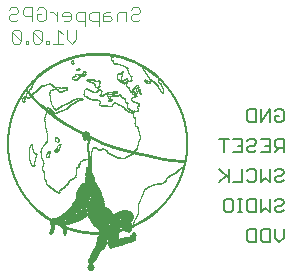
<source format=gbr>
G04 EAGLE Gerber RS-274X export*
G75*
%MOMM*%
%FSLAX34Y34*%
%LPD*%
%INSilkscreen Bottom*%
%IPPOS*%
%AMOC8*
5,1,8,0,0,1.08239X$1,22.5*%
G01*
%ADD10C,0.101600*%
%ADD11R,0.077000X0.007000*%
%ADD12R,0.126000X0.007000*%
%ADD13R,0.168000X0.007000*%
%ADD14R,0.189000X0.007000*%
%ADD15R,0.217000X0.007000*%
%ADD16R,0.245000X0.007000*%
%ADD17R,0.273000X0.007000*%
%ADD18R,0.308000X0.007000*%
%ADD19R,0.329000X0.007000*%
%ADD20R,0.350000X0.007000*%
%ADD21R,0.371000X0.007000*%
%ADD22R,0.392000X0.007000*%
%ADD23R,0.399000X0.007000*%
%ADD24R,0.420000X0.007000*%
%ADD25R,0.434000X0.007000*%
%ADD26R,0.448000X0.007000*%
%ADD27R,0.462000X0.007000*%
%ADD28R,0.469000X0.007000*%
%ADD29R,0.483000X0.007000*%
%ADD30R,0.490000X0.007000*%
%ADD31R,0.497000X0.007000*%
%ADD32R,0.504000X0.007000*%
%ADD33R,0.518000X0.007000*%
%ADD34R,0.525000X0.007000*%
%ADD35R,0.539000X0.007000*%
%ADD36R,0.553000X0.007000*%
%ADD37R,0.560000X0.007000*%
%ADD38R,0.574000X0.007000*%
%ADD39R,0.581000X0.007000*%
%ADD40R,0.588000X0.007000*%
%ADD41R,0.595000X0.007000*%
%ADD42R,0.567000X0.007000*%
%ADD43R,0.546000X0.007000*%
%ADD44R,0.532000X0.007000*%
%ADD45R,0.511000X0.007000*%
%ADD46R,0.455000X0.007000*%
%ADD47R,0.413000X0.007000*%
%ADD48R,0.406000X0.007000*%
%ADD49R,0.385000X0.007000*%
%ADD50R,0.378000X0.007000*%
%ADD51R,0.427000X0.007000*%
%ADD52R,0.441000X0.007000*%
%ADD53R,0.476000X0.007000*%
%ADD54R,0.602000X0.007000*%
%ADD55R,0.609000X0.007000*%
%ADD56R,0.616000X0.007000*%
%ADD57R,0.623000X0.007000*%
%ADD58R,0.630000X0.007000*%
%ADD59R,0.637000X0.007000*%
%ADD60R,0.644000X0.007000*%
%ADD61R,0.651000X0.007000*%
%ADD62R,0.658000X0.007000*%
%ADD63R,0.665000X0.007000*%
%ADD64R,0.672000X0.007000*%
%ADD65R,0.679000X0.007000*%
%ADD66R,0.686000X0.007000*%
%ADD67R,0.693000X0.007000*%
%ADD68R,0.700000X0.007000*%
%ADD69R,0.707000X0.007000*%
%ADD70R,0.714000X0.007000*%
%ADD71R,0.721000X0.007000*%
%ADD72R,0.735000X0.007000*%
%ADD73R,0.749000X0.007000*%
%ADD74R,0.756000X0.007000*%
%ADD75R,0.763000X0.007000*%
%ADD76R,0.770000X0.007000*%
%ADD77R,0.777000X0.007000*%
%ADD78R,0.035000X0.007000*%
%ADD79R,0.070000X0.007000*%
%ADD80R,0.742000X0.007000*%
%ADD81R,0.098000X0.007000*%
%ADD82R,0.119000X0.007000*%
%ADD83R,0.147000X0.007000*%
%ADD84R,0.196000X0.007000*%
%ADD85R,0.224000X0.007000*%
%ADD86R,0.784000X0.007000*%
%ADD87R,0.294000X0.007000*%
%ADD88R,0.791000X0.007000*%
%ADD89R,0.322000X0.007000*%
%ADD90R,0.343000X0.007000*%
%ADD91R,0.798000X0.007000*%
%ADD92R,0.805000X0.007000*%
%ADD93R,0.812000X0.007000*%
%ADD94R,0.819000X0.007000*%
%ADD95R,0.826000X0.007000*%
%ADD96R,0.833000X0.007000*%
%ADD97R,0.840000X0.007000*%
%ADD98R,0.847000X0.007000*%
%ADD99R,0.854000X0.007000*%
%ADD100R,0.875000X0.007000*%
%ADD101R,0.861000X0.007000*%
%ADD102R,0.903000X0.007000*%
%ADD103R,0.868000X0.007000*%
%ADD104R,0.938000X0.007000*%
%ADD105R,0.966000X0.007000*%
%ADD106R,0.994000X0.007000*%
%ADD107R,1.029000X0.007000*%
%ADD108R,1.057000X0.007000*%
%ADD109R,0.882000X0.007000*%
%ADD110R,1.085000X0.007000*%
%ADD111R,1.113000X0.007000*%
%ADD112R,0.889000X0.007000*%
%ADD113R,1.134000X0.007000*%
%ADD114R,1.169000X0.007000*%
%ADD115R,1.190000X0.007000*%
%ADD116R,0.896000X0.007000*%
%ADD117R,1.218000X0.007000*%
%ADD118R,1.239000X0.007000*%
%ADD119R,1.260000X0.007000*%
%ADD120R,1.281000X0.007000*%
%ADD121R,0.910000X0.007000*%
%ADD122R,1.302000X0.007000*%
%ADD123R,1.323000X0.007000*%
%ADD124R,1.351000X0.007000*%
%ADD125R,0.917000X0.007000*%
%ADD126R,1.365000X0.007000*%
%ADD127R,1.393000X0.007000*%
%ADD128R,1.414000X0.007000*%
%ADD129R,0.924000X0.007000*%
%ADD130R,1.428000X0.007000*%
%ADD131R,1.456000X0.007000*%
%ADD132R,1.470000X0.007000*%
%ADD133R,1.491000X0.007000*%
%ADD134R,0.931000X0.007000*%
%ADD135R,1.519000X0.007000*%
%ADD136R,1.533000X0.007000*%
%ADD137R,1.561000X0.007000*%
%ADD138R,1.575000X0.007000*%
%ADD139R,0.945000X0.007000*%
%ADD140R,1.596000X0.007000*%
%ADD141R,1.617000X0.007000*%
%ADD142R,0.952000X0.007000*%
%ADD143R,1.638000X0.007000*%
%ADD144R,0.959000X0.007000*%
%ADD145R,1.652000X0.007000*%
%ADD146R,1.680000X0.007000*%
%ADD147R,0.028000X0.007000*%
%ADD148R,1.694000X0.007000*%
%ADD149R,1.715000X0.007000*%
%ADD150R,0.973000X0.007000*%
%ADD151R,0.175000X0.007000*%
%ADD152R,2.702000X0.007000*%
%ADD153R,0.210000X0.007000*%
%ADD154R,1.743000X0.007000*%
%ADD155R,1.995000X0.007000*%
%ADD156R,2.016000X0.007000*%
%ADD157R,2.037000X0.007000*%
%ADD158R,2.051000X0.007000*%
%ADD159R,2.072000X0.007000*%
%ADD160R,2.079000X0.007000*%
%ADD161R,2.093000X0.007000*%
%ADD162R,2.107000X0.007000*%
%ADD163R,2.114000X0.007000*%
%ADD164R,2.121000X0.007000*%
%ADD165R,2.128000X0.007000*%
%ADD166R,2.142000X0.007000*%
%ADD167R,2.149000X0.007000*%
%ADD168R,2.163000X0.007000*%
%ADD169R,2.170000X0.007000*%
%ADD170R,2.177000X0.007000*%
%ADD171R,2.191000X0.007000*%
%ADD172R,2.198000X0.007000*%
%ADD173R,2.205000X0.007000*%
%ADD174R,2.226000X0.007000*%
%ADD175R,2.233000X0.007000*%
%ADD176R,2.240000X0.007000*%
%ADD177R,2.247000X0.007000*%
%ADD178R,2.254000X0.007000*%
%ADD179R,2.261000X0.007000*%
%ADD180R,2.275000X0.007000*%
%ADD181R,2.282000X0.007000*%
%ADD182R,2.289000X0.007000*%
%ADD183R,2.296000X0.007000*%
%ADD184R,2.310000X0.007000*%
%ADD185R,2.317000X0.007000*%
%ADD186R,2.324000X0.007000*%
%ADD187R,2.331000X0.007000*%
%ADD188R,2.338000X0.007000*%
%ADD189R,2.345000X0.007000*%
%ADD190R,2.352000X0.007000*%
%ADD191R,1.379000X0.007000*%
%ADD192R,1.358000X0.007000*%
%ADD193R,1.344000X0.007000*%
%ADD194R,1.330000X0.007000*%
%ADD195R,1.316000X0.007000*%
%ADD196R,1.295000X0.007000*%
%ADD197R,1.274000X0.007000*%
%ADD198R,1.211000X0.007000*%
%ADD199R,1.183000X0.007000*%
%ADD200R,1.141000X0.007000*%
%ADD201R,1.064000X0.007000*%
%ADD202R,1.043000X0.007000*%
%ADD203R,1.008000X0.007000*%
%ADD204R,0.056000X0.007000*%
%ADD205R,0.140000X0.007000*%
%ADD206R,0.154000X0.007000*%
%ADD207R,0.161000X0.007000*%
%ADD208R,0.182000X0.007000*%
%ADD209R,0.203000X0.007000*%
%ADD210R,0.980000X0.007000*%
%ADD211R,0.357000X0.007000*%
%ADD212R,0.987000X0.007000*%
%ADD213R,0.238000X0.007000*%
%ADD214R,0.042000X0.007000*%
%ADD215R,0.091000X0.007000*%
%ADD216R,1.092000X0.007000*%
%ADD217R,1.225000X0.007000*%
%ADD218R,0.336000X0.007000*%
%ADD219R,1.337000X0.007000*%
%ADD220R,1.421000X0.007000*%
%ADD221R,1.498000X0.007000*%
%ADD222R,1.001000X0.007000*%
%ADD223R,1.631000X0.007000*%
%ADD224R,0.301000X0.007000*%
%ADD225R,1.687000X0.007000*%
%ADD226R,0.231000X0.007000*%
%ADD227R,0.287000X0.007000*%
%ADD228R,1.806000X0.007000*%
%ADD229R,1.855000X0.007000*%
%ADD230R,0.252000X0.007000*%
%ADD231R,0.259000X0.007000*%
%ADD232R,1.897000X0.007000*%
%ADD233R,1.939000X0.007000*%
%ADD234R,1.015000X0.007000*%
%ADD235R,1.988000X0.007000*%
%ADD236R,0.266000X0.007000*%
%ADD237R,2.030000X0.007000*%
%ADD238R,1.022000X0.007000*%
%ADD239R,2.184000X0.007000*%
%ADD240R,0.280000X0.007000*%
%ADD241R,2.268000X0.007000*%
%ADD242R,2.303000X0.007000*%
%ADD243R,1.036000X0.007000*%
%ADD244R,1.526000X0.007000*%
%ADD245R,1.197000X0.007000*%
%ADD246R,1.120000X0.007000*%
%ADD247R,1.071000X0.007000*%
%ADD248R,0.315000X0.007000*%
%ADD249R,1.106000X0.007000*%
%ADD250R,1.155000X0.007000*%
%ADD251R,1.232000X0.007000*%
%ADD252R,0.728000X0.007000*%
%ADD253R,1.288000X0.007000*%
%ADD254R,0.133000X0.007000*%
%ADD255R,1.372000X0.007000*%
%ADD256R,0.112000X0.007000*%
%ADD257R,0.084000X0.007000*%
%ADD258R,0.007000X0.007000*%
%ADD259R,2.023000X0.007000*%
%ADD260R,0.063000X0.007000*%
%ADD261R,0.049000X0.007000*%
%ADD262R,0.021000X0.007000*%
%ADD263R,0.014000X0.007000*%
%ADD264R,1.050000X0.007000*%
%ADD265R,1.078000X0.007000*%
%ADD266R,1.099000X0.007000*%
%ADD267R,0.364000X0.007000*%
%ADD268R,1.127000X0.007000*%
%ADD269R,2.212000X0.007000*%
%ADD270R,1.148000X0.007000*%
%ADD271R,1.162000X0.007000*%
%ADD272R,1.176000X0.007000*%
%ADD273R,1.904000X0.007000*%
%ADD274R,1.246000X0.007000*%
%ADD275R,1.890000X0.007000*%
%ADD276R,1.883000X0.007000*%
%ADD277R,1.876000X0.007000*%
%ADD278R,1.869000X0.007000*%
%ADD279R,1.862000X0.007000*%
%ADD280R,1.848000X0.007000*%
%ADD281R,1.841000X0.007000*%
%ADD282R,1.827000X0.007000*%
%ADD283R,1.386000X0.007000*%
%ADD284R,1.820000X0.007000*%
%ADD285R,1.407000X0.007000*%
%ADD286R,1.813000X0.007000*%
%ADD287R,1.435000X0.007000*%
%ADD288R,1.799000X0.007000*%
%ADD289R,1.442000X0.007000*%
%ADD290R,1.449000X0.007000*%
%ADD291R,1.792000X0.007000*%
%ADD292R,1.463000X0.007000*%
%ADD293R,1.785000X0.007000*%
%ADD294R,1.484000X0.007000*%
%ADD295R,3.290000X0.007000*%
%ADD296R,3.297000X0.007000*%
%ADD297R,3.304000X0.007000*%
%ADD298R,2.401000X0.007000*%
%ADD299R,2.408000X0.007000*%
%ADD300R,2.415000X0.007000*%
%ADD301R,2.422000X0.007000*%
%ADD302R,2.429000X0.007000*%
%ADD303R,2.436000X0.007000*%
%ADD304R,2.450000X0.007000*%
%ADD305R,2.457000X0.007000*%
%ADD306R,2.464000X0.007000*%
%ADD307R,2.471000X0.007000*%
%ADD308R,2.478000X0.007000*%
%ADD309R,2.485000X0.007000*%
%ADD310R,2.492000X0.007000*%
%ADD311R,2.499000X0.007000*%
%ADD312R,2.506000X0.007000*%
%ADD313R,2.513000X0.007000*%
%ADD314R,2.520000X0.007000*%
%ADD315R,2.527000X0.007000*%
%ADD316R,1.309000X0.007000*%
%ADD317R,2.534000X0.007000*%
%ADD318R,2.541000X0.007000*%
%ADD319R,2.548000X0.007000*%
%ADD320R,1.477000X0.007000*%
%ADD321R,1.505000X0.007000*%
%ADD322R,2.555000X0.007000*%
%ADD323R,1.554000X0.007000*%
%ADD324R,2.562000X0.007000*%
%ADD325R,2.569000X0.007000*%
%ADD326R,2.576000X0.007000*%
%ADD327R,2.583000X0.007000*%
%ADD328R,2.590000X0.007000*%
%ADD329R,2.597000X0.007000*%
%ADD330R,2.604000X0.007000*%
%ADD331R,2.611000X0.007000*%
%ADD332R,2.618000X0.007000*%
%ADD333R,2.625000X0.007000*%
%ADD334R,2.632000X0.007000*%
%ADD335R,2.639000X0.007000*%
%ADD336R,2.646000X0.007000*%
%ADD337R,2.660000X0.007000*%
%ADD338R,2.667000X0.007000*%
%ADD339R,2.681000X0.007000*%
%ADD340R,3.794000X0.007000*%
%ADD341R,3.801000X0.007000*%
%ADD342R,3.808000X0.007000*%
%ADD343R,3.815000X0.007000*%
%ADD344R,3.822000X0.007000*%
%ADD345R,3.829000X0.007000*%
%ADD346R,3.787000X0.007000*%
%ADD347R,3.780000X0.007000*%
%ADD348R,2.058000X0.007000*%
%ADD349R,1.400000X0.007000*%
%ADD350R,2.100000X0.007000*%
%ADD351R,2.086000X0.007000*%
%ADD352R,2.065000X0.007000*%
%ADD353R,2.044000X0.007000*%
%ADD354R,2.009000X0.007000*%
%ADD355R,2.002000X0.007000*%
%ADD356R,1.981000X0.007000*%
%ADD357R,1.974000X0.007000*%
%ADD358R,1.967000X0.007000*%
%ADD359R,1.960000X0.007000*%
%ADD360R,1.953000X0.007000*%
%ADD361R,1.946000X0.007000*%
%ADD362R,1.932000X0.007000*%
%ADD363R,1.540000X0.007000*%
%ADD364R,1.547000X0.007000*%
%ADD365R,1.568000X0.007000*%
%ADD366R,1.582000X0.007000*%
%ADD367R,1.610000X0.007000*%
%ADD368R,1.603000X0.007000*%
%ADD369R,1.589000X0.007000*%
%ADD370R,1.512000X0.007000*%
%ADD371R,1.267000X0.007000*%
%ADD372R,1.253000X0.007000*%
%ADD373R,1.204000X0.007000*%
%ADD374R,2.219000X0.007000*%
%ADD375R,2.156000X0.007000*%
%ADD376R,2.135000X0.007000*%
%ADD377R,0.105000X0.007000*%
%ADD378R,1.925000X0.007000*%
%ADD379R,1.918000X0.007000*%
%ADD380R,1.911000X0.007000*%
%ADD381R,1.778000X0.007000*%
%ADD382R,1.771000X0.007000*%
%ADD383R,1.764000X0.007000*%
%ADD384R,1.757000X0.007000*%
%ADD385R,1.729000X0.007000*%
%ADD386R,1.708000X0.007000*%
%ADD387R,1.673000X0.007000*%
%ADD388R,1.659000X0.007000*%
%ADD389R,1.645000X0.007000*%
%ADD390R,1.624000X0.007000*%
%ADD391R,3.143000X0.007000*%
%ADD392R,3.073000X0.007000*%
%ADD393R,3.003000X0.007000*%
%ADD394R,2.933000X0.007000*%
%ADD395R,2.863000X0.007000*%
%ADD396R,2.786000X0.007000*%
%ADD397R,2.716000X0.007000*%
%ADD398R,2.373000X0.007000*%
%ADD399C,0.127000*%


D10*
X113870Y282795D02*
X115819Y284744D01*
X119717Y284744D01*
X121666Y282795D01*
X121666Y280846D01*
X119717Y278897D01*
X115819Y278897D01*
X113870Y276948D01*
X113870Y274999D01*
X115819Y273050D01*
X119717Y273050D01*
X121666Y274999D01*
X109972Y273050D02*
X109972Y280846D01*
X104125Y280846D01*
X102176Y278897D01*
X102176Y273050D01*
X96329Y280846D02*
X92431Y280846D01*
X90482Y278897D01*
X90482Y273050D01*
X96329Y273050D01*
X98278Y274999D01*
X96329Y276948D01*
X90482Y276948D01*
X86584Y280846D02*
X86584Y269152D01*
X86584Y280846D02*
X80737Y280846D01*
X78788Y278897D01*
X78788Y274999D01*
X80737Y273050D01*
X86584Y273050D01*
X74890Y269152D02*
X74890Y280846D01*
X69043Y280846D01*
X67094Y278897D01*
X67094Y274999D01*
X69043Y273050D01*
X74890Y273050D01*
X61247Y273050D02*
X57349Y273050D01*
X61247Y273050D02*
X63196Y274999D01*
X63196Y278897D01*
X61247Y280846D01*
X57349Y280846D01*
X55400Y278897D01*
X55400Y276948D01*
X63196Y276948D01*
X51502Y273050D02*
X51502Y280846D01*
X51502Y276948D02*
X47604Y280846D01*
X45655Y280846D01*
X35910Y284744D02*
X33961Y282795D01*
X35910Y284744D02*
X39808Y284744D01*
X41757Y282795D01*
X41757Y274999D01*
X39808Y273050D01*
X35910Y273050D01*
X33961Y274999D01*
X33961Y278897D01*
X37859Y278897D01*
X30063Y273050D02*
X30063Y284744D01*
X24216Y284744D01*
X22267Y282795D01*
X22267Y278897D01*
X24216Y276948D01*
X30063Y276948D01*
X12522Y284744D02*
X10573Y282795D01*
X12522Y284744D02*
X16420Y284744D01*
X18369Y282795D01*
X18369Y280846D01*
X16420Y278897D01*
X12522Y278897D01*
X10573Y276948D01*
X10573Y274999D01*
X12522Y273050D01*
X16420Y273050D01*
X18369Y274999D01*
X67666Y265694D02*
X67666Y257898D01*
X63768Y254000D01*
X59870Y257898D01*
X59870Y265694D01*
X55972Y261796D02*
X52074Y265694D01*
X52074Y254000D01*
X55972Y254000D02*
X48176Y254000D01*
X44278Y254000D02*
X44278Y255949D01*
X42329Y255949D01*
X42329Y254000D01*
X44278Y254000D01*
X38431Y255949D02*
X38431Y263745D01*
X36482Y265694D01*
X32584Y265694D01*
X30635Y263745D01*
X30635Y255949D01*
X32584Y254000D01*
X36482Y254000D01*
X38431Y255949D01*
X30635Y263745D01*
X26737Y255949D02*
X26737Y254000D01*
X26737Y255949D02*
X24788Y255949D01*
X24788Y254000D01*
X26737Y254000D01*
X20890Y255949D02*
X20890Y263745D01*
X18941Y265694D01*
X15043Y265694D01*
X13094Y263745D01*
X13094Y255949D01*
X15043Y254000D01*
X18941Y254000D01*
X20890Y255949D01*
X13094Y263745D01*
D11*
X80150Y61180D03*
D12*
X80185Y61250D03*
D13*
X80185Y61320D03*
D14*
X80220Y61390D03*
D15*
X80220Y61460D03*
D16*
X80220Y61530D03*
D17*
X80150Y61600D03*
D18*
X80115Y61670D03*
D19*
X80080Y61740D03*
D20*
X80045Y61810D03*
D21*
X80010Y61880D03*
D22*
X79975Y61950D03*
D23*
X79940Y62020D03*
D24*
X79905Y62090D03*
D25*
X79905Y62160D03*
D26*
X79905Y62230D03*
D27*
X79905Y62300D03*
D28*
X79870Y62370D03*
D29*
X79870Y62440D03*
D30*
X79835Y62510D03*
D31*
X79870Y62580D03*
D32*
X79835Y62650D03*
D33*
X79835Y62720D03*
D34*
X79800Y62790D03*
D35*
X79800Y62860D03*
X79800Y62930D03*
D36*
X79800Y63000D03*
X79800Y63070D03*
D37*
X79765Y63140D03*
X79765Y63210D03*
D38*
X79765Y63280D03*
X79765Y63350D03*
D39*
X79730Y63420D03*
X79730Y63490D03*
D40*
X79765Y63560D03*
X79765Y63630D03*
D41*
X79730Y63700D03*
X79730Y63770D03*
X79730Y63840D03*
X79730Y63910D03*
X79730Y63980D03*
X79730Y64050D03*
X79730Y64120D03*
X79730Y64190D03*
D40*
X79765Y64260D03*
X79765Y64330D03*
X79765Y64400D03*
X79765Y64470D03*
D39*
X79800Y64540D03*
X79800Y64610D03*
X79800Y64680D03*
D38*
X79835Y64750D03*
D42*
X79800Y64820D03*
D37*
X79835Y64890D03*
X79835Y64960D03*
D36*
X79870Y65030D03*
D43*
X79835Y65100D03*
D35*
X79870Y65170D03*
D44*
X79905Y65240D03*
D33*
X79905Y65310D03*
D45*
X79940Y65380D03*
D31*
X79940Y65450D03*
D30*
X79975Y65520D03*
D28*
X80010Y65590D03*
D46*
X80080Y65660D03*
D25*
X80115Y65730D03*
D24*
X80115Y65800D03*
X80115Y65870D03*
D47*
X80080Y65940D03*
X80080Y66010D03*
D48*
X80045Y66080D03*
X80045Y66150D03*
X80045Y66220D03*
D47*
X80010Y66290D03*
D48*
X79975Y66360D03*
X79975Y66430D03*
X79975Y66500D03*
D23*
X79940Y66570D03*
D22*
X79975Y66640D03*
X79975Y66710D03*
D49*
X79940Y66780D03*
X79940Y66850D03*
D50*
X79905Y66920D03*
X79905Y66990D03*
D49*
X79870Y67060D03*
D50*
X79835Y67130D03*
X79835Y67200D03*
X79835Y67270D03*
D49*
X79870Y67340D03*
X79870Y67410D03*
D22*
X79905Y67480D03*
D48*
X79905Y67550D03*
X79905Y67620D03*
D47*
X79940Y67690D03*
D24*
X79975Y67760D03*
X79975Y67830D03*
D51*
X80010Y67900D03*
D25*
X80045Y67970D03*
X80045Y68040D03*
D52*
X80080Y68110D03*
D46*
X80080Y68180D03*
X80080Y68250D03*
D27*
X80115Y68320D03*
D28*
X80150Y68390D03*
D53*
X80185Y68460D03*
D29*
X80220Y68530D03*
X80220Y68600D03*
D30*
X80255Y68670D03*
D31*
X80290Y68740D03*
D32*
X80325Y68810D03*
D45*
X80360Y68880D03*
D33*
X80395Y68950D03*
D34*
X80430Y69020D03*
D44*
X80465Y69090D03*
D35*
X80500Y69160D03*
X80570Y69230D03*
D43*
X80605Y69300D03*
D36*
X80640Y69370D03*
D37*
X80675Y69440D03*
X80745Y69510D03*
D42*
X80780Y69580D03*
X80780Y69650D03*
X80850Y69720D03*
D38*
X80885Y69790D03*
D39*
X80920Y69860D03*
X80990Y69930D03*
D40*
X81025Y70000D03*
X81095Y70070D03*
D41*
X81130Y70140D03*
D40*
X81165Y70210D03*
D41*
X81200Y70280D03*
X81270Y70350D03*
D54*
X81305Y70420D03*
X81375Y70490D03*
X81445Y70560D03*
X81445Y70630D03*
X81515Y70700D03*
D55*
X81550Y70770D03*
X81620Y70840D03*
D54*
X81655Y70910D03*
X81725Y70980D03*
X81725Y71050D03*
X81795Y71120D03*
X81865Y71190D03*
X81865Y71260D03*
D55*
X81900Y71330D03*
X81970Y71400D03*
X81970Y71470D03*
D56*
X82005Y71540D03*
D57*
X82040Y71610D03*
X82040Y71680D03*
X82110Y71750D03*
X82110Y71820D03*
D58*
X82145Y71890D03*
D59*
X82180Y71960D03*
X82180Y72030D03*
X82250Y72100D03*
D60*
X82285Y72170D03*
X82285Y72240D03*
D61*
X82320Y72310D03*
X82390Y72380D03*
D62*
X82425Y72450D03*
X82425Y72520D03*
D63*
X82460Y72590D03*
X82530Y72660D03*
X82530Y72730D03*
D64*
X82565Y72800D03*
D65*
X82600Y72870D03*
D64*
X82635Y72940D03*
D65*
X82670Y73010D03*
D66*
X82705Y73080D03*
D65*
X82740Y73150D03*
D66*
X82775Y73220D03*
D67*
X82810Y73290D03*
D66*
X82845Y73360D03*
D67*
X82880Y73430D03*
X82880Y73500D03*
D68*
X82915Y73570D03*
X82985Y73640D03*
X82985Y73710D03*
D69*
X83020Y73780D03*
D68*
X83055Y73850D03*
D69*
X83090Y73920D03*
X83090Y73990D03*
X83160Y74060D03*
X83160Y74130D03*
D70*
X83195Y74200D03*
D69*
X83230Y74270D03*
D70*
X83265Y74340D03*
D69*
X83300Y74410D03*
D70*
X83335Y74480D03*
X83335Y74550D03*
X83405Y74620D03*
X83405Y74690D03*
D71*
X83440Y74760D03*
D70*
X83475Y74830D03*
X83475Y74900D03*
X83545Y74970D03*
X83545Y75040D03*
X83545Y75110D03*
D69*
X83580Y75180D03*
D70*
X83615Y75250D03*
D69*
X83650Y75320D03*
D70*
X83685Y75390D03*
D69*
X83720Y75460D03*
X83720Y75530D03*
D70*
X83755Y75600D03*
D69*
X83790Y75670D03*
X83790Y75740D03*
D68*
X83825Y75810D03*
D69*
X83860Y75880D03*
D68*
X83895Y75950D03*
X83895Y76020D03*
X83965Y76090D03*
X83965Y76160D03*
D67*
X84000Y76230D03*
X84000Y76300D03*
D66*
X84035Y76370D03*
D67*
X84070Y76440D03*
D66*
X84105Y76510D03*
X84105Y76580D03*
D65*
X84140Y76650D03*
D66*
X84175Y76720D03*
D65*
X84210Y76790D03*
X84210Y76860D03*
D64*
X84245Y76930D03*
X84245Y77000D03*
X84315Y77070D03*
X84315Y77140D03*
D63*
X84350Y77210D03*
X84350Y77280D03*
X84420Y77350D03*
X84420Y77420D03*
X84490Y77490D03*
D64*
X84595Y77560D03*
D65*
X84630Y77630D03*
D66*
X84735Y77700D03*
D67*
X84770Y77770D03*
D68*
X84875Y77840D03*
X84945Y77910D03*
D69*
X84980Y77980D03*
X85050Y78050D03*
D70*
X85085Y78120D03*
D71*
X85190Y78190D03*
X85260Y78260D03*
D72*
X85330Y78330D03*
X85400Y78400D03*
X85470Y78470D03*
D73*
X85540Y78540D03*
X85610Y78610D03*
X85680Y78680D03*
D74*
X85715Y78750D03*
X85785Y78820D03*
X85855Y78890D03*
X85925Y78960D03*
D75*
X85960Y79030D03*
X86030Y79100D03*
X86100Y79170D03*
X86170Y79240D03*
D76*
X86205Y79310D03*
X86275Y79380D03*
X86345Y79450D03*
X86415Y79520D03*
X86485Y79590D03*
X86555Y79660D03*
D77*
X86590Y79730D03*
D76*
X86625Y79800D03*
X86695Y79870D03*
X86765Y79940D03*
X86835Y80010D03*
D75*
X86940Y80080D03*
D74*
X86975Y80150D03*
D78*
X96740Y80220D03*
D73*
X87080Y80220D03*
D79*
X96775Y80290D03*
D80*
X87185Y80290D03*
D81*
X96845Y80360D03*
D80*
X87255Y80360D03*
D82*
X96950Y80430D03*
D73*
X87290Y80430D03*
D83*
X97020Y80500D03*
D75*
X87290Y80500D03*
D13*
X97125Y80570D03*
D75*
X87290Y80570D03*
D84*
X97195Y80640D03*
D76*
X87325Y80640D03*
D85*
X97265Y80710D03*
D77*
X87360Y80710D03*
D16*
X97370Y80780D03*
D77*
X87430Y80780D03*
D17*
X97440Y80850D03*
D86*
X87465Y80850D03*
D87*
X97545Y80920D03*
D88*
X87500Y80920D03*
D89*
X97615Y80990D03*
D88*
X87500Y80990D03*
D90*
X97720Y81060D03*
D88*
X87570Y81060D03*
D21*
X97790Y81130D03*
D91*
X87605Y81130D03*
D22*
X97895Y81200D03*
D92*
X87640Y81200D03*
D47*
X98000Y81270D03*
D92*
X87710Y81270D03*
D52*
X98070Y81340D03*
D93*
X87745Y81340D03*
D28*
X98210Y81410D03*
D93*
X87745Y81410D03*
D31*
X98280Y81480D03*
D94*
X87780Y81480D03*
D33*
X98385Y81550D03*
D94*
X87850Y81550D03*
D43*
X98525Y81620D03*
D95*
X87885Y81620D03*
D38*
X98595Y81690D03*
D95*
X87885Y81690D03*
D54*
X98735Y81760D03*
D96*
X87920Y81760D03*
D58*
X98805Y81830D03*
D96*
X87990Y81830D03*
D62*
X98945Y81900D03*
D97*
X88025Y81900D03*
D66*
X99085Y81970D03*
D98*
X88060Y81970D03*
D71*
X99190Y82040D03*
D97*
X88095Y82040D03*
D73*
X99330Y82110D03*
D98*
X88130Y82110D03*
D86*
X99435Y82180D03*
D99*
X88165Y82180D03*
D93*
X99575Y82250D03*
D99*
X88235Y82250D03*
D97*
X99715Y82320D03*
D99*
X88235Y82320D03*
D100*
X99820Y82390D03*
D101*
X88270Y82390D03*
D102*
X99960Y82460D03*
D103*
X88305Y82460D03*
D104*
X100065Y82530D03*
D103*
X88375Y82530D03*
D105*
X100205Y82600D03*
D103*
X88375Y82600D03*
D106*
X100345Y82670D03*
D100*
X88410Y82670D03*
D107*
X100450Y82740D03*
D100*
X88480Y82740D03*
D108*
X100590Y82810D03*
D109*
X88515Y82810D03*
D110*
X100660Y82880D03*
D109*
X88515Y82880D03*
D111*
X100800Y82950D03*
D112*
X88550Y82950D03*
D113*
X100905Y83020D03*
D112*
X88620Y83020D03*
D114*
X101010Y83090D03*
D112*
X88620Y83090D03*
D115*
X101115Y83160D03*
D116*
X88655Y83160D03*
D117*
X101185Y83230D03*
D116*
X88725Y83230D03*
D118*
X101290Y83300D03*
D116*
X88725Y83300D03*
D119*
X101395Y83370D03*
D102*
X88760Y83370D03*
D120*
X101430Y83440D03*
D121*
X88795Y83440D03*
D122*
X101535Y83510D03*
D102*
X88830Y83510D03*
D123*
X101640Y83580D03*
D121*
X88865Y83580D03*
D124*
X101710Y83650D03*
D125*
X88900Y83650D03*
D126*
X101780Y83720D03*
D121*
X88935Y83720D03*
D127*
X101850Y83790D03*
D125*
X88970Y83790D03*
D128*
X101955Y83860D03*
D129*
X89005Y83860D03*
D130*
X102025Y83930D03*
D129*
X89005Y83930D03*
D131*
X102095Y84000D03*
D129*
X89075Y84000D03*
D132*
X102165Y84070D03*
D129*
X89075Y84070D03*
D133*
X102270Y84140D03*
D134*
X89110Y84140D03*
D135*
X102340Y84210D03*
D134*
X89180Y84210D03*
D136*
X102410Y84280D03*
D104*
X89215Y84280D03*
D137*
X102480Y84350D03*
D104*
X89215Y84350D03*
D138*
X102550Y84420D03*
D139*
X89250Y84420D03*
D140*
X102655Y84490D03*
D139*
X89320Y84490D03*
D141*
X102690Y84560D03*
D142*
X89355Y84560D03*
D143*
X102795Y84630D03*
D144*
X89390Y84630D03*
D145*
X102865Y84700D03*
D144*
X89460Y84700D03*
D146*
X102935Y84770D03*
D144*
X89460Y84770D03*
D147*
X113155Y84840D03*
D148*
X103005Y84840D03*
D105*
X89495Y84840D03*
D12*
X113155Y84910D03*
D149*
X103040Y84910D03*
D150*
X89530Y84910D03*
D151*
X113190Y84980D03*
D152*
X98245Y84980D03*
D153*
X113225Y85050D03*
D154*
X103180Y85050D03*
D105*
X89565Y85050D03*
D155*
X104510Y85120D03*
D144*
X89530Y85120D03*
D156*
X104615Y85190D03*
D142*
X89565Y85190D03*
D157*
X104720Y85260D03*
D142*
X89565Y85260D03*
D158*
X104790Y85330D03*
D139*
X89530Y85330D03*
D159*
X104895Y85400D03*
D104*
X89565Y85400D03*
D160*
X104930Y85470D03*
D104*
X89565Y85470D03*
D161*
X105000Y85540D03*
D104*
X89565Y85540D03*
D162*
X105070Y85610D03*
D134*
X89530Y85610D03*
D163*
X105175Y85680D03*
D129*
X89565Y85680D03*
D164*
X105210Y85750D03*
D129*
X89565Y85750D03*
D165*
X105245Y85820D03*
D125*
X89530Y85820D03*
D166*
X105315Y85890D03*
D121*
X89565Y85890D03*
D167*
X105350Y85960D03*
D121*
X89565Y85960D03*
D168*
X105420Y86030D03*
D121*
X89565Y86030D03*
D169*
X105455Y86100D03*
D102*
X89530Y86100D03*
D169*
X105525Y86170D03*
D116*
X89565Y86170D03*
D170*
X105560Y86240D03*
D116*
X89565Y86240D03*
D171*
X105630Y86310D03*
D112*
X89530Y86310D03*
D172*
X105665Y86380D03*
D109*
X89565Y86380D03*
D173*
X105700Y86450D03*
D109*
X89565Y86450D03*
D174*
X105735Y86520D03*
D109*
X89565Y86520D03*
D175*
X105770Y86590D03*
D100*
X89530Y86590D03*
D176*
X105805Y86660D03*
D103*
X89565Y86660D03*
D177*
X105840Y86730D03*
D103*
X89565Y86730D03*
D178*
X105875Y86800D03*
D103*
X89565Y86800D03*
D179*
X105910Y86870D03*
D99*
X89565Y86870D03*
D180*
X105910Y86940D03*
D99*
X89565Y86940D03*
D181*
X105945Y87010D03*
D99*
X89565Y87010D03*
D182*
X105980Y87080D03*
D99*
X89565Y87080D03*
D183*
X106015Y87150D03*
D97*
X89565Y87150D03*
D184*
X106015Y87220D03*
D97*
X89565Y87220D03*
D184*
X106015Y87290D03*
D97*
X89565Y87290D03*
D185*
X106050Y87360D03*
D96*
X89600Y87360D03*
D186*
X106085Y87430D03*
D95*
X89565Y87430D03*
D187*
X106050Y87500D03*
D95*
X89565Y87500D03*
D188*
X106085Y87570D03*
D95*
X89565Y87570D03*
D189*
X106120Y87640D03*
D94*
X89600Y87640D03*
D189*
X106120Y87710D03*
D94*
X89600Y87710D03*
D190*
X106155Y87780D03*
D93*
X89565Y87780D03*
D191*
X111020Y87850D03*
D105*
X99155Y87850D03*
D92*
X89600Y87850D03*
D126*
X111090Y87920D03*
D105*
X99155Y87920D03*
D92*
X89600Y87920D03*
D192*
X111195Y87990D03*
D144*
X99120Y87990D03*
D92*
X89600Y87990D03*
D193*
X111265Y88060D03*
D144*
X99120Y88060D03*
D92*
X89600Y88060D03*
D194*
X111405Y88130D03*
D144*
X99120Y88130D03*
D88*
X89600Y88130D03*
D195*
X111475Y88200D03*
D105*
X99085Y88200D03*
D88*
X89600Y88200D03*
D196*
X111580Y88270D03*
D144*
X99050Y88270D03*
D88*
X89600Y88270D03*
D197*
X111685Y88340D03*
D144*
X99050Y88340D03*
D86*
X89635Y88340D03*
D119*
X111825Y88410D03*
D144*
X99050Y88410D03*
D86*
X89635Y88410D03*
D118*
X111930Y88480D03*
D144*
X99050Y88480D03*
D86*
X89635Y88480D03*
D198*
X112070Y88550D03*
D105*
X99015Y88550D03*
D77*
X89600Y88550D03*
D199*
X112210Y88620D03*
D144*
X98980Y88620D03*
D76*
X89635Y88620D03*
D114*
X112350Y88690D03*
D144*
X98980Y88690D03*
D76*
X89635Y88690D03*
D200*
X112490Y88760D03*
D144*
X98980Y88760D03*
D76*
X89635Y88760D03*
D111*
X112630Y88830D03*
D144*
X98980Y88830D03*
D75*
X89670Y88830D03*
D110*
X112770Y88900D03*
D144*
X98980Y88900D03*
D75*
X89670Y88900D03*
D201*
X112875Y88970D03*
D144*
X98910Y88970D03*
D75*
X89670Y88970D03*
D202*
X112980Y89040D03*
D144*
X98910Y89040D03*
D75*
X89670Y89040D03*
D203*
X113155Y89110D03*
D144*
X98910Y89110D03*
D73*
X89670Y89110D03*
D105*
X113435Y89180D03*
D144*
X98910Y89180D03*
D73*
X89670Y89180D03*
D129*
X113645Y89250D03*
D144*
X98910Y89250D03*
D73*
X89670Y89250D03*
D112*
X113820Y89320D03*
D144*
X98910Y89320D03*
D80*
X89705Y89320D03*
D98*
X114030Y89390D03*
D144*
X98910Y89390D03*
D80*
X89705Y89390D03*
D93*
X114205Y89460D03*
D144*
X98910Y89460D03*
D80*
X89705Y89460D03*
D77*
X114380Y89530D03*
D105*
X98875Y89530D03*
D80*
X89705Y89530D03*
X114555Y89600D03*
D105*
X98875Y89600D03*
D72*
X89740Y89600D03*
D68*
X114765Y89670D03*
D144*
X98840Y89670D03*
D72*
X89740Y89670D03*
D59*
X115080Y89740D03*
D144*
X98840Y89740D03*
D72*
X89740Y89740D03*
D38*
X115395Y89810D03*
D144*
X98840Y89810D03*
D71*
X89740Y89810D03*
D42*
X115430Y89880D03*
D144*
X98840Y89880D03*
D71*
X89740Y89880D03*
D37*
X115465Y89950D03*
D144*
X98840Y89950D03*
D71*
X89740Y89950D03*
D36*
X115500Y90020D03*
D144*
X98840Y90020D03*
D70*
X89775Y90020D03*
D43*
X115535Y90090D03*
D144*
X98840Y90090D03*
D70*
X89775Y90090D03*
D35*
X115570Y90160D03*
D144*
X98840Y90160D03*
D70*
X89775Y90160D03*
D44*
X115605Y90230D03*
D105*
X98805Y90230D03*
D69*
X89810Y90230D03*
D33*
X115675Y90300D03*
D105*
X98805Y90300D03*
D69*
X89810Y90300D03*
D45*
X115710Y90370D03*
D150*
X98840Y90370D03*
D69*
X89810Y90370D03*
D31*
X115780Y90440D03*
D150*
X98840Y90440D03*
D69*
X89810Y90440D03*
D29*
X115850Y90510D03*
D150*
X98840Y90510D03*
D68*
X89845Y90510D03*
D53*
X115885Y90580D03*
D150*
X98840Y90580D03*
D68*
X89845Y90580D03*
D27*
X115955Y90650D03*
D150*
X98840Y90650D03*
D68*
X89845Y90650D03*
D46*
X115990Y90720D03*
D150*
X98840Y90720D03*
D67*
X89880Y90720D03*
D26*
X116025Y90790D03*
D150*
X98840Y90790D03*
D67*
X89880Y90790D03*
D204*
X57925Y90790D03*
D26*
X116025Y90860D03*
D150*
X98840Y90860D03*
D67*
X89880Y90860D03*
D81*
X57925Y90860D03*
D52*
X116060Y90930D03*
D150*
X98840Y90930D03*
D66*
X89915Y90930D03*
D82*
X57890Y90930D03*
D52*
X116060Y91000D03*
D150*
X98840Y91000D03*
D66*
X89915Y91000D03*
D205*
X57925Y91000D03*
D52*
X116060Y91070D03*
D150*
X98840Y91070D03*
D66*
X89915Y91070D03*
D206*
X57925Y91070D03*
D25*
X116095Y91140D03*
D150*
X98840Y91140D03*
D66*
X89915Y91140D03*
D207*
X57890Y91140D03*
D25*
X116095Y91210D03*
D150*
X98840Y91210D03*
D65*
X89950Y91210D03*
D151*
X57890Y91210D03*
D51*
X116130Y91280D03*
D150*
X98840Y91280D03*
D65*
X89950Y91280D03*
D208*
X57925Y91280D03*
D24*
X116095Y91350D03*
D150*
X98840Y91350D03*
D64*
X89915Y91350D03*
D14*
X57890Y91350D03*
D47*
X116130Y91420D03*
D150*
X98840Y91420D03*
D63*
X89950Y91420D03*
D209*
X57890Y91420D03*
D48*
X116165Y91490D03*
D210*
X98875Y91490D03*
D63*
X89950Y91490D03*
D209*
X57890Y91490D03*
D48*
X116165Y91560D03*
D210*
X98875Y91560D03*
D63*
X89950Y91560D03*
D153*
X57855Y91560D03*
D23*
X116200Y91630D03*
D210*
X98875Y91630D03*
D62*
X89985Y91630D03*
D85*
X57855Y91630D03*
D49*
X116200Y91700D03*
D210*
X98875Y91700D03*
D62*
X89985Y91700D03*
D85*
X57855Y91700D03*
D50*
X116235Y91770D03*
D210*
X98875Y91770D03*
D62*
X89985Y91770D03*
D85*
X57855Y91770D03*
D21*
X116270Y91840D03*
D210*
X98875Y91840D03*
D61*
X90020Y91840D03*
D85*
X57855Y91840D03*
D211*
X116270Y91910D03*
D212*
X98910Y91910D03*
D61*
X90020Y91910D03*
D213*
X57855Y91910D03*
D20*
X116305Y91980D03*
D212*
X98910Y91980D03*
D61*
X90020Y91980D03*
D213*
X57855Y91980D03*
D214*
X46095Y91980D03*
D20*
X116305Y92050D03*
D212*
X98910Y92050D03*
D62*
X90055Y92050D03*
D11*
X85680Y92050D03*
D213*
X57855Y92050D03*
D215*
X46130Y92050D03*
D90*
X116270Y92120D03*
D212*
X98910Y92120D03*
D216*
X87885Y92120D03*
D213*
X57855Y92120D03*
D82*
X46130Y92120D03*
D90*
X116270Y92190D03*
D212*
X98910Y92190D03*
D217*
X87220Y92190D03*
D213*
X57855Y92190D03*
D205*
X46165Y92190D03*
D218*
X116235Y92260D03*
D106*
X98945Y92260D03*
D219*
X86660Y92260D03*
D213*
X57855Y92260D03*
D13*
X46165Y92260D03*
D19*
X116270Y92330D03*
D106*
X98945Y92330D03*
D220*
X86240Y92330D03*
D16*
X57890Y92330D03*
D151*
X46200Y92330D03*
D89*
X116235Y92400D03*
D106*
X98945Y92400D03*
D221*
X85855Y92400D03*
D16*
X57890Y92400D03*
D14*
X46200Y92400D03*
D89*
X116235Y92470D03*
D106*
X98945Y92470D03*
D138*
X85470Y92470D03*
D16*
X57890Y92470D03*
D209*
X46200Y92470D03*
D18*
X116235Y92540D03*
D222*
X98980Y92540D03*
D223*
X85190Y92540D03*
D16*
X57890Y92540D03*
D153*
X46235Y92540D03*
D224*
X116200Y92610D03*
D222*
X98980Y92610D03*
D225*
X84910Y92610D03*
D16*
X57890Y92610D03*
D85*
X46235Y92610D03*
D87*
X116235Y92680D03*
D222*
X98980Y92680D03*
D154*
X84630Y92680D03*
D16*
X57890Y92680D03*
D226*
X46270Y92680D03*
D227*
X116200Y92750D03*
D222*
X98980Y92750D03*
D228*
X84315Y92750D03*
D16*
X57890Y92750D03*
D213*
X46305Y92750D03*
D17*
X116200Y92820D03*
D203*
X99015Y92820D03*
D229*
X84070Y92820D03*
D230*
X57925Y92820D03*
D16*
X46340Y92820D03*
D231*
X116200Y92890D03*
D203*
X99015Y92890D03*
D232*
X83860Y92890D03*
D230*
X57925Y92890D03*
X46305Y92890D03*
D16*
X116200Y92960D03*
D203*
X99015Y92960D03*
D233*
X83650Y92960D03*
D230*
X57925Y92960D03*
D231*
X46340Y92960D03*
D226*
X116200Y93030D03*
D234*
X99050Y93030D03*
D235*
X83405Y93030D03*
D231*
X57890Y93030D03*
D236*
X46375Y93030D03*
D15*
X116200Y93100D03*
D234*
X99050Y93100D03*
D237*
X83195Y93100D03*
D231*
X57890Y93100D03*
D236*
X46375Y93100D03*
D209*
X116200Y93170D03*
D234*
X99050Y93170D03*
D160*
X82950Y93170D03*
D231*
X57890Y93170D03*
D17*
X46410Y93170D03*
D151*
X116200Y93240D03*
D238*
X99085Y93240D03*
D163*
X82775Y93240D03*
D231*
X57890Y93240D03*
D17*
X46480Y93240D03*
D206*
X116165Y93310D03*
D238*
X99085Y93310D03*
D167*
X82600Y93310D03*
D231*
X57890Y93310D03*
D17*
X46480Y93310D03*
D82*
X116200Y93380D03*
D238*
X99085Y93380D03*
D239*
X82425Y93380D03*
D231*
X57890Y93380D03*
D240*
X46515Y93380D03*
D79*
X116165Y93450D03*
D238*
X99085Y93450D03*
D174*
X82215Y93450D03*
D231*
X57890Y93450D03*
D227*
X46550Y93450D03*
D107*
X99120Y93520D03*
D241*
X82075Y93520D03*
D231*
X57890Y93520D03*
D227*
X46550Y93520D03*
D107*
X99120Y93590D03*
D242*
X81900Y93590D03*
D231*
X57890Y93590D03*
D227*
X46620Y93590D03*
D107*
X99120Y93660D03*
D188*
X81725Y93660D03*
D231*
X57890Y93660D03*
D87*
X46655Y93660D03*
D243*
X99155Y93730D03*
D68*
X89915Y93730D03*
D244*
X77315Y93730D03*
D236*
X57855Y93730D03*
D224*
X46690Y93730D03*
D243*
X99155Y93800D03*
D55*
X90370Y93800D03*
D196*
X75810Y93800D03*
D17*
X57890Y93800D03*
D87*
X46725Y93800D03*
D107*
X99190Y93870D03*
D55*
X90370Y93870D03*
D245*
X75040Y93870D03*
D17*
X57890Y93870D03*
D224*
X46760Y93870D03*
D243*
X99225Y93940D03*
D55*
X90370Y93940D03*
D246*
X74375Y93940D03*
D17*
X57890Y93940D03*
D18*
X46795Y93940D03*
D82*
X112000Y94010D03*
D243*
X99225Y94010D03*
D54*
X90405Y94010D03*
D247*
X73850Y94010D03*
D17*
X57890Y94010D03*
D224*
X46830Y94010D03*
D13*
X111965Y94080D03*
D243*
X99225Y94080D03*
D54*
X90405Y94080D03*
D238*
X73255Y94080D03*
D17*
X57890Y94080D03*
D18*
X46865Y94080D03*
D153*
X111965Y94150D03*
D243*
X99225Y94150D03*
D54*
X90405Y94150D03*
D210*
X72765Y94150D03*
D17*
X57890Y94150D03*
D18*
X46865Y94150D03*
D16*
X111930Y94220D03*
D202*
X99260Y94220D03*
D41*
X90440Y94220D03*
D144*
X72310Y94220D03*
D17*
X57890Y94220D03*
D18*
X46935Y94220D03*
D240*
X111895Y94290D03*
D202*
X99260Y94290D03*
D54*
X90475Y94290D03*
D129*
X71855Y94290D03*
D17*
X57890Y94290D03*
D18*
X46935Y94290D03*
X111895Y94360D03*
D202*
X99260Y94360D03*
D41*
X90510Y94360D03*
D116*
X71435Y94360D03*
D17*
X57890Y94360D03*
D248*
X46970Y94360D03*
D19*
X111860Y94430D03*
D108*
X99330Y94430D03*
D41*
X90510Y94430D03*
D103*
X71015Y94430D03*
D17*
X57890Y94430D03*
D18*
X47005Y94430D03*
D211*
X111860Y94500D03*
D110*
X99470Y94500D03*
D41*
X90510Y94500D03*
D97*
X70665Y94500D03*
D17*
X57890Y94500D03*
D248*
X47040Y94500D03*
D50*
X111825Y94570D03*
D249*
X99645Y94570D03*
D40*
X90545Y94570D03*
D95*
X70315Y94570D03*
D17*
X57890Y94570D03*
D248*
X47040Y94570D03*
D23*
X111790Y94640D03*
D113*
X99785Y94640D03*
D40*
X90545Y94640D03*
D93*
X69965Y94640D03*
D17*
X57890Y94640D03*
D89*
X47075Y94640D03*
D24*
X111755Y94710D03*
D250*
X99890Y94710D03*
D40*
X90545Y94710D03*
D88*
X69580Y94710D03*
D17*
X57890Y94710D03*
D248*
X47110Y94710D03*
D25*
X111755Y94780D03*
D199*
X100030Y94780D03*
D39*
X90580Y94780D03*
D76*
X69265Y94780D03*
D17*
X57890Y94780D03*
D89*
X47145Y94780D03*
D46*
X111720Y94850D03*
D198*
X100170Y94850D03*
D40*
X90615Y94850D03*
D74*
X68915Y94850D03*
D17*
X57890Y94850D03*
D89*
X47145Y94850D03*
D28*
X111720Y94920D03*
D251*
X100275Y94920D03*
D40*
X90615Y94920D03*
D80*
X68565Y94920D03*
D17*
X57890Y94920D03*
D19*
X47180Y94920D03*
D29*
X111650Y94990D03*
D119*
X100415Y94990D03*
D39*
X90650Y94990D03*
D252*
X68285Y94990D03*
D17*
X57890Y94990D03*
D19*
X47180Y94990D03*
D32*
X111615Y95060D03*
D253*
X100555Y95060D03*
D224*
X92050Y95060D03*
D231*
X89040Y95060D03*
D71*
X67970Y95060D03*
D17*
X57890Y95060D03*
D89*
X47215Y95060D03*
D33*
X111615Y95130D03*
D122*
X100695Y95130D03*
D15*
X92470Y95130D03*
D208*
X88655Y95130D03*
D69*
X67690Y95130D03*
D17*
X57890Y95130D03*
D19*
X47250Y95130D03*
D34*
X111580Y95200D03*
D123*
X100800Y95200D03*
D208*
X92645Y95200D03*
D254*
X88480Y95200D03*
D67*
X67410Y95200D03*
D17*
X57890Y95200D03*
D19*
X47250Y95200D03*
D43*
X111545Y95270D03*
D193*
X100905Y95270D03*
D207*
X92820Y95270D03*
D81*
X88305Y95270D03*
D66*
X67095Y95270D03*
D17*
X57890Y95270D03*
D19*
X47250Y95270D03*
D36*
X111510Y95340D03*
D255*
X101045Y95340D03*
D205*
X92925Y95340D03*
D79*
X88235Y95340D03*
D64*
X66815Y95340D03*
D17*
X57890Y95340D03*
D19*
X47320Y95340D03*
D38*
X111475Y95410D03*
D127*
X101150Y95410D03*
D12*
X92995Y95410D03*
D204*
X88165Y95410D03*
D62*
X66535Y95410D03*
D236*
X57925Y95410D03*
D19*
X47320Y95410D03*
D39*
X111440Y95480D03*
D128*
X101255Y95480D03*
D256*
X93065Y95480D03*
D78*
X88060Y95480D03*
D61*
X66290Y95480D03*
D236*
X57925Y95480D03*
D218*
X47355Y95480D03*
D156*
X104335Y95550D03*
D81*
X93135Y95550D03*
D61*
X66010Y95550D03*
D236*
X57925Y95550D03*
D19*
X47390Y95550D03*
D156*
X104335Y95620D03*
D257*
X93205Y95620D03*
D258*
X90580Y95620D03*
D59*
X65730Y95620D03*
D236*
X57925Y95620D03*
D19*
X47390Y95620D03*
D259*
X104370Y95690D03*
D257*
X93275Y95690D03*
D151*
X90510Y95690D03*
D214*
X87885Y95690D03*
D58*
X65485Y95690D03*
D236*
X57925Y95690D03*
D19*
X47390Y95690D03*
D259*
X104370Y95760D03*
D79*
X93345Y95760D03*
D16*
X90510Y95760D03*
D257*
X87955Y95760D03*
D57*
X65170Y95760D03*
D236*
X57925Y95760D03*
D19*
X47460Y95760D03*
D237*
X104405Y95830D03*
D260*
X93380Y95830D03*
D28*
X89740Y95830D03*
D56*
X64925Y95830D03*
D236*
X57925Y95830D03*
D19*
X47460Y95830D03*
D237*
X104405Y95900D03*
D261*
X93450Y95900D03*
D45*
X89810Y95900D03*
D55*
X64680Y95900D03*
D236*
X57925Y95900D03*
D19*
X47460Y95900D03*
D259*
X104440Y95970D03*
D214*
X93485Y95970D03*
D43*
X89845Y95970D03*
D41*
X64470Y95970D03*
D236*
X57925Y95970D03*
D19*
X47530Y95970D03*
D237*
X104475Y96040D03*
D78*
X93590Y96040D03*
D39*
X89880Y96040D03*
D40*
X64225Y96040D03*
D236*
X57925Y96040D03*
D19*
X47530Y96040D03*
D237*
X104475Y96110D03*
D147*
X93625Y96110D03*
D56*
X89915Y96110D03*
D39*
X63980Y96110D03*
D236*
X57925Y96110D03*
D19*
X47530Y96110D03*
D237*
X104475Y96180D03*
D262*
X93660Y96180D03*
D60*
X89915Y96180D03*
D39*
X63770Y96180D03*
D17*
X57890Y96180D03*
D218*
X47565Y96180D03*
D105*
X109795Y96250D03*
D202*
X99610Y96250D03*
D263*
X93695Y96250D03*
D64*
X89915Y96250D03*
D38*
X63525Y96250D03*
D17*
X57890Y96250D03*
D19*
X47600Y96250D03*
D139*
X109970Y96320D03*
D202*
X99610Y96320D03*
D263*
X93695Y96320D03*
D68*
X89915Y96320D03*
D42*
X63280Y96320D03*
D17*
X57890Y96320D03*
D19*
X47600Y96320D03*
D129*
X110075Y96390D03*
D202*
X99610Y96390D03*
D73*
X90090Y96390D03*
D37*
X63035Y96390D03*
D17*
X57890Y96390D03*
D19*
X47600Y96390D03*
D116*
X110215Y96460D03*
D202*
X99610Y96460D03*
D75*
X90020Y96460D03*
D37*
X62825Y96460D03*
D17*
X57890Y96460D03*
D218*
X47635Y96460D03*
D103*
X110355Y96530D03*
D202*
X99610Y96530D03*
D77*
X89950Y96530D03*
D36*
X62580Y96530D03*
D17*
X57890Y96530D03*
D218*
X47635Y96530D03*
D97*
X110495Y96600D03*
D243*
X99645Y96600D03*
D86*
X89915Y96600D03*
D43*
X62335Y96600D03*
D240*
X57855Y96600D03*
D218*
X47635Y96600D03*
D94*
X110600Y96670D03*
D243*
X99645Y96670D03*
D92*
X89880Y96670D03*
D35*
X62160Y96670D03*
D240*
X57855Y96670D03*
D218*
X47635Y96670D03*
D92*
X110740Y96740D03*
D243*
X99645Y96740D03*
D93*
X89845Y96740D03*
X60515Y96740D03*
D218*
X47705Y96740D03*
D91*
X110775Y96810D03*
D243*
X99645Y96810D03*
D95*
X89775Y96810D03*
D88*
X60410Y96810D03*
D218*
X47705Y96810D03*
D92*
X110740Y96880D03*
D107*
X99680Y96880D03*
D97*
X89775Y96880D03*
D77*
X60270Y96880D03*
D218*
X47705Y96880D03*
D94*
X110670Y96950D03*
D107*
X99680Y96950D03*
D99*
X89705Y96950D03*
D74*
X60165Y96950D03*
D218*
X47705Y96950D03*
D95*
X110635Y97020D03*
D107*
X99680Y97020D03*
D101*
X89670Y97020D03*
D252*
X60025Y97020D03*
D218*
X47705Y97020D03*
D96*
X110600Y97090D03*
D234*
X99680Y97090D03*
D103*
X89635Y97090D03*
D69*
X59920Y97090D03*
D90*
X47740Y97090D03*
D97*
X110565Y97160D03*
D234*
X99680Y97160D03*
D112*
X89600Y97160D03*
D66*
X59815Y97160D03*
D90*
X47740Y97160D03*
D99*
X110495Y97230D03*
D234*
X99680Y97230D03*
D116*
X89565Y97230D03*
D64*
X59675Y97230D03*
D90*
X47740Y97230D03*
D101*
X110460Y97300D03*
D234*
X99680Y97300D03*
D102*
X89530Y97300D03*
D60*
X59535Y97300D03*
D90*
X47740Y97300D03*
D103*
X110425Y97370D03*
D203*
X99715Y97370D03*
D129*
X89495Y97370D03*
D57*
X59430Y97370D03*
D90*
X47740Y97370D03*
D109*
X110355Y97440D03*
D203*
X99715Y97440D03*
D134*
X89460Y97440D03*
D54*
X59325Y97440D03*
D20*
X47775Y97440D03*
D112*
X110320Y97510D03*
D203*
X99715Y97510D03*
D104*
X89425Y97510D03*
D39*
X59220Y97510D03*
D20*
X47775Y97510D03*
D116*
X110285Y97580D03*
D222*
X99750Y97580D03*
D142*
X89425Y97580D03*
D37*
X59115Y97580D03*
D90*
X47810Y97580D03*
D102*
X110250Y97650D03*
D222*
X99750Y97650D03*
D144*
X89390Y97650D03*
D43*
X58975Y97650D03*
D90*
X47810Y97650D03*
D121*
X110215Y97720D03*
D222*
X99750Y97720D03*
D150*
X89320Y97720D03*
D34*
X58870Y97720D03*
D20*
X47845Y97720D03*
D134*
X110180Y97790D03*
D106*
X99785Y97790D03*
D212*
X89320Y97790D03*
D32*
X58765Y97790D03*
D20*
X47845Y97790D03*
D142*
X110215Y97860D03*
D212*
X99750Y97860D03*
D106*
X89285Y97860D03*
D29*
X58660Y97860D03*
D20*
X47845Y97860D03*
D150*
X110250Y97930D03*
D212*
X99750Y97930D03*
D222*
X89250Y97930D03*
D53*
X58555Y97930D03*
D20*
X47845Y97930D03*
D222*
X110320Y98000D03*
D210*
X99785Y98000D03*
D234*
X89250Y98000D03*
D28*
X58380Y98000D03*
D211*
X47880Y98000D03*
D238*
X110355Y98070D03*
D210*
X99785Y98070D03*
D238*
X89215Y98070D03*
D27*
X58205Y98070D03*
D211*
X47880Y98070D03*
D264*
X110355Y98140D03*
D150*
X99820Y98140D03*
D107*
X89180Y98140D03*
D46*
X58030Y98140D03*
D20*
X47915Y98140D03*
D265*
X110425Y98210D03*
D150*
X99820Y98210D03*
D202*
X89180Y98210D03*
D46*
X57820Y98210D03*
D20*
X47915Y98210D03*
D249*
X110425Y98280D03*
D105*
X99785Y98280D03*
D108*
X89110Y98280D03*
D26*
X57645Y98280D03*
D20*
X47915Y98280D03*
D113*
X110425Y98350D03*
D144*
X99820Y98350D03*
D201*
X89075Y98350D03*
D26*
X57505Y98350D03*
D211*
X47950Y98350D03*
D165*
X105665Y98420D03*
D265*
X89075Y98420D03*
D26*
X57295Y98420D03*
D211*
X47950Y98420D03*
D166*
X105735Y98490D03*
D110*
X89040Y98490D03*
D52*
X57120Y98490D03*
D211*
X47950Y98490D03*
D167*
X105840Y98560D03*
D266*
X89040Y98560D03*
D26*
X56945Y98560D03*
D211*
X47950Y98560D03*
D169*
X105945Y98630D03*
D249*
X89005Y98630D03*
D46*
X56840Y98630D03*
D267*
X47985Y98630D03*
D170*
X106050Y98700D03*
D111*
X88970Y98700D03*
D27*
X56735Y98700D03*
D267*
X47985Y98700D03*
D171*
X106120Y98770D03*
D268*
X88970Y98770D03*
D53*
X56665Y98770D03*
D267*
X47985Y98770D03*
D172*
X106225Y98840D03*
D113*
X88935Y98840D03*
D31*
X56560Y98840D03*
D267*
X47985Y98840D03*
D269*
X106295Y98910D03*
D270*
X88935Y98910D03*
D45*
X56490Y98910D03*
D267*
X47985Y98910D03*
D175*
X106400Y98980D03*
D250*
X88900Y98980D03*
D34*
X56420Y98980D03*
D21*
X48020Y98980D03*
D176*
X106505Y99050D03*
D271*
X88865Y99050D03*
D35*
X56350Y99050D03*
D21*
X48020Y99050D03*
D178*
X106575Y99120D03*
D272*
X88865Y99120D03*
D43*
X56245Y99120D03*
D21*
X48020Y99120D03*
D179*
X106680Y99190D03*
D272*
X88865Y99190D03*
D37*
X56175Y99190D03*
D50*
X47985Y99190D03*
D180*
X106750Y99260D03*
D115*
X88865Y99260D03*
D38*
X56105Y99260D03*
D50*
X47985Y99260D03*
D181*
X106855Y99330D03*
D245*
X88830Y99330D03*
D40*
X56035Y99330D03*
D50*
X47985Y99330D03*
D183*
X106925Y99400D03*
D198*
X88830Y99400D03*
D55*
X55930Y99400D03*
D49*
X48020Y99400D03*
D185*
X107030Y99470D03*
D117*
X88795Y99470D03*
D57*
X55860Y99470D03*
D49*
X48020Y99470D03*
D186*
X107135Y99540D03*
D251*
X88795Y99540D03*
D58*
X55755Y99540D03*
D49*
X48020Y99540D03*
D47*
X116830Y99610D03*
D273*
X105035Y99610D03*
D118*
X88760Y99610D03*
D60*
X55685Y99610D03*
D49*
X48020Y99610D03*
D48*
X117005Y99680D03*
D232*
X105070Y99680D03*
D274*
X88725Y99680D03*
D62*
X55615Y99680D03*
D49*
X48020Y99680D03*
D48*
X117145Y99750D03*
D232*
X105070Y99750D03*
D119*
X88725Y99750D03*
D64*
X55545Y99750D03*
D49*
X48020Y99750D03*
D23*
X117320Y99820D03*
D275*
X105105Y99820D03*
D119*
X88725Y99820D03*
D66*
X55475Y99820D03*
D22*
X47985Y99820D03*
D23*
X117460Y99890D03*
D276*
X105070Y99890D03*
D197*
X88725Y99890D03*
D68*
X55405Y99890D03*
D22*
X47985Y99890D03*
D23*
X117600Y99960D03*
D277*
X105105Y99960D03*
D120*
X88690Y99960D03*
D69*
X55300Y99960D03*
D23*
X48020Y99960D03*
D22*
X117775Y100030D03*
D277*
X105105Y100030D03*
D196*
X88690Y100030D03*
D18*
X57295Y100030D03*
D22*
X53585Y100030D03*
D23*
X48020Y100030D03*
D22*
X117915Y100100D03*
D277*
X105105Y100100D03*
D122*
X88655Y100100D03*
D18*
X57295Y100100D03*
D22*
X53445Y100100D03*
D23*
X48020Y100100D03*
D22*
X118055Y100170D03*
D278*
X105140Y100170D03*
D195*
X88655Y100170D03*
D18*
X57295Y100170D03*
D22*
X53305Y100170D03*
D23*
X48020Y100170D03*
D22*
X118195Y100240D03*
D279*
X105105Y100240D03*
D195*
X88655Y100240D03*
D204*
X59325Y100240D03*
D18*
X57225Y100240D03*
D49*
X53130Y100240D03*
D23*
X48020Y100240D03*
X118300Y100310D03*
D229*
X105140Y100310D03*
D194*
X88655Y100310D03*
D206*
X59675Y100310D03*
D224*
X57190Y100310D03*
D49*
X52990Y100310D03*
D23*
X48020Y100310D03*
D47*
X118370Y100380D03*
D229*
X105140Y100380D03*
D219*
X88620Y100380D03*
D153*
X59955Y100380D03*
D224*
X57120Y100380D03*
D49*
X52850Y100380D03*
D23*
X48020Y100380D03*
D51*
X118440Y100450D03*
D280*
X105105Y100450D03*
D124*
X88620Y100450D03*
D230*
X60165Y100450D03*
D87*
X57085Y100450D03*
D49*
X52710Y100450D03*
D23*
X48020Y100450D03*
D52*
X118510Y100520D03*
D281*
X105140Y100520D03*
D192*
X88585Y100520D03*
D87*
X60305Y100520D03*
X57085Y100520D03*
D49*
X52570Y100520D03*
D47*
X48020Y100520D03*
D46*
X118580Y100590D03*
D281*
X105140Y100590D03*
D126*
X88620Y100590D03*
D89*
X60445Y100590D03*
D87*
X57015Y100590D03*
D50*
X52395Y100590D03*
D47*
X48020Y100590D03*
D49*
X119070Y100660D03*
D79*
X116655Y100660D03*
D281*
X105140Y100660D03*
D255*
X88585Y100660D03*
D211*
X60550Y100660D03*
D227*
X56980Y100660D03*
D50*
X52255Y100660D03*
D47*
X48020Y100660D03*
D50*
X119245Y100730D03*
D79*
X116655Y100730D03*
D282*
X105140Y100730D03*
D283*
X88585Y100730D03*
D50*
X60655Y100730D03*
D227*
X56980Y100730D03*
D50*
X52115Y100730D03*
D47*
X48020Y100730D03*
D50*
X119385Y100800D03*
D260*
X116690Y100800D03*
D282*
X105140Y100800D03*
D127*
X88550Y100800D03*
D48*
X60725Y100800D03*
D227*
X56910Y100800D03*
D88*
X49910Y100800D03*
D50*
X119525Y100870D03*
D260*
X116690Y100870D03*
D284*
X105175Y100870D03*
D285*
X88550Y100870D03*
D25*
X60865Y100870D03*
D227*
X56910Y100870D03*
D77*
X49840Y100870D03*
D50*
X119665Y100940D03*
D260*
X116690Y100940D03*
D286*
X105140Y100940D03*
D128*
X88585Y100940D03*
D27*
X60935Y100940D03*
D227*
X56910Y100940D03*
D75*
X49770Y100940D03*
D50*
X119805Y101010D03*
D79*
X116725Y101010D03*
D286*
X105140Y101010D03*
D220*
X88550Y101010D03*
D53*
X61005Y101010D03*
D227*
X56840Y101010D03*
D73*
X49700Y101010D03*
D21*
X119910Y101080D03*
D79*
X116725Y101080D03*
D228*
X105175Y101080D03*
D287*
X88550Y101080D03*
D30*
X61075Y101080D03*
D227*
X56840Y101080D03*
D252*
X49595Y101080D03*
D21*
X120050Y101150D03*
D79*
X116725Y101150D03*
D288*
X105140Y101150D03*
D289*
X88515Y101150D03*
D33*
X61145Y101150D03*
D227*
X56840Y101150D03*
D71*
X49490Y101150D03*
D267*
X120225Y101220D03*
D260*
X116760Y101220D03*
D288*
X105140Y101220D03*
D290*
X88550Y101220D03*
D34*
X61180Y101220D03*
D240*
X56805Y101220D03*
D252*
X49525Y101220D03*
D267*
X120365Y101290D03*
D260*
X116760Y101290D03*
D291*
X105105Y101290D03*
D292*
X88550Y101290D03*
D35*
X61250Y101290D03*
D227*
X56770Y101290D03*
D73*
X49630Y101290D03*
D267*
X120505Y101360D03*
D79*
X116795Y101360D03*
D291*
X105105Y101360D03*
D132*
X88515Y101360D03*
D37*
X61285Y101360D03*
D227*
X56770Y101360D03*
D77*
X49770Y101360D03*
D211*
X120610Y101430D03*
D79*
X116795Y101430D03*
D293*
X105070Y101430D03*
D294*
X88515Y101430D03*
D38*
X61355Y101430D03*
D227*
X56770Y101430D03*
D93*
X49875Y101430D03*
D211*
X120750Y101500D03*
D79*
X116795Y101500D03*
D295*
X97545Y101500D03*
D41*
X61390Y101500D03*
D227*
X56770Y101500D03*
D96*
X49980Y101500D03*
D211*
X120890Y101570D03*
D260*
X116830Y101570D03*
D295*
X97475Y101570D03*
D56*
X61425Y101570D03*
D227*
X56770Y101570D03*
D99*
X50085Y101570D03*
D211*
X121030Y101640D03*
D260*
X116830Y101640D03*
D296*
X97440Y101640D03*
D134*
X59990Y101640D03*
D103*
X50155Y101640D03*
D211*
X121170Y101710D03*
D79*
X116865Y101710D03*
D296*
X97440Y101710D03*
D142*
X60095Y101710D03*
D112*
X50260Y101710D03*
D211*
X121310Y101780D03*
D79*
X116865Y101780D03*
D297*
X97405Y101780D03*
D105*
X60165Y101780D03*
D121*
X50365Y101780D03*
D20*
X121415Y101850D03*
D260*
X116900Y101850D03*
D297*
X97335Y101850D03*
D212*
X60270Y101850D03*
D104*
X50435Y101850D03*
D20*
X121555Y101920D03*
D260*
X116900Y101920D03*
D297*
X97335Y101920D03*
D106*
X60375Y101920D03*
D142*
X50505Y101920D03*
D211*
X121660Y101990D03*
D79*
X116935Y101990D03*
D109*
X109515Y101990D03*
D298*
X92750Y101990D03*
D106*
X60515Y101990D03*
D142*
X50505Y101990D03*
D211*
X121800Y102060D03*
D79*
X116935Y102060D03*
D100*
X109550Y102060D03*
D299*
X92715Y102060D03*
D106*
X60725Y102060D03*
D144*
X50540Y102060D03*
D211*
X121940Y102130D03*
D260*
X116970Y102130D03*
D109*
X109585Y102130D03*
D299*
X92715Y102130D03*
D222*
X60900Y102130D03*
D105*
X50575Y102130D03*
D20*
X122045Y102200D03*
D79*
X117005Y102200D03*
D109*
X109655Y102200D03*
D300*
X92680Y102200D03*
D203*
X61145Y102200D03*
D105*
X50575Y102200D03*
D20*
X122185Y102270D03*
D79*
X117005Y102270D03*
D112*
X109690Y102270D03*
D301*
X92645Y102270D03*
D234*
X61320Y102270D03*
D150*
X50610Y102270D03*
D20*
X122325Y102340D03*
D79*
X117005Y102340D03*
D116*
X109725Y102340D03*
D302*
X92680Y102340D03*
D107*
X61530Y102340D03*
D210*
X50645Y102340D03*
D20*
X122465Y102410D03*
D260*
X117040Y102410D03*
D112*
X109760Y102410D03*
D303*
X92645Y102410D03*
D243*
X61775Y102410D03*
D212*
X50680Y102410D03*
D90*
X122570Y102480D03*
D79*
X117075Y102480D03*
D116*
X109795Y102480D03*
D304*
X92645Y102480D03*
D108*
X62020Y102480D03*
D222*
X50680Y102480D03*
D90*
X122710Y102550D03*
D79*
X117075Y102550D03*
D102*
X109830Y102550D03*
D304*
X92645Y102550D03*
D247*
X62230Y102550D03*
D203*
X50715Y102550D03*
D90*
X122850Y102620D03*
D260*
X117110Y102620D03*
D102*
X109830Y102620D03*
D305*
X92610Y102620D03*
D216*
X62475Y102620D03*
D234*
X50750Y102620D03*
D218*
X122955Y102690D03*
D79*
X117145Y102690D03*
D121*
X109865Y102690D03*
D306*
X92575Y102690D03*
D111*
X62720Y102690D03*
D238*
X50785Y102690D03*
D90*
X123060Y102760D03*
D79*
X117145Y102760D03*
D121*
X109865Y102760D03*
D307*
X92610Y102760D03*
D268*
X62930Y102760D03*
D107*
X50890Y102760D03*
D90*
X123200Y102830D03*
D260*
X117180Y102830D03*
D125*
X109900Y102830D03*
D308*
X92575Y102830D03*
D113*
X63175Y102830D03*
D243*
X50925Y102830D03*
D218*
X123305Y102900D03*
D79*
X117215Y102900D03*
D129*
X109935Y102900D03*
D309*
X92540Y102900D03*
D200*
X63350Y102900D03*
D202*
X50960Y102900D03*
D218*
X123445Y102970D03*
D79*
X117215Y102970D03*
D129*
X109935Y102970D03*
D309*
X92540Y102970D03*
D270*
X63525Y102970D03*
D264*
X50995Y102970D03*
D218*
X123585Y103040D03*
D79*
X117285Y103040D03*
D134*
X109970Y103040D03*
D310*
X92505Y103040D03*
D250*
X63700Y103040D03*
D108*
X51030Y103040D03*
D218*
X123655Y103110D03*
D79*
X117285Y103110D03*
D104*
X110005Y103110D03*
D311*
X92470Y103110D03*
D114*
X63840Y103110D03*
D201*
X51065Y103110D03*
D218*
X123795Y103180D03*
D79*
X117285Y103180D03*
D104*
X110005Y103180D03*
D311*
X92470Y103180D03*
D272*
X64015Y103180D03*
D265*
X51135Y103180D03*
D218*
X123935Y103250D03*
D79*
X117355Y103250D03*
D139*
X110040Y103250D03*
D312*
X92435Y103250D03*
D272*
X64155Y103250D03*
D216*
X51205Y103250D03*
D19*
X124040Y103320D03*
D79*
X117355Y103320D03*
D142*
X110005Y103320D03*
D312*
X92435Y103320D03*
D199*
X64330Y103320D03*
D249*
X51205Y103320D03*
D19*
X124180Y103390D03*
D79*
X117425Y103390D03*
D144*
X110040Y103390D03*
D313*
X92400Y103390D03*
D199*
X64470Y103390D03*
D113*
X51205Y103390D03*
D218*
X124285Y103460D03*
D79*
X117425Y103460D03*
D144*
X110040Y103460D03*
D314*
X92365Y103460D03*
D199*
X64610Y103460D03*
D271*
X51205Y103460D03*
D19*
X124390Y103530D03*
D79*
X117425Y103530D03*
D105*
X110075Y103530D03*
D313*
X92330Y103530D03*
D199*
X64750Y103530D03*
X51240Y103530D03*
D19*
X124530Y103600D03*
D79*
X117495Y103600D03*
D150*
X110110Y103600D03*
D314*
X92295Y103600D03*
D199*
X64890Y103600D03*
D198*
X51240Y103600D03*
D19*
X124670Y103670D03*
D79*
X117495Y103670D03*
D150*
X110110Y103670D03*
D314*
X92295Y103670D03*
D115*
X65065Y103670D03*
D118*
X51240Y103670D03*
D89*
X124775Y103740D03*
D79*
X117565Y103740D03*
D212*
X110110Y103740D03*
D315*
X92260Y103740D03*
D199*
X65170Y103740D03*
D119*
X51275Y103740D03*
D19*
X124880Y103810D03*
D79*
X117565Y103810D03*
D212*
X110110Y103810D03*
D315*
X92260Y103810D03*
D199*
X65310Y103810D03*
D253*
X51275Y103810D03*
D89*
X124985Y103880D03*
D79*
X117565Y103880D03*
D106*
X110145Y103880D03*
D315*
X92190Y103880D03*
D115*
X65415Y103880D03*
D316*
X51310Y103880D03*
D89*
X125125Y103950D03*
D79*
X117635Y103950D03*
D106*
X110145Y103950D03*
D317*
X92155Y103950D03*
D115*
X65555Y103950D03*
D219*
X51310Y103950D03*
D89*
X125195Y104020D03*
D79*
X117635Y104020D03*
D222*
X110180Y104020D03*
D317*
X92155Y104020D03*
D115*
X65695Y104020D03*
D192*
X51345Y104020D03*
D89*
X125335Y104090D03*
D79*
X117705Y104090D03*
D203*
X110145Y104090D03*
D318*
X92120Y104090D03*
D115*
X65835Y104090D03*
D283*
X51345Y104090D03*
D248*
X125440Y104160D03*
D79*
X117705Y104160D03*
D234*
X110180Y104160D03*
D317*
X92085Y104160D03*
D199*
X65940Y104160D03*
D128*
X51345Y104160D03*
D89*
X125545Y104230D03*
D79*
X117775Y104230D03*
D234*
X110180Y104230D03*
D318*
X92050Y104230D03*
D115*
X66045Y104230D03*
D287*
X51380Y104230D03*
D248*
X125650Y104300D03*
D79*
X117775Y104300D03*
D107*
X110180Y104300D03*
D318*
X92050Y104300D03*
D199*
X66150Y104300D03*
D292*
X51380Y104300D03*
D248*
X125790Y104370D03*
D11*
X117810Y104370D03*
D107*
X110180Y104370D03*
D319*
X92015Y104370D03*
D199*
X66290Y104370D03*
D320*
X51380Y104370D03*
D89*
X125895Y104440D03*
D79*
X117845Y104440D03*
D243*
X110215Y104440D03*
D319*
X91945Y104440D03*
D199*
X66430Y104440D03*
D321*
X51380Y104440D03*
D248*
X126000Y104510D03*
D11*
X117880Y104510D03*
D243*
X110215Y104510D03*
D319*
X91945Y104510D03*
D199*
X66500Y104510D03*
D244*
X51415Y104510D03*
D248*
X126140Y104580D03*
D79*
X117915Y104580D03*
D264*
X110215Y104580D03*
D322*
X91910Y104580D03*
D199*
X66640Y104580D03*
D323*
X51415Y104580D03*
D248*
X126210Y104650D03*
D11*
X117950Y104650D03*
D264*
X110215Y104650D03*
D322*
X91910Y104650D03*
D272*
X66745Y104650D03*
D138*
X51450Y104650D03*
D248*
X126350Y104720D03*
D79*
X117985Y104720D03*
D108*
X110250Y104720D03*
D322*
X91840Y104720D03*
D199*
X66850Y104720D03*
D140*
X51415Y104720D03*
D18*
X126455Y104790D03*
D11*
X118020Y104790D03*
D108*
X110250Y104790D03*
D322*
X91840Y104790D03*
D272*
X66955Y104790D03*
D120*
X53130Y104790D03*
D18*
X44905Y104790D03*
D248*
X126560Y104860D03*
D79*
X118055Y104860D03*
D201*
X110215Y104860D03*
D324*
X91805Y104860D03*
D272*
X67095Y104860D03*
D253*
X53235Y104860D03*
D18*
X44765Y104860D03*
X126665Y104930D03*
D11*
X118090Y104930D03*
D247*
X110250Y104930D03*
D324*
X91805Y104930D03*
D272*
X67165Y104930D03*
D253*
X53375Y104930D03*
D248*
X44660Y104930D03*
D18*
X126805Y105000D03*
D79*
X118125Y105000D03*
D247*
X110250Y105000D03*
D325*
X91770Y105000D03*
D114*
X67270Y105000D03*
D120*
X53480Y105000D03*
D18*
X44555Y105000D03*
X126875Y105070D03*
D11*
X118160Y105070D03*
D247*
X110250Y105070D03*
D324*
X91735Y105070D03*
D114*
X67410Y105070D03*
D197*
X53655Y105070D03*
D18*
X44415Y105070D03*
X127015Y105140D03*
D79*
X118195Y105140D03*
D110*
X110250Y105140D03*
D325*
X91700Y105140D03*
D114*
X67480Y105140D03*
D272*
X54285Y105140D03*
D18*
X44345Y105140D03*
D224*
X127120Y105210D03*
D11*
X118230Y105210D03*
D110*
X110250Y105210D03*
D325*
X91700Y105210D03*
D271*
X67585Y105210D03*
D268*
X54670Y105210D03*
D18*
X44205Y105210D03*
X127225Y105280D03*
D79*
X118265Y105280D03*
D110*
X110250Y105280D03*
D326*
X91665Y105280D03*
D271*
X67725Y105280D03*
D249*
X54845Y105280D03*
D18*
X44135Y105280D03*
D224*
X127330Y105350D03*
D11*
X118300Y105350D03*
D216*
X110285Y105350D03*
D326*
X91665Y105350D03*
D271*
X67795Y105350D03*
D247*
X55160Y105350D03*
D224*
X44030Y105350D03*
D18*
X127435Y105420D03*
D79*
X118335Y105420D03*
D134*
X111090Y105420D03*
D206*
X105525Y105420D03*
D326*
X91595Y105420D03*
D250*
X67900Y105420D03*
D108*
X55370Y105420D03*
D18*
X43925Y105420D03*
D224*
X127540Y105490D03*
D11*
X118370Y105490D03*
D134*
X111090Y105490D03*
D83*
X105490Y105490D03*
D326*
X91595Y105490D03*
D271*
X68005Y105490D03*
D202*
X55510Y105490D03*
D224*
X43820Y105490D03*
D18*
X127645Y105560D03*
D79*
X118405Y105560D03*
D104*
X111125Y105560D03*
D205*
X105455Y105560D03*
D327*
X91560Y105560D03*
D250*
X68110Y105560D03*
D243*
X55685Y105560D03*
D18*
X43715Y105560D03*
D224*
X127750Y105630D03*
D11*
X118440Y105630D03*
D139*
X111090Y105630D03*
D205*
X105455Y105630D03*
D327*
X91560Y105630D03*
D270*
X68215Y105630D03*
D107*
X55860Y105630D03*
D224*
X43610Y105630D03*
X127820Y105700D03*
D11*
X118510Y105700D03*
D139*
X111090Y105700D03*
D254*
X105420Y105700D03*
D328*
X91525Y105700D03*
D250*
X68320Y105700D03*
D234*
X56000Y105700D03*
D224*
X43470Y105700D03*
X127960Y105770D03*
D11*
X118510Y105770D03*
D142*
X111055Y105770D03*
D12*
X105385Y105770D03*
D328*
X91525Y105770D03*
D270*
X68425Y105770D03*
D234*
X56140Y105770D03*
D224*
X43400Y105770D03*
X128030Y105840D03*
D11*
X118580Y105840D03*
D144*
X111090Y105840D03*
D12*
X105385Y105840D03*
D329*
X91490Y105840D03*
D270*
X68495Y105840D03*
D203*
X56315Y105840D03*
D87*
X43295Y105840D03*
D224*
X128170Y105910D03*
D79*
X118615Y105910D03*
D105*
X111055Y105910D03*
D12*
X105315Y105910D03*
D329*
X91490Y105910D03*
D270*
X68635Y105910D03*
D222*
X56420Y105910D03*
D224*
X43190Y105910D03*
X128240Y105980D03*
D11*
X118650Y105980D03*
D150*
X111020Y105980D03*
D82*
X105280Y105980D03*
D330*
X91455Y105980D03*
D270*
X68705Y105980D03*
D106*
X56595Y105980D03*
D87*
X43085Y105980D03*
D224*
X128380Y106050D03*
D79*
X118685Y106050D03*
D150*
X111020Y106050D03*
D256*
X105245Y106050D03*
D330*
X91455Y106050D03*
D200*
X68810Y106050D03*
D212*
X56700Y106050D03*
D224*
X42980Y106050D03*
D87*
X128485Y106120D03*
D11*
X118720Y106120D03*
D210*
X110985Y106120D03*
D256*
X105245Y106120D03*
D331*
X91420Y106120D03*
D200*
X68950Y106120D03*
D212*
X56840Y106120D03*
D87*
X42875Y106120D03*
X128555Y106190D03*
D11*
X118790Y106190D03*
D212*
X110950Y106190D03*
D81*
X105245Y106190D03*
D331*
X91420Y106190D03*
D200*
X69020Y106190D03*
D212*
X56980Y106190D03*
D224*
X42770Y106190D03*
D87*
X128695Y106260D03*
D11*
X118790Y106260D03*
D212*
X110950Y106260D03*
D215*
X105210Y106260D03*
D332*
X91385Y106260D03*
D113*
X69125Y106260D03*
D210*
X57085Y106260D03*
D87*
X42665Y106260D03*
X128765Y106330D03*
D11*
X118860Y106330D03*
D222*
X110950Y106330D03*
D257*
X105175Y106330D03*
D332*
X91385Y106330D03*
D113*
X69195Y106330D03*
D210*
X57225Y106330D03*
D87*
X42595Y106330D03*
X128905Y106400D03*
D79*
X118895Y106400D03*
D203*
X110915Y106400D03*
D11*
X105140Y106400D03*
D333*
X91350Y106400D03*
D200*
X69300Y106400D03*
D150*
X57330Y106400D03*
D87*
X42455Y106400D03*
X128975Y106470D03*
D11*
X118930Y106470D03*
D234*
X110880Y106470D03*
D79*
X105105Y106470D03*
D334*
X91385Y106470D03*
D113*
X69405Y106470D03*
D150*
X57470Y106470D03*
D87*
X42385Y106470D03*
X129115Y106540D03*
D11*
X119000Y106540D03*
D238*
X110845Y106540D03*
D204*
X105105Y106540D03*
D335*
X91350Y106540D03*
D113*
X69475Y106540D03*
D105*
X57575Y106540D03*
D87*
X42245Y106540D03*
X129185Y106610D03*
D11*
X119000Y106610D03*
D107*
X110810Y106610D03*
D78*
X105070Y106610D03*
D335*
X91350Y106610D03*
D113*
X69615Y106610D03*
D105*
X57715Y106610D03*
D87*
X42175Y106610D03*
D227*
X129290Y106680D03*
D11*
X119070Y106680D03*
D243*
X110775Y106680D03*
D336*
X91385Y106680D03*
D113*
X69685Y106680D03*
D105*
X57855Y106680D03*
D87*
X42035Y106680D03*
X129395Y106750D03*
D79*
X119105Y106750D03*
D202*
X110740Y106750D03*
D337*
X91385Y106750D03*
D268*
X69790Y106750D03*
D144*
X57960Y106750D03*
D87*
X41965Y106750D03*
D227*
X129500Y106820D03*
D11*
X119140Y106820D03*
D108*
X110670Y106820D03*
D338*
X91420Y106820D03*
D113*
X69895Y106820D03*
D105*
X58065Y106820D03*
D227*
X41860Y106820D03*
X129570Y106890D03*
D11*
X119210Y106890D03*
D247*
X110600Y106890D03*
D339*
X91420Y106890D03*
D268*
X70000Y106890D03*
D144*
X58170Y106890D03*
D87*
X41755Y106890D03*
X129675Y106960D03*
D11*
X119210Y106960D03*
D340*
X96985Y106960D03*
D268*
X70070Y106960D03*
D144*
X58310Y106960D03*
D227*
X41650Y106960D03*
X129780Y107030D03*
D11*
X119280Y107030D03*
D341*
X96950Y107030D03*
D246*
X70175Y107030D03*
D142*
X58415Y107030D03*
D227*
X41580Y107030D03*
X129850Y107100D03*
D79*
X119315Y107100D03*
D341*
X96950Y107100D03*
D268*
X70280Y107100D03*
D144*
X58520Y107100D03*
D87*
X41475Y107100D03*
D227*
X129990Y107170D03*
D11*
X119350Y107170D03*
D342*
X96915Y107170D03*
D246*
X70385Y107170D03*
D142*
X58625Y107170D03*
D227*
X41370Y107170D03*
X130060Y107240D03*
D11*
X119420Y107240D03*
D341*
X96880Y107240D03*
D246*
X70455Y107240D03*
D142*
X58765Y107240D03*
D227*
X41300Y107240D03*
D240*
X130165Y107310D03*
D11*
X119420Y107310D03*
D341*
X96880Y107310D03*
D246*
X70595Y107310D03*
D142*
X58835Y107310D03*
D227*
X41160Y107310D03*
X130270Y107380D03*
D11*
X119490Y107380D03*
D342*
X96845Y107380D03*
D246*
X70665Y107380D03*
D142*
X58975Y107380D03*
D227*
X41090Y107380D03*
X130340Y107450D03*
D79*
X119525Y107450D03*
D342*
X96845Y107450D03*
D246*
X70735Y107450D03*
D139*
X59080Y107450D03*
D240*
X40985Y107450D03*
X130445Y107520D03*
D11*
X119560Y107520D03*
D343*
X96810Y107520D03*
D111*
X70840Y107520D03*
D142*
X59185Y107520D03*
D227*
X40880Y107520D03*
X130550Y107590D03*
D11*
X119630Y107590D03*
D343*
X96810Y107590D03*
D111*
X70910Y107590D03*
D139*
X59290Y107590D03*
D227*
X40810Y107590D03*
D240*
X130655Y107660D03*
D11*
X119630Y107660D03*
D344*
X96775Y107660D03*
D111*
X71050Y107660D03*
D142*
X59395Y107660D03*
D240*
X40705Y107660D03*
X130725Y107730D03*
D11*
X119700Y107730D03*
D343*
X96740Y107730D03*
D111*
X71120Y107730D03*
D139*
X59500Y107730D03*
D227*
X40600Y107730D03*
D240*
X130865Y107800D03*
D79*
X119735Y107800D03*
D343*
X96740Y107800D03*
D111*
X71190Y107800D03*
D142*
X59605Y107800D03*
D240*
X40495Y107800D03*
X130935Y107870D03*
D11*
X119770Y107870D03*
D344*
X96705Y107870D03*
D249*
X71295Y107870D03*
D139*
X59710Y107870D03*
D240*
X40425Y107870D03*
X131005Y107940D03*
D79*
X119805Y107940D03*
D344*
X96705Y107940D03*
D249*
X71365Y107940D03*
D139*
X59780Y107940D03*
D17*
X40320Y107940D03*
D240*
X131145Y108010D03*
D11*
X119840Y108010D03*
D344*
X96635Y108010D03*
D266*
X71470Y108010D03*
D139*
X59920Y108010D03*
D240*
X40215Y108010D03*
X131215Y108080D03*
D11*
X119910Y108080D03*
D344*
X96635Y108080D03*
D266*
X71540Y108080D03*
D139*
X59990Y108080D03*
D240*
X40145Y108080D03*
D17*
X131320Y108150D03*
D79*
X119945Y108150D03*
D344*
X96635Y108150D03*
D266*
X71610Y108150D03*
D139*
X60130Y108150D03*
D17*
X40040Y108150D03*
D240*
X131425Y108220D03*
D11*
X119980Y108220D03*
D344*
X96565Y108220D03*
D216*
X71715Y108220D03*
D139*
X60200Y108220D03*
D240*
X39935Y108220D03*
X131495Y108290D03*
D79*
X120015Y108290D03*
D344*
X96565Y108290D03*
D216*
X71785Y108290D03*
D139*
X60270Y108290D03*
D240*
X39865Y108290D03*
X131565Y108360D03*
D11*
X120050Y108360D03*
D345*
X96530Y108360D03*
D265*
X71855Y108360D03*
D139*
X60410Y108360D03*
D17*
X39760Y108360D03*
X131670Y108430D03*
D79*
X120085Y108430D03*
D344*
X96495Y108430D03*
D265*
X71925Y108430D03*
D139*
X60480Y108430D03*
D240*
X39655Y108430D03*
X131775Y108500D03*
D11*
X120120Y108500D03*
D345*
X96460Y108500D03*
D201*
X71925Y108500D03*
D139*
X60620Y108500D03*
D240*
X39585Y108500D03*
X131845Y108570D03*
D79*
X120155Y108570D03*
D343*
X96460Y108570D03*
D108*
X71960Y108570D03*
D139*
X60690Y108570D03*
D17*
X39480Y108570D03*
X131950Y108640D03*
D11*
X120190Y108640D03*
D343*
X96460Y108640D03*
D243*
X71995Y108640D03*
D139*
X60760Y108640D03*
D17*
X39410Y108640D03*
X132020Y108710D03*
D79*
X120225Y108710D03*
D343*
X96460Y108710D03*
D107*
X72030Y108710D03*
D139*
X60900Y108710D03*
D240*
X39305Y108710D03*
X132125Y108780D03*
D79*
X120225Y108780D03*
D342*
X96425Y108780D03*
D234*
X72100Y108780D03*
D139*
X60970Y108780D03*
D17*
X39200Y108780D03*
X132230Y108850D03*
D79*
X120295Y108850D03*
D341*
X96460Y108850D03*
D203*
X72135Y108850D03*
D142*
X61075Y108850D03*
D17*
X39130Y108850D03*
X132300Y108920D03*
D79*
X120295Y108920D03*
D340*
X96425Y108920D03*
D222*
X72170Y108920D03*
D139*
X61180Y108920D03*
D17*
X39060Y108920D03*
X132370Y108990D03*
D79*
X120365Y108990D03*
D340*
X96425Y108990D03*
D210*
X72205Y108990D03*
D139*
X61250Y108990D03*
D17*
X38920Y108990D03*
X132510Y109060D03*
D79*
X120365Y109060D03*
D346*
X96390Y109060D03*
D150*
X72240Y109060D03*
D142*
X61355Y109060D03*
D17*
X38850Y109060D03*
X132580Y109130D03*
D79*
X120435Y109130D03*
D347*
X96355Y109130D03*
D105*
X72275Y109130D03*
D139*
X61460Y109130D03*
D17*
X38780Y109130D03*
X132650Y109200D03*
D79*
X120435Y109200D03*
D347*
X96355Y109200D03*
D142*
X72275Y109200D03*
D139*
X61530Y109200D03*
D236*
X38675Y109200D03*
X132755Y109270D03*
D79*
X120435Y109270D03*
D137*
X107380Y109270D03*
D237*
X87605Y109270D03*
D104*
X72345Y109270D03*
D142*
X61635Y109270D03*
D236*
X38605Y109270D03*
D17*
X132860Y109340D03*
D79*
X120505Y109340D03*
D221*
X107625Y109340D03*
D259*
X87570Y109340D03*
D129*
X72345Y109340D03*
D142*
X61705Y109340D03*
D17*
X38500Y109340D03*
X132930Y109410D03*
D79*
X120505Y109410D03*
D132*
X107765Y109410D03*
D259*
X87570Y109410D03*
D125*
X72380Y109410D03*
D139*
X61810Y109410D03*
D236*
X38395Y109410D03*
X133035Y109480D03*
D260*
X120540Y109480D03*
D289*
X107835Y109480D03*
D157*
X87640Y109480D03*
D102*
X72450Y109480D03*
D142*
X61915Y109480D03*
D236*
X38325Y109480D03*
X133105Y109550D03*
D79*
X120575Y109550D03*
D220*
X107870Y109550D03*
D348*
X87745Y109550D03*
D112*
X72450Y109550D03*
D142*
X61985Y109550D03*
D236*
X38255Y109550D03*
X133175Y109620D03*
D79*
X120575Y109620D03*
D349*
X107975Y109620D03*
D160*
X87850Y109620D03*
D109*
X72485Y109620D03*
D142*
X62055Y109620D03*
D236*
X38115Y109620D03*
X133315Y109690D03*
D260*
X120610Y109690D03*
D191*
X108010Y109690D03*
D163*
X87955Y109690D03*
D103*
X72555Y109690D03*
D142*
X62195Y109690D03*
D236*
X38045Y109690D03*
X133385Y109760D03*
D79*
X120645Y109760D03*
D192*
X108045Y109760D03*
D165*
X88025Y109760D03*
D99*
X72555Y109760D03*
D142*
X62265Y109760D03*
D236*
X37975Y109760D03*
X133455Y109830D03*
D79*
X120645Y109830D03*
D194*
X108115Y109830D03*
D164*
X87990Y109830D03*
D98*
X72590Y109830D03*
D142*
X62335Y109830D03*
D236*
X37905Y109830D03*
X133525Y109900D03*
D79*
X120645Y109900D03*
D316*
X108150Y109900D03*
D163*
X87955Y109900D03*
D97*
X72625Y109900D03*
D144*
X62440Y109900D03*
D236*
X37765Y109900D03*
X133665Y109970D03*
D260*
X120680Y109970D03*
D196*
X108220Y109970D03*
D163*
X87955Y109970D03*
D94*
X72660Y109970D03*
D144*
X62510Y109970D03*
D236*
X37695Y109970D03*
X133735Y110040D03*
D260*
X120680Y110040D03*
D197*
X108255Y110040D03*
D163*
X87885Y110040D03*
D93*
X72695Y110040D03*
D142*
X62615Y110040D03*
D236*
X37625Y110040D03*
X133805Y110110D03*
D79*
X120715Y110110D03*
D119*
X108255Y110110D03*
D162*
X87850Y110110D03*
D92*
X72730Y110110D03*
D142*
X62685Y110110D03*
D236*
X37555Y110110D03*
X133875Y110180D03*
D79*
X120715Y110180D03*
D118*
X108290Y110180D03*
D350*
X87815Y110180D03*
D88*
X72730Y110180D03*
D144*
X62790Y110180D03*
D236*
X37485Y110180D03*
D231*
X133980Y110250D03*
D260*
X120750Y110250D03*
D117*
X108325Y110250D03*
D350*
X87815Y110250D03*
D77*
X72800Y110250D03*
D144*
X62860Y110250D03*
D231*
X37380Y110250D03*
X134050Y110320D03*
D260*
X120750Y110320D03*
D245*
X108360Y110320D03*
D161*
X87780Y110320D03*
D76*
X72835Y110320D03*
D144*
X62930Y110320D03*
D236*
X37275Y110320D03*
X134155Y110390D03*
D260*
X120750Y110390D03*
D272*
X108395Y110390D03*
D161*
X87710Y110390D03*
D74*
X72835Y110390D03*
D144*
X63070Y110390D03*
D236*
X37205Y110390D03*
X134225Y110460D03*
D260*
X120750Y110460D03*
D270*
X108395Y110460D03*
D351*
X87675Y110460D03*
D73*
X72870Y110460D03*
D144*
X63140Y110460D03*
D236*
X37135Y110460D03*
X134295Y110530D03*
D79*
X120785Y110530D03*
D268*
X108430Y110530D03*
D351*
X87675Y110530D03*
D72*
X72940Y110530D03*
D144*
X63210Y110530D03*
D231*
X37030Y110530D03*
X134400Y110600D03*
D79*
X120785Y110600D03*
D249*
X108465Y110600D03*
D351*
X87605Y110600D03*
D71*
X72940Y110600D03*
D144*
X63280Y110600D03*
D231*
X36960Y110600D03*
X134470Y110670D03*
D79*
X120785Y110670D03*
D110*
X108500Y110670D03*
D160*
X87570Y110670D03*
D70*
X72975Y110670D03*
D105*
X63385Y110670D03*
D231*
X36890Y110670D03*
X134540Y110740D03*
D260*
X120820Y110740D03*
D201*
X108535Y110740D03*
D159*
X87535Y110740D03*
D69*
X73010Y110740D03*
D105*
X63455Y110740D03*
D231*
X36820Y110740D03*
X134610Y110810D03*
D260*
X120820Y110810D03*
D243*
X108535Y110810D03*
D160*
X87500Y110810D03*
D67*
X73080Y110810D03*
D105*
X63525Y110810D03*
D231*
X36680Y110810D03*
X134750Y110880D03*
D260*
X120820Y110880D03*
D234*
X108570Y110880D03*
D159*
X87465Y110880D03*
D65*
X73080Y110880D03*
D105*
X63595Y110880D03*
D231*
X36610Y110880D03*
X134820Y110950D03*
D260*
X120820Y110950D03*
D106*
X108535Y110950D03*
D352*
X87430Y110950D03*
D64*
X73115Y110950D03*
D105*
X63735Y110950D03*
D231*
X36540Y110950D03*
X134890Y111020D03*
D260*
X120820Y111020D03*
D150*
X108570Y111020D03*
D348*
X87395Y111020D03*
D63*
X73150Y111020D03*
D105*
X63805Y111020D03*
D231*
X36470Y111020D03*
X134960Y111090D03*
D260*
X120820Y111090D03*
D139*
X108570Y111090D03*
D352*
X87360Y111090D03*
D61*
X73150Y111090D03*
D105*
X63875Y111090D03*
D230*
X36365Y111090D03*
X135065Y111160D03*
D260*
X120820Y111160D03*
D125*
X108570Y111160D03*
D348*
X87325Y111160D03*
D59*
X73220Y111160D03*
D105*
X63945Y111160D03*
D230*
X36295Y111160D03*
X135135Y111230D03*
D260*
X120820Y111230D03*
D112*
X108640Y111230D03*
D158*
X87290Y111230D03*
D58*
X73255Y111230D03*
D150*
X64050Y111230D03*
D231*
X36190Y111230D03*
D230*
X135205Y111300D03*
D260*
X120820Y111300D03*
D101*
X108640Y111300D03*
D158*
X87220Y111300D03*
D56*
X73255Y111300D03*
D150*
X64120Y111300D03*
D231*
X36120Y111300D03*
X135310Y111370D03*
D260*
X120820Y111370D03*
D96*
X108640Y111370D03*
D158*
X87220Y111370D03*
D55*
X73290Y111370D03*
D150*
X64190Y111370D03*
D231*
X36050Y111370D03*
X135380Y111440D03*
D260*
X120820Y111440D03*
D91*
X108675Y111440D03*
D353*
X87185Y111440D03*
D54*
X73325Y111440D03*
D150*
X64260Y111440D03*
D230*
X35945Y111440D03*
D231*
X135450Y111510D03*
D79*
X120785Y111510D03*
D76*
X108675Y111510D03*
D353*
X87115Y111510D03*
D40*
X73395Y111510D03*
D150*
X64330Y111510D03*
D230*
X35875Y111510D03*
X135555Y111580D03*
D79*
X120785Y111580D03*
D252*
X108675Y111580D03*
D157*
X87080Y111580D03*
D38*
X73395Y111580D03*
D210*
X64435Y111580D03*
D230*
X35805Y111580D03*
X135625Y111650D03*
D79*
X120785Y111650D03*
D68*
X108675Y111650D03*
D237*
X87045Y111650D03*
D42*
X73430Y111650D03*
D210*
X64505Y111650D03*
D230*
X35735Y111650D03*
X135695Y111720D03*
D79*
X120785Y111720D03*
D63*
X108710Y111720D03*
D259*
X87010Y111720D03*
D37*
X73465Y111720D03*
D210*
X64575Y111720D03*
D231*
X35630Y111720D03*
D230*
X135765Y111790D03*
D260*
X120750Y111790D03*
D56*
X108745Y111790D03*
D237*
X86975Y111790D03*
D43*
X73465Y111790D03*
D210*
X64645Y111790D03*
D231*
X35560Y111790D03*
X135870Y111860D03*
D260*
X120750Y111860D03*
D38*
X108745Y111860D03*
D259*
X86940Y111860D03*
D35*
X73500Y111860D03*
D210*
X64715Y111860D03*
D231*
X35490Y111860D03*
X135940Y111930D03*
D260*
X120750Y111930D03*
D33*
X108745Y111930D03*
D156*
X86905Y111930D03*
D34*
X73570Y111930D03*
D212*
X64820Y111930D03*
D230*
X35385Y111930D03*
X136045Y112000D03*
D260*
X120750Y112000D03*
D28*
X108780Y112000D03*
D156*
X86835Y112000D03*
D33*
X73605Y112000D03*
D212*
X64890Y112000D03*
D230*
X35315Y112000D03*
X136115Y112070D03*
D260*
X120750Y112070D03*
D23*
X108850Y112070D03*
D354*
X86800Y112070D03*
D32*
X73605Y112070D03*
D212*
X64960Y112070D03*
D230*
X35245Y112070D03*
X136185Y112140D03*
D79*
X120715Y112140D03*
D89*
X108885Y112140D03*
D355*
X86765Y112140D03*
D31*
X73640Y112140D03*
D212*
X65030Y112140D03*
D230*
X35175Y112140D03*
X136255Y112210D03*
D79*
X120715Y112210D03*
D153*
X108885Y112210D03*
D155*
X86730Y112210D03*
D30*
X73675Y112210D03*
D212*
X65100Y112210D03*
D230*
X35105Y112210D03*
X136325Y112280D03*
D79*
X120715Y112280D03*
D155*
X86660Y112280D03*
D29*
X73710Y112280D03*
D212*
X65170Y112280D03*
D230*
X35035Y112280D03*
X136395Y112350D03*
D260*
X120680Y112350D03*
D235*
X86625Y112350D03*
D28*
X73710Y112350D03*
D106*
X65275Y112350D03*
D230*
X34965Y112350D03*
X136465Y112420D03*
D260*
X120680Y112420D03*
D356*
X86590Y112420D03*
D46*
X73780Y112420D03*
D106*
X65345Y112420D03*
D16*
X34860Y112420D03*
X136570Y112490D03*
D260*
X120680Y112490D03*
D357*
X86555Y112490D03*
D26*
X73815Y112490D03*
D106*
X65415Y112490D03*
D16*
X34790Y112490D03*
X136640Y112560D03*
D260*
X120680Y112560D03*
D357*
X86485Y112560D03*
D52*
X73850Y112560D03*
D106*
X65485Y112560D03*
D16*
X34720Y112560D03*
X136710Y112630D03*
D79*
X120645Y112630D03*
D358*
X86450Y112630D03*
D51*
X73850Y112630D03*
D106*
X65555Y112630D03*
D230*
X34615Y112630D03*
D16*
X136780Y112700D03*
D79*
X120645Y112700D03*
D359*
X86415Y112700D03*
D24*
X73885Y112700D03*
D106*
X65625Y112700D03*
D230*
X34545Y112700D03*
X136885Y112770D03*
D260*
X120610Y112770D03*
D360*
X86380Y112770D03*
D47*
X73920Y112770D03*
D222*
X65730Y112770D03*
D230*
X34475Y112770D03*
X136955Y112840D03*
D260*
X120610Y112840D03*
D360*
X86310Y112840D03*
D48*
X73955Y112840D03*
D222*
X65800Y112840D03*
D16*
X34370Y112840D03*
D230*
X137025Y112910D03*
D260*
X120610Y112910D03*
D361*
X86275Y112910D03*
D22*
X73955Y112910D03*
D222*
X65870Y112910D03*
D16*
X34300Y112910D03*
X137130Y112980D03*
D260*
X120610Y112980D03*
D233*
X86240Y112980D03*
D50*
X74025Y112980D03*
D222*
X65940Y112980D03*
D16*
X34230Y112980D03*
X137200Y113050D03*
D79*
X120575Y113050D03*
D362*
X86205Y113050D03*
D21*
X74060Y113050D03*
D222*
X66010Y113050D03*
D16*
X34160Y113050D03*
X137270Y113120D03*
D79*
X120575Y113120D03*
D362*
X86135Y113120D03*
D267*
X74095Y113120D03*
D222*
X66080Y113120D03*
D16*
X34090Y113120D03*
X137340Y113190D03*
D260*
X120540Y113190D03*
D22*
X93765Y113190D03*
D244*
X84105Y113190D03*
D20*
X74095Y113190D03*
D222*
X66150Y113190D03*
D16*
X34020Y113190D03*
X137410Y113260D03*
D260*
X120540Y113260D03*
D49*
X93730Y113260D03*
D135*
X84070Y113260D03*
D90*
X74130Y113260D03*
D222*
X66220Y113260D03*
D16*
X33950Y113260D03*
X137480Y113330D03*
D260*
X120540Y113330D03*
D50*
X93695Y113330D03*
D135*
X84070Y113330D03*
D218*
X74165Y113330D03*
D203*
X66325Y113330D03*
D16*
X33880Y113330D03*
X137550Y113400D03*
D260*
X120540Y113400D03*
D267*
X93625Y113400D03*
D244*
X84035Y113400D03*
D19*
X74200Y113400D03*
D203*
X66395Y113400D03*
D16*
X33810Y113400D03*
X137620Y113470D03*
D79*
X120505Y113470D03*
D211*
X93590Y113470D03*
D244*
X84035Y113470D03*
D248*
X74200Y113470D03*
D203*
X66465Y113470D03*
D16*
X33740Y113470D03*
X137690Y113540D03*
D79*
X120505Y113540D03*
D20*
X93555Y113540D03*
D244*
X84035Y113540D03*
D18*
X74235Y113540D03*
D203*
X66535Y113540D03*
D16*
X33670Y113540D03*
X137760Y113610D03*
D79*
X120505Y113610D03*
D19*
X93520Y113610D03*
D135*
X84000Y113610D03*
D224*
X74270Y113610D03*
D234*
X66570Y113610D03*
D230*
X33565Y113610D03*
D16*
X137830Y113680D03*
D260*
X120470Y113680D03*
D89*
X93485Y113680D03*
D135*
X84000Y113680D03*
D87*
X74305Y113680D03*
D234*
X66640Y113680D03*
D16*
X33460Y113680D03*
X137900Y113750D03*
D260*
X120470Y113750D03*
D248*
X93450Y113750D03*
D244*
X83965Y113750D03*
D227*
X74340Y113750D03*
D234*
X66710Y113750D03*
D16*
X33390Y113750D03*
D213*
X138005Y113820D03*
D260*
X120470Y113820D03*
D224*
X93380Y113820D03*
D244*
X83965Y113820D03*
D17*
X74340Y113820D03*
D234*
X66780Y113820D03*
D16*
X33320Y113820D03*
D213*
X138075Y113890D03*
D260*
X120470Y113890D03*
D87*
X93345Y113890D03*
D244*
X83965Y113890D03*
D236*
X74375Y113890D03*
D234*
X66850Y113890D03*
D16*
X33250Y113890D03*
D213*
X138145Y113960D03*
D260*
X120470Y113960D03*
D17*
X93310Y113960D03*
D244*
X83965Y113960D03*
D231*
X74410Y113960D03*
D238*
X66955Y113960D03*
D16*
X33180Y113960D03*
D213*
X138215Y114030D03*
D260*
X120470Y114030D03*
D236*
X93275Y114030D03*
D136*
X83930Y114030D03*
D230*
X74445Y114030D03*
D238*
X67025Y114030D03*
D16*
X33110Y114030D03*
D213*
X138285Y114100D03*
D260*
X120470Y114100D03*
D230*
X93205Y114100D03*
D136*
X83930Y114100D03*
D213*
X74515Y114100D03*
D238*
X67095Y114100D03*
D16*
X33040Y114100D03*
D213*
X138355Y114170D03*
D79*
X120435Y114170D03*
D213*
X93135Y114170D03*
D136*
X83930Y114170D03*
D85*
X74515Y114170D03*
D238*
X67165Y114170D03*
D16*
X32970Y114170D03*
D213*
X138425Y114240D03*
D79*
X120435Y114240D03*
D226*
X93100Y114240D03*
D136*
X83930Y114240D03*
D15*
X74550Y114240D03*
D107*
X67200Y114240D03*
D16*
X32900Y114240D03*
D213*
X138495Y114310D03*
D79*
X120435Y114310D03*
D153*
X93065Y114310D03*
D136*
X83930Y114310D03*
D153*
X74585Y114310D03*
D107*
X67270Y114310D03*
D16*
X32830Y114310D03*
D213*
X138565Y114380D03*
D79*
X120435Y114380D03*
D84*
X92995Y114380D03*
D363*
X83895Y114380D03*
D153*
X74585Y114380D03*
D107*
X67340Y114380D03*
D16*
X32760Y114380D03*
D213*
X138635Y114450D03*
D79*
X120435Y114450D03*
D208*
X92925Y114450D03*
D363*
X83895Y114450D03*
D209*
X74620Y114450D03*
D107*
X67410Y114450D03*
D16*
X32690Y114450D03*
D213*
X138705Y114520D03*
D79*
X120435Y114520D03*
D151*
X92890Y114520D03*
D364*
X83930Y114520D03*
D14*
X74620Y114520D03*
D107*
X67480Y114520D03*
D16*
X32620Y114520D03*
D213*
X138775Y114590D03*
D79*
X120435Y114590D03*
D207*
X92820Y114590D03*
D364*
X83930Y114590D03*
D208*
X74655Y114590D03*
D107*
X67550Y114590D03*
D213*
X32515Y114590D03*
X138845Y114660D03*
D79*
X120435Y114660D03*
D83*
X92750Y114660D03*
D364*
X83930Y114660D03*
D151*
X74690Y114660D03*
D107*
X67620Y114660D03*
D213*
X32445Y114660D03*
X138915Y114730D03*
D79*
X120435Y114730D03*
D254*
X92750Y114730D03*
D323*
X83895Y114730D03*
D13*
X74725Y114730D03*
D243*
X67655Y114730D03*
D213*
X32375Y114730D03*
X138985Y114800D03*
D79*
X120435Y114800D03*
D82*
X92680Y114800D03*
D323*
X83895Y114800D03*
D207*
X74760Y114800D03*
D243*
X67725Y114800D03*
D213*
X32305Y114800D03*
D226*
X139090Y114870D03*
D79*
X120435Y114870D03*
D256*
X92645Y114870D03*
D323*
X83895Y114870D03*
D206*
X74795Y114870D03*
D202*
X67830Y114870D03*
D213*
X32235Y114870D03*
D226*
X139160Y114940D03*
D79*
X120435Y114940D03*
D81*
X92575Y114940D03*
D323*
X83895Y114940D03*
D205*
X74795Y114940D03*
D202*
X67900Y114940D03*
D213*
X32165Y114940D03*
D226*
X139230Y115010D03*
D79*
X120435Y115010D03*
D257*
X92505Y115010D03*
D323*
X83895Y115010D03*
D254*
X74830Y115010D03*
D202*
X67970Y115010D03*
D213*
X32095Y115010D03*
D226*
X139300Y115080D03*
D79*
X120435Y115080D03*
X92435Y115080D03*
D323*
X83895Y115080D03*
D12*
X74865Y115080D03*
D202*
X68040Y115080D03*
D213*
X32025Y115080D03*
D226*
X139370Y115150D03*
D260*
X120470Y115150D03*
D204*
X92365Y115150D03*
D137*
X83860Y115150D03*
D82*
X74900Y115150D03*
D264*
X68075Y115150D03*
D213*
X31955Y115150D03*
D226*
X139440Y115220D03*
D260*
X120470Y115220D03*
D214*
X92295Y115220D03*
D137*
X83860Y115220D03*
D256*
X74935Y115220D03*
D264*
X68145Y115220D03*
D213*
X31885Y115220D03*
D226*
X139510Y115290D03*
D260*
X120470Y115290D03*
D263*
X92225Y115290D03*
D137*
X83860Y115290D03*
D81*
X74935Y115290D03*
D264*
X68215Y115290D03*
D213*
X31815Y115290D03*
D226*
X139580Y115360D03*
D260*
X120470Y115360D03*
D137*
X83860Y115360D03*
D215*
X74970Y115360D03*
D264*
X68285Y115360D03*
D213*
X31745Y115360D03*
D226*
X139650Y115430D03*
D260*
X120470Y115430D03*
D137*
X83860Y115430D03*
D257*
X75005Y115430D03*
D264*
X68355Y115430D03*
D213*
X31675Y115430D03*
D226*
X139720Y115500D03*
D260*
X120470Y115500D03*
D365*
X83825Y115500D03*
D257*
X75005Y115500D03*
D108*
X68390Y115500D03*
D226*
X31640Y115500D03*
X139790Y115570D03*
D260*
X120470Y115570D03*
D365*
X83825Y115570D03*
D11*
X75040Y115570D03*
D108*
X68460Y115570D03*
D226*
X31570Y115570D03*
D213*
X139825Y115640D03*
D79*
X120505Y115640D03*
D365*
X83825Y115640D03*
D79*
X75075Y115640D03*
D108*
X68530Y115640D03*
D226*
X31500Y115640D03*
X139930Y115710D03*
D79*
X120505Y115710D03*
D365*
X83825Y115710D03*
D260*
X75110Y115710D03*
D201*
X68635Y115710D03*
D226*
X31430Y115710D03*
X140000Y115780D03*
D260*
X120540Y115780D03*
D365*
X83825Y115780D03*
D261*
X75110Y115780D03*
D201*
X68705Y115780D03*
D226*
X31360Y115780D03*
X140070Y115850D03*
D260*
X120540Y115850D03*
D365*
X83825Y115850D03*
D214*
X75145Y115850D03*
D247*
X68740Y115850D03*
D226*
X31290Y115850D03*
X140140Y115920D03*
D260*
X120540Y115920D03*
D138*
X83790Y115920D03*
D78*
X75180Y115920D03*
D247*
X68810Y115920D03*
D226*
X31220Y115920D03*
D213*
X140175Y115990D03*
D260*
X120540Y115990D03*
D138*
X83790Y115990D03*
D147*
X75215Y115990D03*
D247*
X68880Y115990D03*
D226*
X31150Y115990D03*
X140280Y116060D03*
D79*
X120575Y116060D03*
D138*
X83790Y116060D03*
D262*
X75250Y116060D03*
D247*
X68950Y116060D03*
D226*
X31080Y116060D03*
X140350Y116130D03*
D79*
X120575Y116130D03*
D138*
X83790Y116130D03*
D263*
X75285Y116130D03*
D265*
X68985Y116130D03*
D226*
X31010Y116130D03*
X140420Y116200D03*
D260*
X120610Y116200D03*
D366*
X83755Y116200D03*
D263*
X75355Y116200D03*
D247*
X69020Y116200D03*
D226*
X30940Y116200D03*
X140490Y116270D03*
D260*
X120610Y116270D03*
D366*
X83755Y116270D03*
D247*
X69090Y116270D03*
D226*
X30870Y116270D03*
X140560Y116340D03*
D79*
X120645Y116340D03*
D140*
X83685Y116340D03*
D247*
X69160Y116340D03*
D226*
X30800Y116340D03*
D85*
X140595Y116410D03*
D79*
X120645Y116410D03*
D141*
X83580Y116410D03*
D265*
X69195Y116410D03*
D226*
X30730Y116410D03*
D85*
X140665Y116480D03*
D260*
X120680Y116480D03*
D367*
X83615Y116480D03*
D265*
X69265Y116480D03*
D226*
X30660Y116480D03*
X140700Y116550D03*
D260*
X120680Y116550D03*
D367*
X83615Y116550D03*
D265*
X69335Y116550D03*
D226*
X30590Y116550D03*
D85*
X140805Y116620D03*
D79*
X120715Y116620D03*
D368*
X83650Y116620D03*
D265*
X69405Y116620D03*
D85*
X30555Y116620D03*
D226*
X140840Y116690D03*
D79*
X120715Y116690D03*
D140*
X83685Y116690D03*
D110*
X69440Y116690D03*
D85*
X30485Y116690D03*
D226*
X140910Y116760D03*
D260*
X120750Y116760D03*
D369*
X83720Y116760D03*
D110*
X69510Y116760D03*
D85*
X30415Y116760D03*
D226*
X140980Y116830D03*
D79*
X120785Y116830D03*
D366*
X83755Y116830D03*
D110*
X69580Y116830D03*
D85*
X30345Y116830D03*
D226*
X141050Y116900D03*
D79*
X120785Y116900D03*
D138*
X83790Y116900D03*
D216*
X69615Y116900D03*
D226*
X30310Y116900D03*
X141120Y116970D03*
D260*
X120820Y116970D03*
D365*
X83825Y116970D03*
D216*
X69685Y116970D03*
D226*
X30240Y116970D03*
X141190Y117040D03*
D79*
X120855Y117040D03*
D137*
X83860Y117040D03*
D216*
X69755Y117040D03*
D226*
X30170Y117040D03*
X141260Y117110D03*
D79*
X120855Y117110D03*
D323*
X83895Y117110D03*
D216*
X69825Y117110D03*
D226*
X30100Y117110D03*
X141330Y117180D03*
D79*
X120855Y117180D03*
D364*
X83860Y117180D03*
D266*
X69860Y117180D03*
D226*
X30030Y117180D03*
X141400Y117250D03*
D260*
X120890Y117250D03*
D363*
X83895Y117250D03*
D216*
X69895Y117250D03*
D226*
X29960Y117250D03*
X141470Y117320D03*
D79*
X120925Y117320D03*
D136*
X83930Y117320D03*
D216*
X69965Y117320D03*
D226*
X29890Y117320D03*
X141540Y117390D03*
D79*
X120925Y117390D03*
D244*
X83965Y117390D03*
D266*
X70000Y117390D03*
D226*
X29820Y117390D03*
D85*
X141575Y117460D03*
D260*
X120960Y117460D03*
D135*
X84000Y117460D03*
D266*
X70070Y117460D03*
D226*
X29750Y117460D03*
D85*
X141645Y117530D03*
D79*
X120995Y117530D03*
D135*
X84000Y117530D03*
D249*
X70105Y117530D03*
D85*
X29715Y117530D03*
X141715Y117600D03*
D79*
X120995Y117600D03*
D370*
X84035Y117600D03*
D249*
X70175Y117600D03*
D85*
X29645Y117600D03*
D226*
X141750Y117670D03*
D79*
X121065Y117670D03*
D321*
X84070Y117670D03*
D249*
X70245Y117670D03*
D85*
X29575Y117670D03*
D226*
X141820Y117740D03*
D79*
X121065Y117740D03*
D221*
X84105Y117740D03*
D249*
X70315Y117740D03*
D85*
X29505Y117740D03*
D226*
X141890Y117810D03*
D79*
X121065Y117810D03*
D133*
X84140Y117810D03*
D111*
X70350Y117810D03*
D85*
X29435Y117810D03*
D226*
X141960Y117880D03*
D79*
X121135Y117880D03*
D294*
X84175Y117880D03*
D111*
X70420Y117880D03*
D85*
X29365Y117880D03*
X141995Y117950D03*
D79*
X121135Y117950D03*
D294*
X84175Y117950D03*
D246*
X70455Y117950D03*
D226*
X29330Y117950D03*
D85*
X142065Y118020D03*
D79*
X121135Y118020D03*
D320*
X84210Y118020D03*
D111*
X70490Y118020D03*
D226*
X29260Y118020D03*
D85*
X142135Y118090D03*
D79*
X121205Y118090D03*
D132*
X84245Y118090D03*
D111*
X70560Y118090D03*
D85*
X29225Y118090D03*
X142205Y118160D03*
D79*
X121205Y118160D03*
D292*
X84280Y118160D03*
D246*
X70595Y118160D03*
D85*
X29155Y118160D03*
X142275Y118230D03*
D260*
X121240Y118230D03*
D292*
X84280Y118230D03*
D246*
X70665Y118230D03*
D85*
X29085Y118230D03*
X142345Y118300D03*
D79*
X121275Y118300D03*
D290*
X84280Y118300D03*
D246*
X70735Y118300D03*
D85*
X29015Y118300D03*
X142415Y118370D03*
D79*
X121275Y118370D03*
D289*
X84315Y118370D03*
D268*
X70770Y118370D03*
D85*
X28945Y118370D03*
X142485Y118440D03*
D79*
X121345Y118440D03*
D287*
X84350Y118440D03*
D268*
X70840Y118440D03*
D85*
X28875Y118440D03*
D15*
X142520Y118510D03*
D79*
X121345Y118510D03*
D287*
X84350Y118510D03*
D246*
X70875Y118510D03*
D85*
X28805Y118510D03*
D15*
X142590Y118580D03*
D79*
X121345Y118580D03*
D130*
X84385Y118580D03*
D268*
X70910Y118580D03*
D15*
X28770Y118580D03*
D85*
X142625Y118650D03*
D79*
X121415Y118650D03*
D220*
X84420Y118650D03*
D268*
X70980Y118650D03*
D15*
X28700Y118650D03*
D85*
X142695Y118720D03*
D79*
X121415Y118720D03*
D128*
X84455Y118720D03*
D113*
X71015Y118720D03*
D15*
X28630Y118720D03*
D85*
X142765Y118790D03*
D79*
X121485Y118790D03*
D349*
X84455Y118790D03*
D113*
X71085Y118790D03*
D85*
X28595Y118790D03*
X142835Y118860D03*
D79*
X121485Y118860D03*
D349*
X84455Y118860D03*
D113*
X71155Y118860D03*
D85*
X28525Y118860D03*
X142905Y118930D03*
D79*
X121485Y118930D03*
D127*
X84490Y118930D03*
D113*
X71155Y118930D03*
D85*
X28455Y118930D03*
X142975Y119000D03*
D79*
X121555Y119000D03*
D283*
X84525Y119000D03*
D113*
X71225Y119000D03*
D85*
X28385Y119000D03*
D15*
X143010Y119070D03*
D79*
X121555Y119070D03*
D191*
X84560Y119070D03*
D200*
X71260Y119070D03*
D85*
X28315Y119070D03*
D15*
X143080Y119140D03*
D79*
X121555Y119140D03*
D191*
X84560Y119140D03*
D200*
X71330Y119140D03*
D15*
X28280Y119140D03*
D85*
X143115Y119210D03*
D79*
X121625Y119210D03*
D126*
X84560Y119210D03*
D200*
X71400Y119210D03*
D15*
X28210Y119210D03*
D85*
X143185Y119280D03*
D79*
X121625Y119280D03*
D192*
X84595Y119280D03*
D200*
X71400Y119280D03*
D15*
X28140Y119280D03*
D85*
X143255Y119350D03*
D79*
X121695Y119350D03*
D192*
X84595Y119350D03*
D200*
X71470Y119350D03*
D85*
X28105Y119350D03*
X143325Y119420D03*
D79*
X121695Y119420D03*
D124*
X84630Y119420D03*
D270*
X71505Y119420D03*
D85*
X28035Y119420D03*
X143395Y119490D03*
D79*
X121695Y119490D03*
D193*
X84665Y119490D03*
D270*
X71575Y119490D03*
D85*
X27965Y119490D03*
D15*
X143430Y119560D03*
D79*
X121765Y119560D03*
D219*
X84630Y119560D03*
D270*
X71575Y119560D03*
D85*
X27895Y119560D03*
D15*
X143500Y119630D03*
D79*
X121765Y119630D03*
D194*
X84665Y119630D03*
D270*
X71645Y119630D03*
D15*
X27860Y119630D03*
X143570Y119700D03*
D79*
X121835Y119700D03*
D123*
X84700Y119700D03*
D270*
X71715Y119700D03*
D15*
X27790Y119700D03*
D85*
X143605Y119770D03*
D79*
X121835Y119770D03*
D195*
X84735Y119770D03*
D270*
X71715Y119770D03*
D15*
X27720Y119770D03*
D85*
X143675Y119840D03*
D11*
X121870Y119840D03*
D195*
X84735Y119840D03*
D270*
X71785Y119840D03*
D85*
X27685Y119840D03*
D15*
X143710Y119910D03*
D79*
X121905Y119910D03*
D122*
X84735Y119910D03*
D250*
X71820Y119910D03*
D85*
X27615Y119910D03*
D15*
X143780Y119980D03*
D79*
X121905Y119980D03*
D196*
X84770Y119980D03*
D250*
X71890Y119980D03*
D15*
X27580Y119980D03*
X143850Y120050D03*
D79*
X121975Y120050D03*
D196*
X84770Y120050D03*
D250*
X71890Y120050D03*
D15*
X27510Y120050D03*
X143920Y120120D03*
D79*
X121975Y120120D03*
D253*
X84805Y120120D03*
D250*
X71960Y120120D03*
D15*
X27440Y120120D03*
X143990Y120190D03*
D79*
X122045Y120190D03*
D120*
X84770Y120190D03*
D271*
X71995Y120190D03*
D15*
X27370Y120190D03*
X143990Y120260D03*
D79*
X122045Y120260D03*
D197*
X84805Y120260D03*
D250*
X72030Y120260D03*
D15*
X27300Y120260D03*
X144060Y120330D03*
D11*
X122080Y120330D03*
D371*
X84840Y120330D03*
D250*
X72100Y120330D03*
D15*
X27230Y120330D03*
X144130Y120400D03*
D79*
X122115Y120400D03*
D371*
X84840Y120400D03*
D271*
X72135Y120400D03*
D15*
X27230Y120400D03*
X144200Y120470D03*
D79*
X122115Y120470D03*
D119*
X84875Y120470D03*
D250*
X72170Y120470D03*
D15*
X27160Y120470D03*
X144270Y120540D03*
D79*
X122185Y120540D03*
D372*
X84840Y120540D03*
D271*
X72205Y120540D03*
D15*
X27090Y120540D03*
X144340Y120610D03*
D79*
X122185Y120610D03*
D274*
X84875Y120610D03*
D271*
X72275Y120610D03*
D15*
X27020Y120610D03*
D153*
X144375Y120680D03*
D79*
X122255Y120680D03*
D274*
X84875Y120680D03*
D271*
X72275Y120680D03*
D15*
X26950Y120680D03*
X144410Y120750D03*
D79*
X122255Y120750D03*
D118*
X84910Y120750D03*
D114*
X72310Y120750D03*
D153*
X26915Y120750D03*
D15*
X144480Y120820D03*
D79*
X122325Y120820D03*
D217*
X84910Y120820D03*
D114*
X72380Y120820D03*
D15*
X26880Y120820D03*
X144550Y120890D03*
D79*
X122325Y120890D03*
D217*
X84910Y120890D03*
D114*
X72380Y120890D03*
D15*
X26810Y120890D03*
X144620Y120960D03*
D11*
X122360Y120960D03*
D117*
X84945Y120960D03*
D114*
X72450Y120960D03*
D15*
X26740Y120960D03*
D153*
X144655Y121030D03*
D79*
X122395Y121030D03*
D117*
X84945Y121030D03*
D272*
X72485Y121030D03*
D15*
X26670Y121030D03*
X144690Y121100D03*
D79*
X122395Y121100D03*
D373*
X84945Y121100D03*
D114*
X72520Y121100D03*
D153*
X26635Y121100D03*
D15*
X144760Y121170D03*
D79*
X122465Y121170D03*
D373*
X84945Y121170D03*
D272*
X72555Y121170D03*
D15*
X26600Y121170D03*
X144830Y121240D03*
D79*
X122465Y121240D03*
D245*
X84980Y121240D03*
D272*
X72555Y121240D03*
D15*
X26530Y121240D03*
X144900Y121310D03*
D79*
X122535Y121310D03*
D115*
X84945Y121310D03*
D272*
X72625Y121310D03*
D15*
X26460Y121310D03*
D153*
X144935Y121380D03*
D79*
X122535Y121380D03*
D199*
X84980Y121380D03*
X72660Y121380D03*
D15*
X26390Y121380D03*
D153*
X145005Y121450D03*
D79*
X122605Y121450D03*
D199*
X84980Y121450D03*
D272*
X72695Y121450D03*
D153*
X26355Y121450D03*
D15*
X145040Y121520D03*
D79*
X122605Y121520D03*
D272*
X85015Y121520D03*
D199*
X72730Y121520D03*
D15*
X26320Y121520D03*
X145110Y121590D03*
D11*
X122640Y121590D03*
D114*
X84980Y121590D03*
D199*
X72730Y121590D03*
D15*
X26250Y121590D03*
X145180Y121660D03*
D79*
X122675Y121660D03*
D114*
X84980Y121660D03*
D199*
X72800Y121660D03*
D15*
X26180Y121660D03*
D153*
X145215Y121730D03*
D11*
X122710Y121730D03*
D271*
X85015Y121730D03*
D199*
X72800Y121730D03*
D15*
X26110Y121730D03*
D153*
X145285Y121800D03*
D79*
X122745Y121800D03*
D271*
X85015Y121800D03*
D199*
X72870Y121800D03*
D153*
X26075Y121800D03*
D15*
X145320Y121870D03*
D11*
X122780Y121870D03*
D270*
X85015Y121870D03*
D199*
X72870Y121870D03*
D153*
X26005Y121870D03*
D15*
X145390Y121940D03*
D79*
X122815Y121940D03*
D270*
X85015Y121940D03*
D115*
X72905Y121940D03*
D15*
X25970Y121940D03*
D153*
X145425Y122010D03*
D11*
X122850Y122010D03*
D270*
X85015Y122010D03*
D199*
X72940Y122010D03*
D15*
X25900Y122010D03*
D153*
X145495Y122080D03*
D79*
X122885Y122080D03*
D200*
X85050Y122080D03*
D115*
X72975Y122080D03*
D153*
X25865Y122080D03*
X145565Y122150D03*
D11*
X122920Y122150D03*
D113*
X85015Y122150D03*
D115*
X72975Y122150D03*
D153*
X25795Y122150D03*
D15*
X145600Y122220D03*
D79*
X122955Y122220D03*
D268*
X85050Y122220D03*
D115*
X73045Y122220D03*
D153*
X25725Y122220D03*
X145635Y122290D03*
D11*
X122990Y122290D03*
D268*
X85050Y122290D03*
D115*
X73045Y122290D03*
D15*
X25690Y122290D03*
D153*
X145705Y122360D03*
D79*
X123025Y122360D03*
D246*
X85015Y122360D03*
D115*
X73045Y122360D03*
D153*
X25655Y122360D03*
X145775Y122430D03*
D11*
X123060Y122430D03*
D111*
X85050Y122430D03*
D115*
X73115Y122430D03*
D153*
X25585Y122430D03*
X145845Y122500D03*
D79*
X123095Y122500D03*
D111*
X85050Y122500D03*
D115*
X73115Y122500D03*
D153*
X25515Y122500D03*
X145845Y122570D03*
D79*
X123095Y122570D03*
D111*
X85050Y122570D03*
D245*
X73150Y122570D03*
D153*
X25445Y122570D03*
X145915Y122640D03*
D79*
X123165Y122640D03*
D249*
X85015Y122640D03*
D245*
X73150Y122640D03*
D153*
X25445Y122640D03*
X145985Y122710D03*
D79*
X123165Y122710D03*
D266*
X85050Y122710D03*
D115*
X73185Y122710D03*
D153*
X25375Y122710D03*
X146055Y122780D03*
D79*
X123235Y122780D03*
D266*
X85050Y122780D03*
D245*
X73220Y122780D03*
D153*
X25305Y122780D03*
X146055Y122850D03*
D79*
X123235Y122850D03*
D216*
X85015Y122850D03*
D245*
X73220Y122850D03*
D153*
X25235Y122850D03*
X146125Y122920D03*
D79*
X123305Y122920D03*
D216*
X85015Y122920D03*
D245*
X73220Y122920D03*
D153*
X25235Y122920D03*
X146195Y122990D03*
D79*
X123305Y122990D03*
D216*
X85015Y122990D03*
D373*
X73255Y122990D03*
D153*
X25165Y122990D03*
X146265Y123060D03*
D79*
X123375Y123060D03*
D265*
X85015Y123060D03*
D373*
X73255Y123060D03*
D153*
X25095Y123060D03*
X146265Y123130D03*
D79*
X123375Y123130D03*
D265*
X85015Y123130D03*
D373*
X73255Y123130D03*
D153*
X25025Y123130D03*
X146335Y123200D03*
D11*
X123410Y123200D03*
D265*
X85015Y123200D03*
D373*
X73255Y123200D03*
D153*
X25025Y123200D03*
X146405Y123270D03*
D79*
X123445Y123270D03*
D265*
X85015Y123270D03*
D373*
X73255Y123270D03*
D153*
X24955Y123270D03*
X146475Y123340D03*
D11*
X123480Y123340D03*
D247*
X84980Y123340D03*
D198*
X73290Y123340D03*
D153*
X24885Y123340D03*
X146475Y123410D03*
D79*
X123515Y123410D03*
D247*
X84980Y123410D03*
D198*
X73290Y123410D03*
D153*
X24815Y123410D03*
X146545Y123480D03*
D79*
X123515Y123480D03*
D247*
X84980Y123480D03*
D198*
X73290Y123480D03*
D153*
X24815Y123480D03*
X146615Y123550D03*
D79*
X123585Y123550D03*
D201*
X84945Y123550D03*
D198*
X73290Y123550D03*
D153*
X24745Y123550D03*
X146685Y123620D03*
D79*
X123585Y123620D03*
D201*
X84945Y123620D03*
D198*
X73290Y123620D03*
D153*
X24675Y123620D03*
X146685Y123690D03*
D79*
X123655Y123690D03*
D108*
X84910Y123690D03*
D117*
X73255Y123690D03*
D153*
X24605Y123690D03*
X146755Y123760D03*
D79*
X123655Y123760D03*
D108*
X84910Y123760D03*
D117*
X73255Y123760D03*
D153*
X24605Y123760D03*
X146825Y123830D03*
D11*
X123690Y123830D03*
D108*
X84910Y123830D03*
D117*
X73255Y123830D03*
D153*
X24535Y123830D03*
X146895Y123900D03*
D79*
X123725Y123900D03*
D264*
X84875Y123900D03*
D117*
X73255Y123900D03*
D153*
X24465Y123900D03*
X146895Y123970D03*
D79*
X123725Y123970D03*
D108*
X84840Y123970D03*
D198*
X73220Y123970D03*
D209*
X24430Y123970D03*
D153*
X146965Y124040D03*
D79*
X123795Y124040D03*
D264*
X84805Y124040D03*
D198*
X73220Y124040D03*
D153*
X24395Y124040D03*
X147035Y124110D03*
D79*
X123795Y124110D03*
D264*
X84805Y124110D03*
D198*
X73220Y124110D03*
D153*
X24325Y124110D03*
D209*
X147070Y124180D03*
D79*
X123865Y124180D03*
D108*
X84770Y124180D03*
D373*
X73185Y124180D03*
D153*
X24255Y124180D03*
X147105Y124250D03*
D79*
X123865Y124250D03*
D264*
X84735Y124250D03*
D373*
X73185Y124250D03*
D209*
X24220Y124250D03*
D153*
X147175Y124320D03*
D79*
X123865Y124320D03*
D264*
X84735Y124320D03*
D373*
X73185Y124320D03*
D153*
X24185Y124320D03*
D209*
X147210Y124390D03*
D79*
X123935Y124390D03*
D108*
X84700Y124390D03*
D245*
X73150Y124390D03*
D153*
X24115Y124390D03*
D209*
X147280Y124460D03*
D79*
X123935Y124460D03*
D108*
X84630Y124460D03*
D115*
X73115Y124460D03*
D209*
X24080Y124460D03*
X147350Y124530D03*
D79*
X124005Y124530D03*
D108*
X84630Y124530D03*
D199*
X73080Y124530D03*
D209*
X24010Y124530D03*
D153*
X147385Y124600D03*
D79*
X124005Y124600D03*
D108*
X84560Y124600D03*
D272*
X73045Y124600D03*
D153*
X23975Y124600D03*
D209*
X147420Y124670D03*
D79*
X124005Y124670D03*
D201*
X84525Y124670D03*
D114*
X73010Y124670D03*
D209*
X23940Y124670D03*
X147490Y124740D03*
D79*
X124075Y124740D03*
D247*
X84490Y124740D03*
D271*
X72975Y124740D03*
D209*
X23870Y124740D03*
D153*
X147525Y124810D03*
D79*
X124075Y124810D03*
D247*
X84420Y124810D03*
D250*
X72940Y124810D03*
D209*
X23800Y124810D03*
X147560Y124880D03*
D260*
X124110Y124880D03*
D110*
X84350Y124880D03*
D250*
X72940Y124880D03*
D153*
X23765Y124880D03*
D209*
X147630Y124950D03*
D79*
X124145Y124950D03*
D178*
X78505Y124950D03*
D209*
X23730Y124950D03*
D153*
X147665Y125020D03*
D79*
X124145Y125020D03*
D177*
X78470Y125020D03*
D209*
X23660Y125020D03*
X147700Y125090D03*
D260*
X124180Y125090D03*
D177*
X78470Y125090D03*
D153*
X23625Y125090D03*
D209*
X147770Y125160D03*
D79*
X124215Y125160D03*
D176*
X78435Y125160D03*
D209*
X23590Y125160D03*
X147840Y125230D03*
D79*
X124215Y125230D03*
D176*
X78435Y125230D03*
D209*
X23520Y125230D03*
D153*
X147875Y125300D03*
D79*
X124285Y125300D03*
D176*
X78435Y125300D03*
D209*
X23450Y125300D03*
X147910Y125370D03*
D79*
X124285Y125370D03*
D175*
X78400Y125370D03*
D209*
X23450Y125370D03*
X147980Y125440D03*
D79*
X124285Y125440D03*
D175*
X78400Y125440D03*
D209*
X23380Y125440D03*
D153*
X148015Y125510D03*
D260*
X124320Y125510D03*
D174*
X78365Y125510D03*
D209*
X23310Y125510D03*
X148050Y125580D03*
D79*
X124355Y125580D03*
D374*
X78400Y125580D03*
D153*
X23275Y125580D03*
D209*
X148120Y125650D03*
D79*
X124355Y125650D03*
D374*
X78400Y125650D03*
D209*
X23240Y125650D03*
X148190Y125720D03*
D260*
X124390Y125720D03*
D269*
X78365Y125720D03*
D209*
X23170Y125720D03*
X148190Y125790D03*
D79*
X124425Y125790D03*
D269*
X78365Y125790D03*
D153*
X23135Y125790D03*
D209*
X148260Y125860D03*
D79*
X124425Y125860D03*
D269*
X78365Y125860D03*
D209*
X23100Y125860D03*
X148330Y125930D03*
D260*
X124460Y125930D03*
D173*
X78330Y125930D03*
D209*
X23030Y125930D03*
X148330Y126000D03*
D79*
X124495Y126000D03*
D172*
X78365Y126000D03*
D209*
X22960Y126000D03*
X148400Y126070D03*
D79*
X124495Y126070D03*
D171*
X78330Y126070D03*
D209*
X22960Y126070D03*
X148470Y126140D03*
D260*
X124530Y126140D03*
D171*
X78330Y126140D03*
D209*
X22890Y126140D03*
X148470Y126210D03*
D79*
X124565Y126210D03*
D171*
X78330Y126210D03*
D209*
X22820Y126210D03*
X148540Y126280D03*
D79*
X124565Y126280D03*
D239*
X78295Y126280D03*
D209*
X22820Y126280D03*
X148610Y126350D03*
D260*
X124600Y126350D03*
D170*
X78330Y126350D03*
D209*
X22750Y126350D03*
D84*
X148645Y126420D03*
D79*
X124635Y126420D03*
D169*
X78295Y126420D03*
D209*
X22680Y126420D03*
X148680Y126490D03*
D79*
X124635Y126490D03*
D169*
X78295Y126490D03*
D209*
X22680Y126490D03*
X148750Y126560D03*
D79*
X124635Y126560D03*
D169*
X78295Y126560D03*
D209*
X22610Y126560D03*
D84*
X148785Y126630D03*
D79*
X124705Y126630D03*
D168*
X78260Y126630D03*
D84*
X22575Y126630D03*
D209*
X148820Y126700D03*
D79*
X124705Y126700D03*
D375*
X78295Y126700D03*
D84*
X22505Y126700D03*
D209*
X148890Y126770D03*
D79*
X124705Y126770D03*
D167*
X78260Y126770D03*
D209*
X22470Y126770D03*
D84*
X148925Y126840D03*
D79*
X124775Y126840D03*
D167*
X78260Y126840D03*
D84*
X22435Y126840D03*
D209*
X148960Y126910D03*
D79*
X124775Y126910D03*
D166*
X78225Y126910D03*
D84*
X22365Y126910D03*
D209*
X149030Y126980D03*
D79*
X124775Y126980D03*
D376*
X78260Y126980D03*
D260*
X53060Y126980D03*
D209*
X22330Y126980D03*
D84*
X149065Y127050D03*
D79*
X124845Y127050D03*
D376*
X78260Y127050D03*
D256*
X53025Y127050D03*
D84*
X22295Y127050D03*
D209*
X149100Y127120D03*
D79*
X124845Y127120D03*
D165*
X78225Y127120D03*
D83*
X52990Y127120D03*
D84*
X22225Y127120D03*
X149135Y127190D03*
D79*
X124845Y127190D03*
D165*
X78225Y127190D03*
D151*
X52990Y127190D03*
D209*
X22190Y127190D03*
D84*
X149205Y127260D03*
D79*
X124915Y127260D03*
D163*
X78225Y127260D03*
D84*
X52955Y127260D03*
X22155Y127260D03*
D209*
X149240Y127330D03*
D79*
X124915Y127330D03*
D163*
X78225Y127330D03*
D153*
X52955Y127330D03*
D209*
X22120Y127330D03*
D84*
X149275Y127400D03*
D79*
X124915Y127400D03*
D162*
X78190Y127400D03*
D226*
X52920Y127400D03*
D209*
X22050Y127400D03*
D84*
X149345Y127470D03*
D79*
X124985Y127470D03*
D162*
X78190Y127470D03*
D230*
X52885Y127470D03*
D84*
X22015Y127470D03*
D209*
X149380Y127540D03*
D79*
X124985Y127540D03*
D350*
X78225Y127540D03*
D17*
X52850Y127540D03*
D209*
X21980Y127540D03*
D84*
X149415Y127610D03*
D79*
X125055Y127610D03*
D161*
X78190Y127610D03*
D256*
X53725Y127610D03*
D13*
X52185Y127610D03*
D209*
X21910Y127610D03*
D84*
X149485Y127680D03*
D79*
X125055Y127680D03*
D161*
X78190Y127680D03*
D215*
X53830Y127680D03*
D83*
X51940Y127680D03*
D84*
X21875Y127680D03*
D209*
X149520Y127750D03*
D79*
X125055Y127750D03*
D160*
X78190Y127750D03*
D257*
X53935Y127750D03*
D205*
X51765Y127750D03*
D209*
X21840Y127750D03*
D84*
X149555Y127820D03*
D79*
X125125Y127820D03*
D160*
X78190Y127820D03*
D11*
X53970Y127820D03*
D205*
X51625Y127820D03*
D209*
X21770Y127820D03*
X149590Y127890D03*
D79*
X125125Y127890D03*
D159*
X78155Y127890D03*
D79*
X54005Y127890D03*
D205*
X51555Y127890D03*
D84*
X21735Y127890D03*
D209*
X149660Y127960D03*
D11*
X125160Y127960D03*
D352*
X78190Y127960D03*
D79*
X54075Y127960D03*
D205*
X51415Y127960D03*
D209*
X21700Y127960D03*
D84*
X149695Y128030D03*
D79*
X125195Y128030D03*
D348*
X78155Y128030D03*
D79*
X54075Y128030D03*
D205*
X51275Y128030D03*
D84*
X21665Y128030D03*
D209*
X149730Y128100D03*
D79*
X125195Y128100D03*
D348*
X78155Y128100D03*
D79*
X54075Y128100D03*
D205*
X51135Y128100D03*
D84*
X21595Y128100D03*
D209*
X149800Y128170D03*
D79*
X125265Y128170D03*
D353*
X78155Y128170D03*
D79*
X54075Y128170D03*
D205*
X50995Y128170D03*
D209*
X21560Y128170D03*
D84*
X149835Y128240D03*
D79*
X125265Y128240D03*
D353*
X78155Y128240D03*
D79*
X54075Y128240D03*
D205*
X50855Y128240D03*
D84*
X21525Y128240D03*
D209*
X149870Y128310D03*
D79*
X125335Y128310D03*
D157*
X78190Y128310D03*
D79*
X54075Y128310D03*
D205*
X50715Y128310D03*
D84*
X21455Y128310D03*
X149905Y128380D03*
D79*
X125335Y128380D03*
D237*
X78155Y128380D03*
D79*
X54075Y128380D03*
D83*
X50540Y128380D03*
D209*
X21420Y128380D03*
D84*
X149975Y128450D03*
D11*
X125370Y128450D03*
D237*
X78155Y128450D03*
D260*
X54040Y128450D03*
D206*
X50435Y128450D03*
D84*
X21385Y128450D03*
D209*
X150010Y128520D03*
D79*
X125405Y128520D03*
D156*
X78155Y128520D03*
D260*
X54040Y128520D03*
D206*
X50295Y128520D03*
D209*
X21350Y128520D03*
D84*
X150045Y128590D03*
D11*
X125440Y128590D03*
D156*
X78155Y128590D03*
D260*
X54040Y128590D03*
D206*
X50155Y128590D03*
D84*
X21315Y128590D03*
X150115Y128660D03*
D79*
X125475Y128660D03*
D355*
X78155Y128660D03*
D260*
X54040Y128660D03*
D207*
X50050Y128660D03*
D84*
X21245Y128660D03*
X150115Y128730D03*
D11*
X125510Y128730D03*
D355*
X78155Y128730D03*
D260*
X54040Y128730D03*
D207*
X49910Y128730D03*
D209*
X21210Y128730D03*
D84*
X150185Y128800D03*
D79*
X125545Y128800D03*
D235*
X78155Y128800D03*
D260*
X54040Y128800D03*
D83*
X49770Y128800D03*
D84*
X21175Y128800D03*
X150255Y128870D03*
D11*
X125580Y128870D03*
D235*
X78155Y128870D03*
D79*
X54075Y128870D03*
D205*
X49665Y128870D03*
D84*
X21105Y128870D03*
X150255Y128940D03*
D79*
X125615Y128940D03*
D357*
X78155Y128940D03*
D79*
X54075Y128940D03*
D12*
X49525Y128940D03*
D84*
X21105Y128940D03*
X150325Y129010D03*
D11*
X125650Y129010D03*
D357*
X78155Y129010D03*
D11*
X54110Y129010D03*
D82*
X49420Y129010D03*
D84*
X21035Y129010D03*
X150325Y129080D03*
D11*
X125720Y129080D03*
D359*
X78155Y129080D03*
D257*
X54215Y129080D03*
D82*
X49280Y129080D03*
D84*
X20965Y129080D03*
X150395Y129150D03*
D11*
X125720Y129150D03*
D359*
X78155Y129150D03*
D377*
X54320Y129150D03*
D256*
X49175Y129150D03*
D84*
X20965Y129150D03*
X150465Y129220D03*
D11*
X125790Y129220D03*
D361*
X78155Y129220D03*
D82*
X54390Y129220D03*
D377*
X49070Y129220D03*
D84*
X20895Y129220D03*
X150465Y129290D03*
D257*
X125825Y129290D03*
D361*
X78155Y129290D03*
D82*
X54460Y129290D03*
D81*
X48965Y129290D03*
D84*
X20895Y129290D03*
X150535Y129360D03*
D11*
X125860Y129360D03*
D233*
X78120Y129360D03*
D12*
X54565Y129360D03*
D81*
X48895Y129360D03*
D84*
X20825Y129360D03*
X150535Y129430D03*
D11*
X125930Y129430D03*
D362*
X78155Y129430D03*
D254*
X54600Y129430D03*
D81*
X48825Y129430D03*
D84*
X20755Y129430D03*
X150605Y129500D03*
D257*
X125965Y129500D03*
D378*
X78120Y129500D03*
D12*
X54705Y129500D03*
D81*
X48755Y129500D03*
D84*
X20755Y129500D03*
X150675Y129570D03*
D257*
X126035Y129570D03*
D379*
X78155Y129570D03*
D12*
X54775Y129570D03*
D81*
X48685Y129570D03*
D84*
X20685Y129570D03*
X150675Y129640D03*
D11*
X126070Y129640D03*
D380*
X78120Y129640D03*
D82*
X54880Y129640D03*
D81*
X48615Y129640D03*
D84*
X20685Y129640D03*
X150745Y129710D03*
D257*
X126105Y129710D03*
D380*
X78120Y129710D03*
D256*
X54985Y129710D03*
D81*
X48545Y129710D03*
D84*
X20615Y129710D03*
X150745Y129780D03*
D257*
X126175Y129780D03*
D232*
X78120Y129780D03*
D377*
X55160Y129780D03*
X48440Y129780D03*
D84*
X20545Y129780D03*
X150815Y129850D03*
D257*
X126245Y129850D03*
D232*
X78120Y129850D03*
D377*
X55230Y129850D03*
D81*
X48335Y129850D03*
D84*
X20545Y129850D03*
X150885Y129920D03*
D257*
X126315Y129920D03*
D276*
X78120Y129920D03*
D377*
X55300Y129920D03*
D81*
X48265Y129920D03*
D84*
X20475Y129920D03*
X150885Y129990D03*
D215*
X126350Y129990D03*
D277*
X78085Y129990D03*
D377*
X55370Y129990D03*
D81*
X48195Y129990D03*
D84*
X20475Y129990D03*
X150955Y130060D03*
D215*
X126420Y130060D03*
D278*
X78120Y130060D03*
D377*
X55440Y130060D03*
D81*
X48125Y130060D03*
D84*
X20405Y130060D03*
X150955Y130130D03*
D215*
X126490Y130130D03*
D229*
X78120Y130130D03*
D377*
X55510Y130130D03*
D81*
X48055Y130130D03*
D84*
X20335Y130130D03*
X151025Y130200D03*
D215*
X126560Y130200D03*
D229*
X78120Y130200D03*
D81*
X55545Y130200D03*
X47985Y130200D03*
D84*
X20335Y130200D03*
X151095Y130270D03*
D215*
X126630Y130270D03*
D281*
X78120Y130270D03*
D215*
X55650Y130270D03*
D377*
X47880Y130270D03*
D84*
X20265Y130270D03*
X151095Y130340D03*
D215*
X126700Y130340D03*
D281*
X78120Y130340D03*
D215*
X55720Y130340D03*
D377*
X47810Y130340D03*
D84*
X20265Y130340D03*
X151165Y130410D03*
D215*
X126770Y130410D03*
D282*
X78120Y130410D03*
D215*
X55860Y130410D03*
D256*
X47705Y130410D03*
D84*
X20195Y130410D03*
X151165Y130480D03*
D81*
X126875Y130480D03*
D284*
X78155Y130480D03*
D215*
X55930Y130480D03*
D256*
X47635Y130480D03*
D14*
X20160Y130480D03*
D84*
X151235Y130550D03*
D81*
X126945Y130550D03*
D286*
X78120Y130550D03*
D81*
X55965Y130550D03*
D377*
X47530Y130550D03*
D84*
X20125Y130550D03*
D14*
X151270Y130620D03*
D81*
X127015Y130620D03*
D228*
X78155Y130620D03*
D377*
X56070Y130620D03*
D256*
X47425Y130620D03*
D84*
X20055Y130620D03*
X151305Y130690D03*
D377*
X127120Y130690D03*
D291*
X78155Y130690D03*
D377*
X56140Y130690D03*
D256*
X47355Y130690D03*
D84*
X20055Y130690D03*
X151375Y130760D03*
D377*
X127190Y130760D03*
D291*
X78155Y130760D03*
D256*
X56245Y130760D03*
D82*
X47250Y130760D03*
D84*
X19985Y130760D03*
X151375Y130830D03*
D377*
X127260Y130830D03*
D381*
X78155Y130830D03*
D256*
X56315Y130830D03*
X47145Y130830D03*
D14*
X19950Y130830D03*
D84*
X151445Y130900D03*
D256*
X127365Y130900D03*
D382*
X78190Y130900D03*
D82*
X56420Y130900D03*
X47040Y130900D03*
D84*
X19915Y130900D03*
D14*
X151480Y130970D03*
D256*
X127435Y130970D03*
D383*
X78155Y130970D03*
D256*
X56525Y130970D03*
D82*
X46900Y130970D03*
D14*
X19880Y130970D03*
D84*
X151515Y131040D03*
D256*
X127575Y131040D03*
D384*
X78190Y131040D03*
D82*
X56630Y131040D03*
X46830Y131040D03*
D84*
X19845Y131040D03*
D14*
X151550Y131110D03*
D82*
X127680Y131110D03*
D154*
X78190Y131110D03*
D82*
X56770Y131110D03*
D12*
X46725Y131110D03*
D84*
X19775Y131110D03*
X151585Y131180D03*
D82*
X127750Y131180D03*
D385*
X78190Y131180D03*
D82*
X56840Y131180D03*
X46620Y131180D03*
D14*
X19740Y131180D03*
X151620Y131250D03*
D82*
X127890Y131250D03*
D385*
X78190Y131250D03*
D12*
X56945Y131250D03*
D82*
X46550Y131250D03*
D84*
X19705Y131250D03*
D14*
X151690Y131320D03*
D12*
X127995Y131320D03*
D149*
X78190Y131320D03*
D12*
X57085Y131320D03*
D256*
X46445Y131320D03*
D14*
X19670Y131320D03*
D84*
X151725Y131390D03*
D12*
X128065Y131390D03*
D386*
X78225Y131390D03*
D12*
X57155Y131390D03*
D256*
X46375Y131390D03*
D84*
X19635Y131390D03*
D14*
X151760Y131460D03*
D12*
X128205Y131460D03*
D148*
X78225Y131460D03*
D12*
X57295Y131460D03*
D377*
X46270Y131460D03*
D14*
X19600Y131460D03*
D84*
X151795Y131530D03*
D254*
X128310Y131530D03*
D148*
X78225Y131530D03*
D82*
X57400Y131530D03*
D81*
X46165Y131530D03*
D84*
X19565Y131530D03*
D14*
X151830Y131600D03*
D254*
X128450Y131600D03*
D146*
X78225Y131600D03*
D82*
X57470Y131600D03*
D81*
X46095Y131600D03*
D14*
X19530Y131600D03*
D84*
X151865Y131670D03*
D254*
X128590Y131670D03*
D387*
X78260Y131670D03*
D82*
X57610Y131670D03*
D257*
X46025Y131670D03*
D14*
X19460Y131670D03*
X151900Y131740D03*
D205*
X128695Y131740D03*
D388*
X78260Y131740D03*
D256*
X57715Y131740D03*
D257*
X45955Y131740D03*
D14*
X19460Y131740D03*
X151970Y131810D03*
D205*
X128835Y131810D03*
D389*
X78260Y131810D03*
D256*
X57785Y131810D03*
D257*
X45885Y131810D03*
D14*
X19390Y131810D03*
X151970Y131880D03*
D205*
X128975Y131880D03*
D143*
X78295Y131880D03*
D377*
X57890Y131880D03*
D257*
X45815Y131880D03*
D84*
X19355Y131880D03*
D14*
X152040Y131950D03*
D83*
X129080Y131950D03*
D223*
X78260Y131950D03*
D215*
X57960Y131950D03*
D257*
X45745Y131950D03*
D14*
X19320Y131950D03*
X152040Y132020D03*
D83*
X129220Y132020D03*
D390*
X78295Y132020D03*
D215*
X58030Y132020D03*
X45710Y132020D03*
D84*
X19285Y132020D03*
D14*
X152110Y132090D03*
D83*
X129360Y132090D03*
D367*
X78295Y132090D03*
D215*
X58100Y132090D03*
X45640Y132090D03*
D14*
X19250Y132090D03*
D84*
X152145Y132160D03*
D83*
X129500Y132160D03*
D140*
X78295Y132160D03*
D11*
X58170Y132160D03*
D215*
X45570Y132160D03*
D14*
X19180Y132160D03*
X152180Y132230D03*
D83*
X129640Y132230D03*
D140*
X78295Y132230D03*
D257*
X58205Y132230D03*
D81*
X45465Y132230D03*
D14*
X19180Y132230D03*
D84*
X152215Y132300D03*
D83*
X129780Y132300D03*
D366*
X78295Y132300D03*
D257*
X58275Y132300D03*
D81*
X45395Y132300D03*
D14*
X19110Y132300D03*
X152250Y132370D03*
D83*
X129920Y132370D03*
D138*
X78330Y132370D03*
D257*
X58345Y132370D03*
D377*
X45290Y132370D03*
D14*
X19110Y132370D03*
D84*
X152285Y132440D03*
D83*
X130060Y132440D03*
D137*
X78330Y132440D03*
D11*
X58380Y132440D03*
D256*
X45185Y132440D03*
D14*
X19040Y132440D03*
X152320Y132510D03*
D83*
X130200Y132510D03*
D364*
X78330Y132510D03*
D11*
X58450Y132510D03*
D256*
X45115Y132510D03*
D84*
X19005Y132510D03*
D14*
X152390Y132580D03*
D206*
X130375Y132580D03*
D363*
X78365Y132580D03*
D11*
X58450Y132580D03*
D82*
X45010Y132580D03*
D14*
X18970Y132580D03*
X152390Y132650D03*
D206*
X130515Y132650D03*
D136*
X78330Y132650D03*
D11*
X58520Y132650D03*
D82*
X44940Y132650D03*
D84*
X18935Y132650D03*
D14*
X152460Y132720D03*
D206*
X130655Y132720D03*
D244*
X78365Y132720D03*
D11*
X58590Y132720D03*
D82*
X44870Y132720D03*
D14*
X18900Y132720D03*
D84*
X152495Y132790D03*
D206*
X130795Y132790D03*
D370*
X78365Y132790D03*
D11*
X58590Y132790D03*
D256*
X44765Y132790D03*
D84*
X18865Y132790D03*
D14*
X152530Y132860D03*
D207*
X130970Y132860D03*
D221*
X78365Y132860D03*
D11*
X58660Y132860D03*
D256*
X44695Y132860D03*
D14*
X18830Y132860D03*
D84*
X152565Y132930D03*
D207*
X131110Y132930D03*
D133*
X78400Y132930D03*
D11*
X58730Y132930D03*
D377*
X44590Y132930D03*
D14*
X18760Y132930D03*
X152600Y133000D03*
D207*
X131250Y133000D03*
D320*
X78400Y133000D03*
D11*
X58730Y133000D03*
D81*
X44485Y133000D03*
D14*
X18760Y133000D03*
D84*
X152635Y133070D03*
D13*
X131425Y133070D03*
D132*
X78365Y133070D03*
D11*
X58800Y133070D03*
D215*
X44450Y133070D03*
D14*
X18690Y133070D03*
X152670Y133140D03*
D13*
X131565Y133140D03*
D292*
X78400Y133140D03*
D11*
X58800Y133140D03*
D257*
X44345Y133140D03*
D14*
X18690Y133140D03*
X152740Y133210D03*
D13*
X131775Y133210D03*
D290*
X78400Y133210D03*
D11*
X58870Y133210D03*
D257*
X44275Y133210D03*
D14*
X18620Y133210D03*
X152740Y133280D03*
D13*
X131915Y133280D03*
D287*
X78400Y133280D03*
D11*
X58940Y133280D03*
D257*
X44205Y133280D03*
D14*
X18620Y133280D03*
X152810Y133350D03*
D151*
X132090Y133350D03*
D130*
X78435Y133350D03*
D11*
X58940Y133350D03*
D257*
X44135Y133350D03*
D14*
X18550Y133350D03*
X152810Y133420D03*
D208*
X132265Y133420D03*
D128*
X78435Y133420D03*
D11*
X59010Y133420D03*
D215*
X44100Y133420D03*
D14*
X18550Y133420D03*
X152880Y133490D03*
D208*
X132475Y133490D03*
D349*
X78435Y133490D03*
D11*
X59080Y133490D03*
D215*
X44030Y133490D03*
D14*
X18480Y133490D03*
X152880Y133560D03*
X132650Y133560D03*
D127*
X78470Y133560D03*
D11*
X59080Y133560D03*
D215*
X43960Y133560D03*
D208*
X18445Y133560D03*
D14*
X152950Y133630D03*
D209*
X132860Y133630D03*
D191*
X78470Y133630D03*
D11*
X59150Y133630D03*
D257*
X43925Y133630D03*
D14*
X18410Y133630D03*
X152950Y133700D03*
D209*
X133070Y133700D03*
D126*
X78470Y133700D03*
D257*
X59255Y133700D03*
X43855Y133700D03*
D208*
X18375Y133700D03*
D14*
X153020Y133770D03*
D15*
X133280Y133770D03*
D192*
X78505Y133770D03*
D215*
X59290Y133770D03*
D257*
X43785Y133770D03*
D14*
X18340Y133770D03*
X153020Y133840D03*
D226*
X133560Y133840D03*
D219*
X78540Y133840D03*
D215*
X59360Y133840D03*
D257*
X43785Y133840D03*
D208*
X18305Y133840D03*
D14*
X153090Y133910D03*
D16*
X133840Y133910D03*
D123*
X78540Y133910D03*
D215*
X59430Y133910D03*
D257*
X43715Y133910D03*
D14*
X18270Y133910D03*
X153090Y133980D03*
D17*
X134120Y133980D03*
D316*
X78540Y133980D03*
D81*
X59465Y133980D03*
D257*
X43645Y133980D03*
D208*
X18235Y133980D03*
D14*
X153160Y134050D03*
D224*
X134470Y134050D03*
D122*
X78575Y134050D03*
D81*
X59535Y134050D03*
D11*
X43610Y134050D03*
D14*
X18200Y134050D03*
X153160Y134120D03*
D90*
X134890Y134120D03*
D253*
X78575Y134120D03*
D377*
X59640Y134120D03*
D11*
X43540Y134120D03*
D208*
X18165Y134120D03*
D14*
X153230Y134190D03*
D23*
X135450Y134190D03*
D371*
X78610Y134190D03*
D377*
X59710Y134190D03*
D11*
X43470Y134190D03*
D14*
X18130Y134190D03*
X153230Y134260D03*
D46*
X135940Y134260D03*
D119*
X78645Y134260D03*
D81*
X59815Y134260D03*
D257*
X43435Y134260D03*
D208*
X18095Y134260D03*
D14*
X153300Y134330D03*
D29*
X136360Y134330D03*
D274*
X78645Y134330D03*
D81*
X59885Y134330D03*
D11*
X43400Y134330D03*
D14*
X18060Y134330D03*
X153300Y134400D03*
D31*
X136710Y134400D03*
D251*
X78645Y134400D03*
D81*
X59955Y134400D03*
D11*
X43330Y134400D03*
D14*
X17990Y134400D03*
X153370Y134470D03*
D32*
X137025Y134470D03*
D198*
X78680Y134470D03*
D81*
X60025Y134470D03*
D11*
X43330Y134470D03*
D14*
X17990Y134470D03*
X153370Y134540D03*
D32*
X137375Y134540D03*
D373*
X78715Y134540D03*
D81*
X60095Y134540D03*
D11*
X43260Y134540D03*
D14*
X17920Y134540D03*
X153440Y134610D03*
D30*
X137725Y134610D03*
D199*
X78750Y134610D03*
D81*
X60165Y134610D03*
D79*
X43225Y134610D03*
D14*
X17920Y134610D03*
D208*
X153475Y134680D03*
D27*
X138075Y134680D03*
D271*
X78785Y134680D03*
D215*
X60270Y134680D03*
D11*
X43190Y134680D03*
D14*
X17850Y134680D03*
X153510Y134750D03*
D51*
X138460Y134750D03*
D270*
X78785Y134750D03*
D215*
X60340Y134750D03*
D79*
X43155Y134750D03*
D14*
X17850Y134750D03*
D208*
X153545Y134820D03*
D21*
X138950Y134820D03*
D268*
X78820Y134820D03*
D215*
X60410Y134820D03*
D79*
X43155Y134820D03*
D14*
X17780Y134820D03*
X153580Y134890D03*
D18*
X139405Y134890D03*
D111*
X78890Y134890D03*
D215*
X60480Y134890D03*
D79*
X43085Y134890D03*
D14*
X17780Y134890D03*
D208*
X153615Y134960D03*
D236*
X139825Y134960D03*
D216*
X78925Y134960D03*
D215*
X60550Y134960D03*
D79*
X43085Y134960D03*
D14*
X17710Y134960D03*
X153650Y135030D03*
D226*
X140140Y135030D03*
D247*
X78960Y135030D03*
D257*
X60585Y135030D03*
D79*
X43015Y135030D03*
D14*
X17710Y135030D03*
D208*
X153685Y135100D03*
D209*
X140420Y135100D03*
D202*
X79030Y135100D03*
D257*
X60655Y135100D03*
D11*
X42980Y135100D03*
D14*
X17640Y135100D03*
X153720Y135170D03*
X140630Y135170D03*
D234*
X79100Y135170D03*
D257*
X60725Y135170D03*
D11*
X42980Y135170D03*
D14*
X17640Y135170D03*
D208*
X153755Y135240D03*
D13*
X140805Y135240D03*
D212*
X79170Y135240D03*
D257*
X60795Y135240D03*
D11*
X42910Y135240D03*
D14*
X17570Y135240D03*
X153790Y135310D03*
D207*
X140980Y135310D03*
D144*
X79240Y135310D03*
D257*
X60865Y135310D03*
D11*
X42910Y135310D03*
D14*
X17570Y135310D03*
D208*
X153825Y135380D03*
D206*
X141155Y135380D03*
D92*
X79940Y135380D03*
D261*
X75110Y135380D03*
D11*
X60900Y135380D03*
D79*
X42875Y135380D03*
D208*
X17535Y135380D03*
D14*
X153860Y135450D03*
D205*
X141295Y135450D03*
D92*
X79940Y135450D03*
D257*
X60935Y135450D03*
D79*
X42805Y135450D03*
D14*
X17500Y135450D03*
D208*
X153895Y135520D03*
D205*
X141435Y135520D03*
D91*
X79905Y135520D03*
D257*
X61005Y135520D03*
D79*
X42805Y135520D03*
D208*
X17465Y135520D03*
D14*
X153930Y135590D03*
D12*
X141575Y135590D03*
D91*
X79835Y135590D03*
D257*
X61075Y135590D03*
D79*
X42805Y135590D03*
D14*
X17430Y135590D03*
D208*
X153965Y135660D03*
D12*
X141715Y135660D03*
D88*
X79800Y135660D03*
D257*
X61145Y135660D03*
D79*
X42735Y135660D03*
D208*
X17395Y135660D03*
D14*
X154000Y135730D03*
D82*
X141820Y135730D03*
D86*
X79765Y135730D03*
D11*
X61180Y135730D03*
D79*
X42735Y135730D03*
D14*
X17360Y135730D03*
D208*
X154035Y135800D03*
D82*
X141890Y135800D03*
D86*
X79695Y135800D03*
D257*
X61215Y135800D03*
D79*
X42665Y135800D03*
D208*
X17325Y135800D03*
D14*
X154070Y135870D03*
D256*
X141995Y135870D03*
D77*
X79660Y135870D03*
D257*
X61285Y135870D03*
D79*
X42665Y135870D03*
D14*
X17290Y135870D03*
D208*
X154105Y135940D03*
D256*
X142135Y135940D03*
D76*
X79625Y135940D03*
D257*
X61355Y135940D03*
D79*
X42665Y135940D03*
D208*
X17255Y135940D03*
X154105Y136010D03*
D256*
X142205Y136010D03*
D77*
X79590Y136010D03*
D257*
X61425Y136010D03*
D79*
X42595Y136010D03*
D14*
X17220Y136010D03*
D208*
X154175Y136080D03*
D377*
X142310Y136080D03*
D76*
X79555Y136080D03*
D215*
X61460Y136080D03*
D79*
X42595Y136080D03*
D208*
X17185Y136080D03*
X154175Y136150D03*
D377*
X142380Y136150D03*
D77*
X79590Y136150D03*
D215*
X61530Y136150D03*
D79*
X42595Y136150D03*
D14*
X17150Y136150D03*
X154210Y136220D03*
D81*
X142485Y136220D03*
D77*
X79590Y136220D03*
D215*
X61600Y136220D03*
D260*
X42560Y136220D03*
D208*
X17115Y136220D03*
X154245Y136290D03*
D81*
X142555Y136290D03*
D86*
X79555Y136290D03*
D215*
X61670Y136290D03*
D79*
X42525Y136290D03*
D14*
X17080Y136290D03*
X154280Y136360D03*
D81*
X142625Y136360D03*
D86*
X79555Y136360D03*
D215*
X61740Y136360D03*
D79*
X42525Y136360D03*
D208*
X17045Y136360D03*
X154315Y136430D03*
D81*
X142695Y136430D03*
D86*
X79555Y136430D03*
D257*
X61775Y136430D03*
D79*
X42525Y136430D03*
D208*
X17045Y136430D03*
D14*
X154350Y136500D03*
D81*
X142765Y136500D03*
D88*
X79590Y136500D03*
D257*
X61845Y136500D03*
D260*
X42490Y136500D03*
D208*
X16975Y136500D03*
X154385Y136570D03*
D81*
X142835Y136570D03*
D91*
X79555Y136570D03*
D257*
X61915Y136570D03*
D79*
X42455Y136570D03*
D208*
X16975Y136570D03*
D14*
X154420Y136640D03*
D215*
X142940Y136640D03*
D91*
X79555Y136640D03*
D257*
X61985Y136640D03*
D79*
X42455Y136640D03*
D14*
X16940Y136640D03*
D208*
X154455Y136710D03*
D215*
X143010Y136710D03*
D91*
X79555Y136710D03*
D11*
X62020Y136710D03*
D79*
X42455Y136710D03*
D208*
X16905Y136710D03*
D14*
X154490Y136780D03*
D257*
X143045Y136780D03*
D91*
X79555Y136780D03*
D11*
X62090Y136780D03*
D260*
X42420Y136780D03*
D14*
X16870Y136780D03*
D208*
X154525Y136850D03*
D257*
X143115Y136850D03*
D91*
X79555Y136850D03*
D257*
X62125Y136850D03*
D260*
X42420Y136850D03*
D208*
X16835Y136850D03*
D14*
X154560Y136920D03*
D257*
X143185Y136920D03*
D92*
X79520Y136920D03*
D11*
X62160Y136920D03*
D79*
X42385Y136920D03*
D14*
X16800Y136920D03*
D208*
X154595Y136990D03*
D215*
X143220Y136990D03*
D92*
X79520Y136990D03*
D11*
X62230Y136990D03*
D79*
X42385Y136990D03*
D208*
X16765Y136990D03*
X154595Y137060D03*
D215*
X143290Y137060D03*
D93*
X79555Y137060D03*
D257*
X62265Y137060D03*
D79*
X42385Y137060D03*
D14*
X16730Y137060D03*
D208*
X154665Y137130D03*
D215*
X143360Y137130D03*
D92*
X79520Y137130D03*
D257*
X62335Y137130D03*
D260*
X42350Y137130D03*
D208*
X16695Y137130D03*
X154665Y137200D03*
D257*
X143395Y137200D03*
D92*
X79520Y137200D03*
D257*
X62405Y137200D03*
D260*
X42350Y137200D03*
D14*
X16660Y137200D03*
X154700Y137270D03*
D257*
X143465Y137270D03*
D92*
X79520Y137270D03*
D257*
X62475Y137270D03*
D79*
X42315Y137270D03*
D208*
X16625Y137270D03*
X154735Y137340D03*
D257*
X143535Y137340D03*
D93*
X79485Y137340D03*
D81*
X62545Y137340D03*
D79*
X42315Y137340D03*
D14*
X16590Y137340D03*
X154770Y137410D03*
D257*
X143605Y137410D03*
D93*
X79485Y137410D03*
D81*
X62615Y137410D03*
D260*
X42280Y137410D03*
D208*
X16555Y137410D03*
X154805Y137480D03*
D257*
X143675Y137480D03*
D93*
X79485Y137480D03*
D81*
X62685Y137480D03*
D79*
X42245Y137480D03*
D208*
X16555Y137480D03*
D14*
X154840Y137550D03*
D257*
X143675Y137550D03*
D93*
X79485Y137550D03*
D81*
X62755Y137550D03*
D11*
X42210Y137550D03*
D208*
X16485Y137550D03*
X154875Y137620D03*
D257*
X143745Y137620D03*
D93*
X79485Y137620D03*
D377*
X62860Y137620D03*
D257*
X42175Y137620D03*
D208*
X16485Y137620D03*
D14*
X154910Y137690D03*
D257*
X143815Y137690D03*
D93*
X79485Y137690D03*
D377*
X62930Y137690D03*
D257*
X42105Y137690D03*
D14*
X16450Y137690D03*
D208*
X154945Y137760D03*
D257*
X143885Y137760D03*
D93*
X79485Y137760D03*
D377*
X63000Y137760D03*
D257*
X42105Y137760D03*
D208*
X16415Y137760D03*
X154945Y137830D03*
D11*
X143920Y137830D03*
D93*
X79415Y137830D03*
D377*
X63140Y137830D03*
D215*
X42070Y137830D03*
D14*
X16380Y137830D03*
D208*
X155015Y137900D03*
D257*
X143955Y137900D03*
D93*
X79415Y137900D03*
D377*
X63210Y137900D03*
D257*
X42035Y137900D03*
D208*
X16345Y137900D03*
X155015Y137970D03*
D257*
X144025Y137970D03*
D93*
X79415Y137970D03*
D256*
X63315Y137970D03*
D215*
X42000Y137970D03*
D14*
X16310Y137970D03*
D208*
X155085Y138040D03*
D257*
X144095Y138040D03*
D93*
X79415Y138040D03*
D256*
X63385Y138040D03*
D257*
X41965Y138040D03*
D208*
X16275Y138040D03*
X155085Y138110D03*
D11*
X144130Y138110D03*
D93*
X79415Y138110D03*
D256*
X63525Y138110D03*
D257*
X41965Y138110D03*
D208*
X16275Y138110D03*
X155155Y138180D03*
D257*
X144165Y138180D03*
D93*
X79415Y138180D03*
D82*
X63630Y138180D03*
D257*
X41895Y138180D03*
D208*
X16205Y138180D03*
X155155Y138250D03*
D257*
X144235Y138250D03*
D93*
X79415Y138250D03*
D82*
X63700Y138250D03*
D11*
X41860Y138250D03*
D208*
X16205Y138250D03*
X155155Y138320D03*
D257*
X144305Y138320D03*
D92*
X79380Y138320D03*
D12*
X63805Y138320D03*
D11*
X41790Y138320D03*
D208*
X16135Y138320D03*
X155225Y138390D03*
D11*
X144340Y138390D03*
D93*
X79345Y138390D03*
D12*
X63945Y138390D03*
D79*
X41755Y138390D03*
D208*
X16135Y138390D03*
X155225Y138460D03*
D257*
X144375Y138460D03*
D93*
X79345Y138460D03*
D254*
X64050Y138460D03*
D79*
X41755Y138460D03*
D151*
X16100Y138460D03*
D208*
X155295Y138530D03*
D257*
X144445Y138530D03*
D93*
X79345Y138530D03*
D254*
X64190Y138530D03*
D79*
X41685Y138530D03*
D208*
X16065Y138530D03*
X155295Y138600D03*
D11*
X144480Y138600D03*
D93*
X79345Y138600D03*
D254*
X64330Y138600D03*
D79*
X41685Y138600D03*
D208*
X16065Y138600D03*
X155365Y138670D03*
D11*
X144550Y138670D03*
D92*
X79310Y138670D03*
D254*
X64400Y138670D03*
D79*
X41685Y138670D03*
D208*
X15995Y138670D03*
X155365Y138740D03*
D257*
X144585Y138740D03*
D92*
X79310Y138740D03*
D254*
X64540Y138740D03*
D79*
X41615Y138740D03*
D208*
X15995Y138740D03*
X155365Y138810D03*
D257*
X144655Y138810D03*
D92*
X79310Y138810D03*
D12*
X64645Y138810D03*
D79*
X41615Y138810D03*
D208*
X15925Y138810D03*
X155435Y138880D03*
D257*
X144725Y138880D03*
D92*
X79310Y138880D03*
D82*
X64750Y138880D03*
D79*
X41545Y138880D03*
D208*
X15925Y138880D03*
X155435Y138950D03*
D11*
X144760Y138950D03*
D91*
X79275Y138950D03*
D82*
X64890Y138950D03*
D79*
X41545Y138950D03*
D208*
X15925Y138950D03*
X155505Y139020D03*
D257*
X144795Y139020D03*
D91*
X79275Y139020D03*
D82*
X64960Y139020D03*
D11*
X41510Y139020D03*
D208*
X15855Y139020D03*
X155505Y139090D03*
D257*
X144865Y139090D03*
D91*
X79275Y139090D03*
D256*
X65065Y139090D03*
D79*
X41475Y139090D03*
D208*
X15855Y139090D03*
X155575Y139160D03*
D257*
X144935Y139160D03*
D88*
X79240Y139160D03*
D256*
X65205Y139160D03*
D11*
X41440Y139160D03*
D208*
X15785Y139160D03*
X155575Y139230D03*
D11*
X144970Y139230D03*
D88*
X79240Y139230D03*
D377*
X65310Y139230D03*
D79*
X41405Y139230D03*
D208*
X15785Y139230D03*
X155575Y139300D03*
D257*
X145005Y139300D03*
D88*
X79240Y139300D03*
D377*
X65380Y139300D03*
D79*
X41405Y139300D03*
D208*
X15715Y139300D03*
X155645Y139370D03*
D257*
X145075Y139370D03*
D88*
X79240Y139370D03*
D256*
X65485Y139370D03*
D79*
X41335Y139370D03*
D208*
X15715Y139370D03*
X155645Y139440D03*
D257*
X145145Y139440D03*
D86*
X79205Y139440D03*
D256*
X65625Y139440D03*
D79*
X41335Y139440D03*
D208*
X15715Y139440D03*
X155715Y139510D03*
D257*
X145215Y139510D03*
D86*
X79205Y139510D03*
D82*
X65730Y139510D03*
D79*
X41335Y139510D03*
D208*
X15645Y139510D03*
X155715Y139580D03*
D257*
X145215Y139580D03*
D86*
X79205Y139580D03*
D12*
X65835Y139580D03*
D79*
X41335Y139580D03*
D208*
X15645Y139580D03*
D151*
X155750Y139650D03*
D257*
X145285Y139650D03*
D77*
X79170Y139650D03*
D12*
X65975Y139650D03*
D260*
X41300Y139650D03*
D208*
X15575Y139650D03*
X155785Y139720D03*
D257*
X145355Y139720D03*
D77*
X79170Y139720D03*
D254*
X66080Y139720D03*
D260*
X41300Y139720D03*
D208*
X15575Y139720D03*
X155785Y139790D03*
D257*
X145425Y139790D03*
D77*
X79170Y139790D03*
D254*
X66150Y139790D03*
D79*
X41265Y139790D03*
D208*
X15505Y139790D03*
X155855Y139860D03*
D215*
X145460Y139860D03*
D76*
X79135Y139860D03*
D254*
X66220Y139860D03*
D79*
X41265Y139860D03*
D208*
X15505Y139860D03*
X155855Y139930D03*
D215*
X145530Y139930D03*
D76*
X79135Y139930D03*
D12*
X66325Y139930D03*
D79*
X41265Y139930D03*
D208*
X15505Y139930D03*
X155925Y140000D03*
D257*
X145565Y140000D03*
D75*
X79100Y140000D03*
D82*
X66430Y140000D03*
D79*
X41265Y140000D03*
D208*
X15435Y140000D03*
X155925Y140070D03*
D257*
X145635Y140070D03*
D75*
X79100Y140070D03*
D82*
X66570Y140070D03*
D260*
X41230Y140070D03*
D208*
X15435Y140070D03*
X155925Y140140D03*
D257*
X145705Y140140D03*
D75*
X79100Y140140D03*
D256*
X66675Y140140D03*
D260*
X41230Y140140D03*
D208*
X15365Y140140D03*
X155995Y140210D03*
D257*
X145775Y140210D03*
D74*
X79065Y140210D03*
D377*
X66780Y140210D03*
D260*
X41230Y140210D03*
D208*
X15365Y140210D03*
X155995Y140280D03*
D215*
X145810Y140280D03*
D74*
X79065Y140280D03*
D81*
X66885Y140280D03*
D260*
X41230Y140280D03*
D151*
X15330Y140280D03*
D208*
X156065Y140350D03*
D215*
X145880Y140350D03*
D74*
X79065Y140350D03*
D81*
X66955Y140350D03*
D79*
X41195Y140350D03*
D208*
X15295Y140350D03*
X156065Y140420D03*
D215*
X145950Y140420D03*
D73*
X79030Y140420D03*
D81*
X67025Y140420D03*
D79*
X41195Y140420D03*
D208*
X15295Y140420D03*
D151*
X156100Y140490D03*
D215*
X146020Y140490D03*
D73*
X79030Y140490D03*
D215*
X67060Y140490D03*
D79*
X41195Y140490D03*
D208*
X15225Y140490D03*
X156135Y140560D03*
D215*
X146090Y140560D03*
D80*
X78995Y140560D03*
D215*
X67130Y140560D03*
D260*
X41160Y140560D03*
D208*
X15225Y140560D03*
X156135Y140630D03*
D215*
X146160Y140630D03*
D80*
X78995Y140630D03*
D257*
X67235Y140630D03*
D260*
X41160Y140630D03*
D151*
X15190Y140630D03*
X156170Y140700D03*
D215*
X146230Y140700D03*
D80*
X78995Y140700D03*
D257*
X67305Y140700D03*
D260*
X41160Y140700D03*
D208*
X15155Y140700D03*
X156205Y140770D03*
D215*
X146300Y140770D03*
D72*
X78960Y140770D03*
D11*
X67340Y140770D03*
D79*
X41125Y140770D03*
D208*
X15155Y140770D03*
D151*
X156240Y140840D03*
D81*
X146405Y140840D03*
D72*
X78960Y140840D03*
D11*
X67410Y140840D03*
D79*
X41125Y140840D03*
D151*
X15120Y140840D03*
D208*
X156275Y140910D03*
D81*
X146475Y140910D03*
D252*
X78925Y140910D03*
D257*
X67445Y140910D03*
D79*
X41125Y140910D03*
D208*
X15085Y140910D03*
X156275Y140980D03*
D81*
X146545Y140980D03*
D252*
X78925Y140980D03*
D11*
X67480Y140980D03*
D79*
X41125Y140980D03*
D151*
X15050Y140980D03*
X156310Y141050D03*
D81*
X146615Y141050D03*
D71*
X78890Y141050D03*
D11*
X67550Y141050D03*
D260*
X41090Y141050D03*
D208*
X15015Y141050D03*
X156345Y141120D03*
D81*
X146685Y141120D03*
D71*
X78890Y141120D03*
D79*
X67585Y141120D03*
D260*
X41090Y141120D03*
D208*
X15015Y141120D03*
D151*
X156380Y141190D03*
D377*
X146790Y141190D03*
D71*
X78890Y141190D03*
D11*
X67620Y141190D03*
D79*
X41055Y141190D03*
D151*
X14980Y141190D03*
D208*
X156415Y141260D03*
D377*
X146860Y141260D03*
D70*
X78855Y141260D03*
D79*
X67655Y141260D03*
X41055Y141260D03*
D208*
X14945Y141260D03*
X156415Y141330D03*
D256*
X146965Y141330D03*
D69*
X78890Y141330D03*
D11*
X67690Y141330D03*
D79*
X41055Y141330D03*
D151*
X14910Y141330D03*
X156450Y141400D03*
D256*
X147035Y141400D03*
D68*
X78855Y141400D03*
D79*
X67725Y141400D03*
X41055Y141400D03*
D208*
X14875Y141400D03*
X156485Y141470D03*
D256*
X147175Y141470D03*
D68*
X78855Y141470D03*
D79*
X67725Y141470D03*
D260*
X41020Y141470D03*
D208*
X14875Y141470D03*
X156485Y141540D03*
D82*
X147280Y141540D03*
D68*
X78855Y141540D03*
D79*
X67795Y141540D03*
D260*
X41020Y141540D03*
D151*
X14840Y141540D03*
X156520Y141610D03*
D82*
X147350Y141610D03*
D67*
X78820Y141610D03*
D79*
X67795Y141610D03*
X40985Y141610D03*
D208*
X14805Y141610D03*
X156555Y141680D03*
D82*
X147490Y141680D03*
D67*
X78820Y141680D03*
D260*
X67830Y141680D03*
D79*
X40985Y141680D03*
D208*
X14805Y141680D03*
D151*
X156590Y141750D03*
D12*
X147595Y141750D03*
D66*
X78785Y141750D03*
D79*
X67865Y141750D03*
X40985Y141750D03*
D151*
X14770Y141750D03*
D208*
X156625Y141820D03*
D254*
X147700Y141820D03*
D66*
X78785Y141820D03*
D79*
X67865Y141820D03*
X40985Y141820D03*
D208*
X14735Y141820D03*
X156625Y141890D03*
D254*
X147840Y141890D03*
D65*
X78750Y141890D03*
D260*
X67900Y141890D03*
X40950Y141890D03*
D151*
X14700Y141890D03*
X156660Y141960D03*
D205*
X147945Y141960D03*
D65*
X78750Y141960D03*
D260*
X67900Y141960D03*
X40950Y141960D03*
D208*
X14665Y141960D03*
X156695Y142030D03*
D205*
X148085Y142030D03*
D65*
X78750Y142030D03*
D260*
X67900Y142030D03*
X40950Y142030D03*
D208*
X14665Y142030D03*
X156695Y142100D03*
D205*
X148225Y142100D03*
D64*
X78715Y142100D03*
D79*
X67935Y142100D03*
D260*
X40950Y142100D03*
D151*
X14630Y142100D03*
D208*
X156765Y142170D03*
D206*
X148365Y142170D03*
D64*
X78715Y142170D03*
D79*
X67935Y142170D03*
D260*
X40950Y142170D03*
D208*
X14595Y142170D03*
X156765Y142240D03*
D206*
X148505Y142240D03*
D62*
X78715Y142240D03*
D260*
X67970Y142240D03*
X40950Y142240D03*
D151*
X14560Y142240D03*
X156800Y142310D03*
D206*
X148645Y142310D03*
D62*
X78715Y142310D03*
D260*
X67970Y142310D03*
D79*
X40915Y142310D03*
D151*
X14560Y142310D03*
D208*
X156835Y142380D03*
D207*
X148820Y142380D03*
D61*
X78680Y142380D03*
D260*
X67970Y142380D03*
D79*
X40915Y142380D03*
D208*
X14525Y142380D03*
X156835Y142450D03*
D207*
X148960Y142450D03*
D61*
X78680Y142450D03*
D260*
X67970Y142450D03*
D79*
X40915Y142450D03*
D151*
X14490Y142450D03*
X156870Y142520D03*
D207*
X149100Y142520D03*
D61*
X78680Y142520D03*
D79*
X68005Y142520D03*
X40915Y142520D03*
D208*
X14455Y142520D03*
X156905Y142590D03*
D207*
X149240Y142590D03*
D60*
X78645Y142590D03*
D79*
X68005Y142590D03*
D260*
X40880Y142590D03*
D208*
X14455Y142590D03*
D151*
X156940Y142660D03*
D207*
X149380Y142660D03*
D60*
X78645Y142660D03*
D260*
X68040Y142660D03*
X40880Y142660D03*
D151*
X14420Y142660D03*
X156940Y142730D03*
D206*
X149555Y142730D03*
D59*
X78610Y142730D03*
D260*
X68040Y142730D03*
X40880Y142730D03*
D208*
X14385Y142730D03*
X156975Y142800D03*
D206*
X149695Y142800D03*
D59*
X78610Y142800D03*
D79*
X68075Y142800D03*
D260*
X40880Y142800D03*
D151*
X14350Y142800D03*
X157010Y142870D03*
D206*
X149835Y142870D03*
D59*
X78610Y142870D03*
D79*
X68075Y142870D03*
D260*
X40880Y142870D03*
D151*
X14350Y142870D03*
D208*
X157045Y142940D03*
D83*
X150010Y142940D03*
D58*
X78575Y142940D03*
D79*
X68075Y142940D03*
D260*
X40880Y142940D03*
D208*
X14315Y142940D03*
X157045Y143010D03*
D83*
X150150Y143010D03*
D57*
X78610Y143010D03*
D260*
X68110Y143010D03*
X40880Y143010D03*
D151*
X14280Y143010D03*
X157080Y143080D03*
D83*
X150290Y143080D03*
D56*
X78575Y143080D03*
D260*
X68110Y143080D03*
X40880Y143080D03*
D151*
X14280Y143080D03*
D208*
X157115Y143150D03*
D205*
X150395Y143150D03*
D56*
X78575Y143150D03*
D79*
X68145Y143150D03*
D260*
X40880Y143150D03*
D208*
X14245Y143150D03*
D151*
X157150Y143220D03*
D205*
X150535Y143220D03*
D56*
X78575Y143220D03*
D79*
X68145Y143220D03*
D260*
X40880Y143220D03*
D151*
X14210Y143220D03*
X157150Y143290D03*
D205*
X150675Y143290D03*
D55*
X78540Y143290D03*
D260*
X68180Y143290D03*
X40880Y143290D03*
D151*
X14210Y143290D03*
D208*
X157185Y143360D03*
D254*
X150780Y143360D03*
D55*
X78540Y143360D03*
D260*
X68180Y143360D03*
D79*
X40915Y143360D03*
D208*
X14175Y143360D03*
D151*
X157220Y143430D03*
D254*
X150920Y143430D03*
D55*
X78540Y143430D03*
D79*
X68215Y143430D03*
X40915Y143430D03*
D151*
X14140Y143430D03*
X157220Y143500D03*
D12*
X151025Y143500D03*
D54*
X78505Y143500D03*
D79*
X68215Y143500D03*
X40915Y143500D03*
D151*
X14140Y143500D03*
D208*
X157255Y143570D03*
D12*
X151165Y143570D03*
D54*
X78505Y143570D03*
D260*
X68250Y143570D03*
D79*
X40915Y143570D03*
D151*
X14070Y143570D03*
X157290Y143640D03*
D82*
X151270Y143640D03*
D40*
X78505Y143640D03*
D260*
X68250Y143640D03*
D79*
X40915Y143640D03*
D151*
X14070Y143640D03*
X157290Y143710D03*
D256*
X151375Y143710D03*
D40*
X78505Y143710D03*
D260*
X68250Y143710D03*
D79*
X40915Y143710D03*
D151*
X14070Y143710D03*
D208*
X157325Y143780D03*
D82*
X151480Y143780D03*
D40*
X78505Y143780D03*
D79*
X68285Y143780D03*
X40915Y143780D03*
D151*
X14000Y143780D03*
X157360Y143850D03*
D256*
X151585Y143850D03*
D39*
X78470Y143850D03*
D79*
X68285Y143850D03*
X40915Y143850D03*
D151*
X14000Y143850D03*
X157360Y143920D03*
D256*
X151655Y143920D03*
D39*
X78470Y143920D03*
D260*
X68320Y143920D03*
D79*
X40915Y143920D03*
D208*
X13965Y143920D03*
X157395Y143990D03*
D256*
X151795Y143990D03*
D39*
X78470Y143990D03*
D260*
X68320Y143990D03*
D79*
X40915Y143990D03*
D151*
X13930Y143990D03*
X157430Y144060D03*
D256*
X151865Y144060D03*
D39*
X78470Y144060D03*
D260*
X68320Y144060D03*
D79*
X40915Y144060D03*
D151*
X13930Y144060D03*
X157430Y144130D03*
D377*
X151970Y144130D03*
D38*
X78435Y144130D03*
D79*
X68355Y144130D03*
X40915Y144130D03*
D208*
X13895Y144130D03*
X157465Y144200D03*
D377*
X152040Y144200D03*
D42*
X78470Y144200D03*
D79*
X68355Y144200D03*
X40915Y144200D03*
D151*
X13860Y144200D03*
X157500Y144270D03*
D377*
X152110Y144270D03*
D42*
X78470Y144270D03*
D79*
X68355Y144270D03*
X40915Y144270D03*
D151*
X13860Y144270D03*
X157500Y144340D03*
D377*
X152250Y144340D03*
D37*
X78435Y144340D03*
D260*
X68390Y144340D03*
D79*
X40915Y144340D03*
D208*
X13825Y144340D03*
X157535Y144410D03*
D377*
X152320Y144410D03*
D37*
X78435Y144410D03*
D260*
X68390Y144410D03*
D79*
X40845Y144410D03*
D151*
X13790Y144410D03*
X157570Y144480D03*
D377*
X152390Y144480D03*
D37*
X78435Y144480D03*
D79*
X68425Y144480D03*
X40845Y144480D03*
D151*
X13790Y144480D03*
X157570Y144550D03*
D377*
X152460Y144550D03*
D37*
X78435Y144550D03*
D79*
X68425Y144550D03*
D11*
X40810Y144550D03*
D208*
X13755Y144550D03*
X157605Y144620D03*
D81*
X152565Y144620D03*
D43*
X78435Y144620D03*
D79*
X68425Y144620D03*
X40775Y144620D03*
D151*
X13720Y144620D03*
X157640Y144690D03*
D81*
X152635Y144690D03*
D43*
X78435Y144690D03*
D79*
X68425Y144690D03*
D11*
X40740Y144690D03*
D151*
X13720Y144690D03*
X157640Y144760D03*
D81*
X152705Y144760D03*
D43*
X78435Y144760D03*
D260*
X68460Y144760D03*
D257*
X40705Y144760D03*
D208*
X13685Y144760D03*
D151*
X157710Y144830D03*
D81*
X152775Y144830D03*
D43*
X78435Y144830D03*
D260*
X68460Y144830D03*
D257*
X40635Y144830D03*
D151*
X13650Y144830D03*
X157710Y144900D03*
D81*
X152845Y144900D03*
D43*
X78435Y144900D03*
D260*
X68460Y144900D03*
D257*
X40565Y144900D03*
D151*
X13650Y144900D03*
X157710Y144970D03*
D377*
X152950Y144970D03*
D35*
X78400Y144970D03*
D260*
X68460Y144970D03*
D215*
X40530Y144970D03*
D208*
X13615Y144970D03*
D151*
X157780Y145040D03*
D81*
X153055Y145040D03*
D44*
X78435Y145040D03*
D260*
X68460Y145040D03*
D257*
X40495Y145040D03*
D151*
X13580Y145040D03*
X157780Y145110D03*
D81*
X153125Y145110D03*
D44*
X78435Y145110D03*
D260*
X68460Y145110D03*
D257*
X40425Y145110D03*
D151*
X13580Y145110D03*
X157780Y145180D03*
D81*
X153195Y145180D03*
D44*
X78435Y145180D03*
D260*
X68460Y145180D03*
D257*
X40355Y145180D03*
D208*
X13545Y145180D03*
D151*
X157850Y145250D03*
D81*
X153265Y145250D03*
D44*
X78435Y145250D03*
D260*
X68460Y145250D03*
D257*
X40285Y145250D03*
D151*
X13510Y145250D03*
X157850Y145320D03*
D81*
X153335Y145320D03*
D44*
X78435Y145320D03*
D260*
X68460Y145320D03*
D257*
X40285Y145320D03*
D151*
X13510Y145320D03*
X157850Y145390D03*
D81*
X153405Y145390D03*
D34*
X78470Y145390D03*
D260*
X68460Y145390D03*
D257*
X40215Y145390D03*
D208*
X13475Y145390D03*
D151*
X157920Y145460D03*
D81*
X153475Y145460D03*
D33*
X78435Y145460D03*
D260*
X68460Y145460D03*
D257*
X40145Y145460D03*
D151*
X13440Y145460D03*
X157920Y145530D03*
D81*
X153545Y145530D03*
D33*
X78435Y145530D03*
D260*
X68460Y145530D03*
D11*
X40110Y145530D03*
D151*
X13440Y145530D03*
X157920Y145600D03*
D81*
X153615Y145600D03*
D33*
X78435Y145600D03*
D260*
X68460Y145600D03*
D11*
X40040Y145600D03*
D208*
X13405Y145600D03*
D151*
X157990Y145670D03*
D81*
X153685Y145670D03*
D33*
X78435Y145670D03*
D260*
X68460Y145670D03*
D11*
X40040Y145670D03*
D151*
X13370Y145670D03*
X157990Y145740D03*
D215*
X153790Y145740D03*
D45*
X78470Y145740D03*
D79*
X68425Y145740D03*
D11*
X39970Y145740D03*
D151*
X13370Y145740D03*
X157990Y145810D03*
D81*
X153895Y145810D03*
D45*
X78470Y145810D03*
D79*
X68425Y145810D03*
X39935Y145810D03*
D151*
X13370Y145810D03*
X158060Y145880D03*
D81*
X153965Y145880D03*
D45*
X78470Y145880D03*
D79*
X68425Y145880D03*
D11*
X39900Y145880D03*
D151*
X13300Y145880D03*
X158060Y145950D03*
D81*
X154035Y145950D03*
D45*
X78470Y145950D03*
D79*
X68425Y145950D03*
X39865Y145950D03*
D151*
X13300Y145950D03*
X158060Y146020D03*
D81*
X154105Y146020D03*
D45*
X78470Y146020D03*
D79*
X68425Y146020D03*
D11*
X39830Y146020D03*
D151*
X13300Y146020D03*
X158060Y146090D03*
D81*
X154175Y146090D03*
D32*
X78505Y146090D03*
D260*
X68390Y146090D03*
D79*
X39795Y146090D03*
D151*
X13230Y146090D03*
X158130Y146160D03*
D81*
X154245Y146160D03*
D32*
X78505Y146160D03*
D260*
X68390Y146160D03*
D79*
X39795Y146160D03*
D151*
X13230Y146160D03*
X158130Y146230D03*
D377*
X154350Y146230D03*
D31*
X78470Y146230D03*
D79*
X68355Y146230D03*
D260*
X39760Y146230D03*
D151*
X13230Y146230D03*
X158130Y146300D03*
D377*
X154420Y146300D03*
D31*
X78470Y146300D03*
D79*
X68355Y146300D03*
X39725Y146300D03*
D151*
X13160Y146300D03*
X158200Y146370D03*
D377*
X154490Y146370D03*
D30*
X78505Y146370D03*
D79*
X68355Y146370D03*
X39725Y146370D03*
D151*
X13160Y146370D03*
X158200Y146440D03*
D81*
X154595Y146440D03*
D30*
X78505Y146440D03*
D260*
X68320Y146440D03*
D11*
X39690Y146440D03*
D151*
X13160Y146440D03*
X158200Y146510D03*
D377*
X154700Y146510D03*
D30*
X78505Y146510D03*
D79*
X68285Y146510D03*
X39655Y146510D03*
D208*
X13125Y146510D03*
D151*
X158270Y146580D03*
D377*
X154770Y146580D03*
D30*
X78505Y146580D03*
D79*
X68285Y146580D03*
D11*
X39620Y146580D03*
D151*
X13090Y146580D03*
X158270Y146650D03*
D377*
X154840Y146650D03*
D29*
X78540Y146650D03*
D260*
X68250Y146650D03*
D79*
X39585Y146650D03*
D151*
X13090Y146650D03*
X158270Y146720D03*
D256*
X154945Y146720D03*
D29*
X78540Y146720D03*
D79*
X68215Y146720D03*
D11*
X39550Y146720D03*
D151*
X13090Y146720D03*
X158270Y146790D03*
D377*
X155050Y146790D03*
D29*
X78540Y146790D03*
D79*
X68215Y146790D03*
X39515Y146790D03*
D151*
X13020Y146790D03*
X158340Y146860D03*
D256*
X155155Y146860D03*
D29*
X78540Y146860D03*
D79*
X68215Y146860D03*
X39515Y146860D03*
D151*
X13020Y146860D03*
X158340Y146930D03*
D256*
X155225Y146930D03*
D53*
X78575Y146930D03*
D260*
X68180Y146930D03*
X39480Y146930D03*
D151*
X13020Y146930D03*
X158340Y147000D03*
D82*
X155330Y147000D03*
D53*
X78575Y147000D03*
D260*
X68180Y147000D03*
D79*
X39445Y147000D03*
D151*
X12950Y147000D03*
X158410Y147070D03*
D256*
X155435Y147070D03*
D53*
X78575Y147070D03*
D79*
X68145Y147070D03*
X39445Y147070D03*
D151*
X12950Y147070D03*
X158410Y147140D03*
D82*
X155540Y147140D03*
D53*
X78575Y147140D03*
D79*
X68145Y147140D03*
X39445Y147140D03*
D151*
X12950Y147140D03*
X158410Y147210D03*
D82*
X155610Y147210D03*
D28*
X78610Y147210D03*
D79*
X68145Y147210D03*
D260*
X39410Y147210D03*
D151*
X12880Y147210D03*
X158480Y147280D03*
D82*
X155750Y147280D03*
D28*
X78610Y147280D03*
D260*
X68110Y147280D03*
X39410Y147280D03*
D151*
X12880Y147280D03*
X158480Y147350D03*
D12*
X155855Y147350D03*
D28*
X78610Y147350D03*
D79*
X68075Y147350D03*
D260*
X39410Y147350D03*
D151*
X12880Y147350D03*
X158480Y147420D03*
D12*
X155995Y147420D03*
D27*
X78645Y147420D03*
D79*
X68075Y147420D03*
D260*
X39410Y147420D03*
D151*
X12880Y147420D03*
X158550Y147490D03*
D12*
X156065Y147490D03*
D27*
X78645Y147490D03*
D79*
X68075Y147490D03*
X39375Y147490D03*
D151*
X12810Y147490D03*
X158550Y147560D03*
D12*
X156205Y147560D03*
D27*
X78645Y147560D03*
D260*
X68040Y147560D03*
D79*
X39375Y147560D03*
D151*
X12810Y147560D03*
X158550Y147630D03*
D254*
X156310Y147630D03*
D27*
X78645Y147630D03*
D260*
X68040Y147630D03*
D79*
X39375Y147630D03*
D151*
X12810Y147630D03*
X158550Y147700D03*
D254*
X156450Y147700D03*
D46*
X78680Y147700D03*
D260*
X68040Y147700D03*
D79*
X39375Y147700D03*
D151*
X12740Y147700D03*
X158620Y147770D03*
D254*
X156590Y147770D03*
D46*
X78680Y147770D03*
D260*
X68040Y147770D03*
D79*
X39375Y147770D03*
D151*
X12740Y147770D03*
X158620Y147840D03*
D205*
X156695Y147840D03*
D46*
X78680Y147840D03*
D79*
X68005Y147840D03*
X39375Y147840D03*
D151*
X12740Y147840D03*
X158620Y147910D03*
D205*
X156835Y147910D03*
D26*
X78715Y147910D03*
D79*
X68005Y147910D03*
X39375Y147910D03*
D13*
X12705Y147910D03*
D151*
X158690Y147980D03*
D205*
X156975Y147980D03*
D26*
X78715Y147980D03*
D79*
X68005Y147980D03*
D260*
X39410Y147980D03*
D151*
X12670Y147980D03*
D89*
X157955Y148050D03*
D26*
X78715Y148050D03*
D79*
X68005Y148050D03*
D260*
X39410Y148050D03*
D151*
X12670Y148050D03*
D18*
X158025Y148120D03*
D52*
X78750Y148120D03*
D79*
X68005Y148120D03*
D260*
X39410Y148120D03*
D151*
X12670Y148120D03*
D87*
X158095Y148190D03*
D52*
X78750Y148190D03*
D83*
X68390Y148190D03*
D79*
X39445Y148190D03*
D151*
X12600Y148190D03*
D227*
X158200Y148260D03*
D52*
X78750Y148260D03*
D13*
X68495Y148260D03*
D79*
X39445Y148260D03*
D151*
X12600Y148260D03*
D17*
X158270Y148330D03*
D25*
X78785Y148330D03*
D151*
X68600Y148330D03*
D79*
X39445Y148330D03*
D151*
X12600Y148330D03*
D231*
X158340Y148400D03*
D25*
X78785Y148400D03*
D208*
X68635Y148400D03*
D260*
X39480Y148400D03*
D13*
X12565Y148400D03*
D16*
X158410Y148470D03*
D25*
X78785Y148470D03*
D208*
X68705Y148470D03*
D79*
X39515Y148470D03*
D151*
X12530Y148470D03*
D213*
X158515Y148540D03*
D51*
X78820Y148540D03*
D14*
X68740Y148540D03*
D79*
X39515Y148540D03*
D151*
X12530Y148540D03*
D85*
X158585Y148610D03*
D51*
X78820Y148610D03*
D84*
X68845Y148610D03*
D79*
X39515Y148610D03*
D151*
X12530Y148610D03*
D153*
X158655Y148680D03*
D51*
X78820Y148680D03*
D208*
X68915Y148680D03*
D79*
X39585Y148680D03*
D13*
X12495Y148680D03*
D84*
X158725Y148750D03*
D24*
X78855Y148750D03*
D151*
X69020Y148750D03*
D79*
X39585Y148750D03*
D151*
X12460Y148750D03*
D14*
X158830Y148820D03*
D24*
X78855Y148820D03*
D377*
X69440Y148820D03*
D79*
X39585Y148820D03*
D151*
X12460Y148820D03*
D208*
X158865Y148890D03*
D24*
X78855Y148890D03*
D81*
X69475Y148890D03*
D79*
X39655Y148890D03*
D151*
X12460Y148890D03*
X158900Y148960D03*
D47*
X78890Y148960D03*
D81*
X69475Y148960D03*
D79*
X39655Y148960D03*
D13*
X12425Y148960D03*
D151*
X158970Y149030D03*
D47*
X78890Y149030D03*
D81*
X69545Y149030D03*
D11*
X39690Y149030D03*
D151*
X12390Y149030D03*
X158970Y149100D03*
D47*
X78890Y149100D03*
D81*
X69545Y149100D03*
D79*
X39725Y149100D03*
D151*
X12390Y149100D03*
X158970Y149170D03*
D48*
X78925Y149170D03*
D215*
X69580Y149170D03*
D11*
X39760Y149170D03*
D13*
X12355Y149170D03*
X159005Y149240D03*
D48*
X78925Y149240D03*
D257*
X69615Y149240D03*
D79*
X39795Y149240D03*
D151*
X12320Y149240D03*
X159040Y149310D03*
D48*
X78925Y149310D03*
D257*
X69615Y149310D03*
D11*
X39830Y149310D03*
D151*
X12320Y149310D03*
X159040Y149380D03*
D23*
X78960Y149380D03*
D215*
X69650Y149380D03*
D79*
X39865Y149380D03*
D151*
X12320Y149380D03*
X159040Y149450D03*
D23*
X78960Y149450D03*
D257*
X69685Y149450D03*
D11*
X39900Y149450D03*
D13*
X12285Y149450D03*
X159075Y149520D03*
D23*
X78960Y149520D03*
D257*
X69685Y149520D03*
D79*
X39935Y149520D03*
D151*
X12250Y149520D03*
X159110Y149590D03*
D22*
X78995Y149590D03*
D257*
X69685Y149590D03*
D11*
X39970Y149590D03*
D151*
X12250Y149590D03*
X159110Y149660D03*
D22*
X78995Y149660D03*
D257*
X69685Y149660D03*
D79*
X40005Y149660D03*
D151*
X12250Y149660D03*
X159110Y149730D03*
D22*
X78995Y149730D03*
D257*
X69685Y149730D03*
D11*
X40040Y149730D03*
D79*
X31465Y149730D03*
D13*
X12215Y149730D03*
X159145Y149800D03*
D49*
X79030Y149800D03*
D11*
X69720Y149800D03*
D79*
X40075Y149800D03*
D377*
X31430Y149800D03*
D151*
X12180Y149800D03*
X159180Y149870D03*
D49*
X79030Y149870D03*
D257*
X69755Y149870D03*
D11*
X40110Y149870D03*
D205*
X31395Y149870D03*
D151*
X12180Y149870D03*
X159180Y149940D03*
D49*
X79030Y149940D03*
D257*
X69755Y149940D03*
D79*
X40145Y149940D03*
D206*
X31395Y149940D03*
D151*
X12180Y149940D03*
X159180Y150010D03*
D49*
X79030Y150010D03*
D11*
X69790Y150010D03*
X40180Y150010D03*
D208*
X31395Y150010D03*
D13*
X12145Y150010D03*
D151*
X159250Y150080D03*
D50*
X79065Y150080D03*
D11*
X69790Y150080D03*
D79*
X40215Y150080D03*
D153*
X31395Y150080D03*
D151*
X12110Y150080D03*
X159250Y150150D03*
D50*
X79065Y150150D03*
D11*
X69860Y150150D03*
D79*
X40215Y150150D03*
D226*
X31360Y150150D03*
D151*
X12110Y150150D03*
X159250Y150220D03*
D50*
X79065Y150220D03*
D11*
X69860Y150220D03*
D79*
X40285Y150220D03*
D16*
X31360Y150220D03*
D13*
X12075Y150220D03*
X159285Y150290D03*
D21*
X79100Y150290D03*
D257*
X69895Y150290D03*
D79*
X40285Y150290D03*
D231*
X31360Y150290D03*
D13*
X12075Y150290D03*
D151*
X159320Y150360D03*
D21*
X79100Y150360D03*
D257*
X69895Y150360D03*
D79*
X40285Y150360D03*
D236*
X31325Y150360D03*
D151*
X12040Y150360D03*
X159320Y150430D03*
D21*
X79100Y150430D03*
D257*
X69895Y150430D03*
D79*
X40355Y150430D03*
D81*
X32235Y150430D03*
D256*
X30485Y150430D03*
D151*
X12040Y150430D03*
X159320Y150500D03*
D267*
X79135Y150500D03*
D257*
X69895Y150500D03*
D79*
X40355Y150500D03*
D215*
X32340Y150500D03*
D81*
X30415Y150500D03*
D13*
X12005Y150500D03*
X159355Y150570D03*
D267*
X79135Y150570D03*
D215*
X69930Y150570D03*
D79*
X40425Y150570D03*
D257*
X32375Y150570D03*
D81*
X30345Y150570D03*
D13*
X12005Y150570D03*
X159355Y150640D03*
D267*
X79135Y150640D03*
D215*
X69930Y150640D03*
D79*
X40425Y150640D03*
D257*
X32445Y150640D03*
X30275Y150640D03*
D151*
X11970Y150640D03*
X159390Y150710D03*
D267*
X79135Y150710D03*
D215*
X69930Y150710D03*
D79*
X40425Y150710D03*
D11*
X32480Y150710D03*
X30170Y150710D03*
D151*
X11970Y150710D03*
X159390Y150780D03*
D211*
X79170Y150780D03*
D81*
X69965Y150780D03*
D79*
X40495Y150780D03*
D11*
X32550Y150780D03*
D79*
X30135Y150780D03*
D13*
X11935Y150780D03*
X159425Y150850D03*
D211*
X79170Y150850D03*
D215*
X70000Y150850D03*
D79*
X40495Y150850D03*
X32585Y150850D03*
D11*
X30100Y150850D03*
D13*
X11935Y150850D03*
X159425Y150920D03*
D211*
X79170Y150920D03*
D257*
X70105Y150920D03*
D11*
X40530Y150920D03*
D79*
X32585Y150920D03*
X30065Y150920D03*
D151*
X11900Y150920D03*
X159460Y150990D03*
D20*
X79205Y150990D03*
D257*
X70175Y150990D03*
D79*
X40565Y150990D03*
D260*
X32620Y150990D03*
D11*
X30030Y150990D03*
D151*
X11900Y150990D03*
X159460Y151060D03*
D20*
X79205Y151060D03*
D257*
X70245Y151060D03*
D79*
X40565Y151060D03*
X32655Y151060D03*
X29995Y151060D03*
D13*
X11865Y151060D03*
X159495Y151130D03*
D20*
X79205Y151130D03*
D257*
X70315Y151130D03*
D79*
X40635Y151130D03*
X32655Y151130D03*
D11*
X29960Y151130D03*
D13*
X11865Y151130D03*
X159495Y151200D03*
D20*
X79205Y151200D03*
D215*
X70350Y151200D03*
D79*
X40635Y151200D03*
X32655Y151200D03*
X29925Y151200D03*
D151*
X11830Y151200D03*
X159530Y151270D03*
D90*
X79240Y151270D03*
D215*
X70420Y151270D03*
D79*
X40635Y151270D03*
X32655Y151270D03*
D11*
X29890Y151270D03*
D151*
X11830Y151270D03*
X159530Y151340D03*
D90*
X79240Y151340D03*
D215*
X70490Y151340D03*
D260*
X40670Y151340D03*
X32690Y151340D03*
D79*
X29855Y151340D03*
D151*
X11830Y151340D03*
X159530Y151410D03*
D90*
X79240Y151410D03*
D215*
X70560Y151410D03*
D79*
X40705Y151410D03*
D260*
X32690Y151410D03*
D11*
X29820Y151410D03*
D13*
X11795Y151410D03*
X159565Y151480D03*
D90*
X79240Y151480D03*
D215*
X70630Y151480D03*
D79*
X40705Y151480D03*
X32725Y151480D03*
X29785Y151480D03*
D13*
X11795Y151480D03*
X159565Y151550D03*
D218*
X79275Y151550D03*
D257*
X70665Y151550D03*
D79*
X40705Y151550D03*
X32725Y151550D03*
X29785Y151550D03*
D151*
X11760Y151550D03*
X159600Y151620D03*
D218*
X79275Y151620D03*
D257*
X70735Y151620D03*
D79*
X40705Y151620D03*
X32725Y151620D03*
X29715Y151620D03*
D151*
X11760Y151620D03*
X159600Y151690D03*
D218*
X79275Y151690D03*
D257*
X70805Y151690D03*
D79*
X40705Y151690D03*
D260*
X32760Y151690D03*
D79*
X29715Y151690D03*
D13*
X11725Y151690D03*
X159635Y151760D03*
D218*
X79275Y151760D03*
D11*
X70840Y151760D03*
D260*
X40740Y151760D03*
X32760Y151760D03*
D79*
X29715Y151760D03*
D13*
X11725Y151760D03*
X159635Y151830D03*
D19*
X79310Y151830D03*
D11*
X70910Y151830D03*
D260*
X40740Y151830D03*
X32760Y151830D03*
D79*
X29645Y151830D03*
D151*
X11690Y151830D03*
X159670Y151900D03*
D19*
X79310Y151900D03*
D11*
X70910Y151900D03*
D260*
X40740Y151900D03*
X32760Y151900D03*
D79*
X29645Y151900D03*
D151*
X11690Y151900D03*
X159670Y151970D03*
D19*
X79310Y151970D03*
D11*
X70980Y151970D03*
D260*
X40740Y151970D03*
X32760Y151970D03*
D79*
X29645Y151970D03*
D13*
X11655Y151970D03*
X159705Y152040D03*
D19*
X79310Y152040D03*
D11*
X71050Y152040D03*
D260*
X40740Y152040D03*
X32760Y152040D03*
D79*
X29575Y152040D03*
D13*
X11655Y152040D03*
X159705Y152110D03*
D19*
X79310Y152110D03*
D257*
X71085Y152110D03*
D260*
X40740Y152110D03*
X32760Y152110D03*
D79*
X29575Y152110D03*
D151*
X11620Y152110D03*
X159740Y152180D03*
D89*
X79345Y152180D03*
D11*
X71120Y152180D03*
D260*
X40740Y152180D03*
X32760Y152180D03*
D79*
X29505Y152180D03*
D151*
X11620Y152180D03*
X159740Y152250D03*
D89*
X79345Y152250D03*
D11*
X71190Y152250D03*
D79*
X40705Y152250D03*
X32795Y152250D03*
X29505Y152250D03*
D151*
X11620Y152250D03*
X159740Y152320D03*
D89*
X79345Y152320D03*
D257*
X71225Y152320D03*
D79*
X40705Y152320D03*
X32795Y152320D03*
X29505Y152320D03*
D13*
X11585Y152320D03*
X159775Y152390D03*
D89*
X79345Y152390D03*
D257*
X71295Y152390D03*
D79*
X40705Y152390D03*
X32795Y152390D03*
X29435Y152390D03*
D13*
X11585Y152390D03*
X159775Y152460D03*
D248*
X79310Y152460D03*
D257*
X71365Y152460D03*
D79*
X40705Y152460D03*
X32795Y152460D03*
X29435Y152460D03*
D151*
X11550Y152460D03*
X159810Y152530D03*
D18*
X79345Y152530D03*
D257*
X71365Y152530D03*
D260*
X40670Y152530D03*
D79*
X32795Y152530D03*
D11*
X29400Y152530D03*
D151*
X11550Y152530D03*
X159810Y152600D03*
D18*
X79345Y152600D03*
D257*
X71435Y152600D03*
D260*
X40670Y152600D03*
D79*
X32795Y152600D03*
X29365Y152600D03*
D13*
X11515Y152600D03*
X159845Y152670D03*
D18*
X79345Y152670D03*
D257*
X71505Y152670D03*
D260*
X40670Y152670D03*
D79*
X32795Y152670D03*
D11*
X29330Y152670D03*
D13*
X11515Y152670D03*
X159845Y152740D03*
D18*
X79345Y152740D03*
D257*
X71575Y152740D03*
D79*
X40635Y152740D03*
D260*
X32830Y152740D03*
D79*
X29295Y152740D03*
D151*
X11480Y152740D03*
X159880Y152810D03*
D18*
X79345Y152810D03*
D11*
X71610Y152810D03*
D79*
X40635Y152810D03*
D260*
X32830Y152810D03*
D79*
X29295Y152810D03*
D151*
X11480Y152810D03*
X159880Y152880D03*
D224*
X79380Y152880D03*
D11*
X71680Y152880D03*
D79*
X40635Y152880D03*
X32865Y152880D03*
X29225Y152880D03*
D13*
X11445Y152880D03*
X159915Y152950D03*
D224*
X79380Y152950D03*
D257*
X71715Y152950D03*
D260*
X40600Y152950D03*
D79*
X32865Y152950D03*
X29225Y152950D03*
D13*
X11445Y152950D03*
X159915Y153020D03*
D224*
X79380Y153020D03*
D11*
X71750Y153020D03*
D260*
X40600Y153020D03*
D79*
X32865Y153020D03*
X29225Y153020D03*
D13*
X11445Y153020D03*
X159915Y153090D03*
D256*
X157535Y153090D03*
D224*
X79380Y153090D03*
D11*
X71820Y153090D03*
D79*
X40565Y153090D03*
D260*
X32900Y153090D03*
D79*
X29155Y153090D03*
D151*
X11410Y153090D03*
D36*
X158060Y153160D03*
D224*
X79380Y153160D03*
D257*
X71855Y153160D03*
D79*
X40565Y153160D03*
X32935Y153160D03*
X29155Y153160D03*
D151*
X11410Y153160D03*
D62*
X157535Y153230D03*
D224*
X79380Y153230D03*
D11*
X71890Y153230D03*
D79*
X40495Y153230D03*
X32935Y153230D03*
X29155Y153230D03*
D13*
X11375Y153230D03*
D74*
X157045Y153300D03*
D224*
X79380Y153300D03*
D11*
X71960Y153300D03*
D79*
X40495Y153300D03*
X32935Y153300D03*
D260*
X29120Y153300D03*
D13*
X11375Y153300D03*
D96*
X156660Y153370D03*
D224*
X79380Y153370D03*
D79*
X71995Y153370D03*
D11*
X40460Y153370D03*
D260*
X32970Y153370D03*
D79*
X29085Y153370D03*
D13*
X11375Y153370D03*
D121*
X156275Y153440D03*
D227*
X79380Y153440D03*
D11*
X72030Y153440D03*
D79*
X40425Y153440D03*
X33005Y153440D03*
X29085Y153440D03*
D151*
X11340Y153440D03*
D210*
X155995Y153510D03*
D227*
X79380Y153510D03*
D79*
X72065Y153510D03*
D11*
X40390Y153510D03*
D79*
X33005Y153510D03*
X29085Y153510D03*
D151*
X11340Y153510D03*
D108*
X155610Y153580D03*
D227*
X79380Y153580D03*
D11*
X72100Y153580D03*
D79*
X40355Y153580D03*
X33005Y153580D03*
D260*
X29050Y153580D03*
D13*
X11305Y153580D03*
D246*
X155295Y153650D03*
D227*
X79380Y153650D03*
D257*
X72205Y153650D03*
D11*
X40320Y153650D03*
D79*
X33075Y153650D03*
X29015Y153650D03*
D13*
X11305Y153650D03*
D115*
X154945Y153720D03*
D227*
X79380Y153720D03*
D81*
X72275Y153720D03*
D79*
X40285Y153720D03*
X33075Y153720D03*
X29015Y153720D03*
D13*
X11305Y153720D03*
D119*
X154595Y153790D03*
D227*
X79380Y153790D03*
D81*
X72345Y153790D03*
D11*
X40250Y153790D03*
D79*
X33145Y153790D03*
X29015Y153790D03*
D151*
X11270Y153790D03*
D194*
X154315Y153860D03*
D227*
X79380Y153860D03*
D256*
X72415Y153860D03*
D79*
X40215Y153860D03*
X33145Y153860D03*
D260*
X28980Y153860D03*
D151*
X11270Y153860D03*
D349*
X153965Y153930D03*
D227*
X79380Y153930D03*
D256*
X72485Y153930D03*
D11*
X40180Y153930D03*
D79*
X33145Y153930D03*
X28945Y153930D03*
D13*
X11235Y153930D03*
D292*
X153650Y154000D03*
D227*
X79380Y154000D03*
D256*
X72555Y154000D03*
D79*
X40145Y154000D03*
X33215Y154000D03*
X28945Y154000D03*
D13*
X11235Y154000D03*
D244*
X153335Y154070D03*
D240*
X79345Y154070D03*
D82*
X72660Y154070D03*
D11*
X40110Y154070D03*
D79*
X33215Y154070D03*
X28945Y154070D03*
D13*
X11235Y154070D03*
D366*
X153055Y154140D03*
D240*
X79345Y154140D03*
D12*
X72765Y154140D03*
D79*
X40075Y154140D03*
X33215Y154140D03*
D260*
X28910Y154140D03*
D151*
X11200Y154140D03*
D389*
X152810Y154210D03*
D240*
X79345Y154210D03*
D12*
X72905Y154210D03*
D11*
X40040Y154210D03*
D260*
X33250Y154210D03*
X28910Y154210D03*
D151*
X11200Y154210D03*
D148*
X152565Y154280D03*
D17*
X79380Y154280D03*
D12*
X73045Y154280D03*
D79*
X40005Y154280D03*
X33285Y154280D03*
X28875Y154280D03*
D13*
X11165Y154280D03*
D154*
X152320Y154350D03*
D17*
X79380Y154350D03*
D254*
X73220Y154350D03*
D11*
X39970Y154350D03*
D79*
X33285Y154350D03*
X28875Y154350D03*
D13*
X11165Y154350D03*
D293*
X152110Y154420D03*
D17*
X79380Y154420D03*
D83*
X73360Y154420D03*
D11*
X39900Y154420D03*
D79*
X33285Y154420D03*
X28875Y154420D03*
D13*
X11165Y154420D03*
D282*
X151900Y154490D03*
D17*
X79380Y154490D03*
D207*
X73500Y154490D03*
D11*
X39900Y154490D03*
D260*
X33320Y154490D03*
D79*
X28875Y154490D03*
D151*
X11130Y154490D03*
D279*
X151725Y154560D03*
D17*
X79380Y154560D03*
D151*
X73640Y154560D03*
D11*
X39830Y154560D03*
D79*
X33355Y154560D03*
D260*
X28840Y154560D03*
D151*
X11130Y154560D03*
D273*
X151585Y154630D03*
D236*
X79345Y154630D03*
D208*
X73815Y154630D03*
D11*
X39830Y154630D03*
D79*
X33355Y154630D03*
D260*
X28840Y154630D03*
D13*
X11095Y154630D03*
D233*
X151410Y154700D03*
D236*
X79345Y154700D03*
D84*
X74025Y154700D03*
D79*
X39795Y154700D03*
X33355Y154700D03*
D260*
X28840Y154700D03*
D13*
X11095Y154700D03*
D213*
X159915Y154770D03*
D244*
X148925Y154770D03*
D236*
X79345Y154770D03*
D209*
X74200Y154770D03*
D79*
X39725Y154770D03*
D260*
X33390Y154770D03*
X28840Y154770D03*
D13*
X11095Y154770D03*
X160265Y154840D03*
D128*
X148085Y154840D03*
D236*
X79345Y154840D03*
D85*
X74445Y154840D03*
D79*
X39725Y154840D03*
D260*
X33390Y154840D03*
X28840Y154840D03*
D13*
X11095Y154840D03*
X160265Y154910D03*
D193*
X147385Y154910D03*
D236*
X79345Y154910D03*
D16*
X74690Y154910D03*
D11*
X39690Y154910D03*
D260*
X33390Y154910D03*
X28840Y154910D03*
D151*
X11060Y154910D03*
X160300Y154980D03*
D253*
X146755Y154980D03*
D236*
X79345Y154980D03*
D230*
X74935Y154980D03*
D79*
X39655Y154980D03*
X33425Y154980D03*
D260*
X28840Y154980D03*
D13*
X11025Y154980D03*
D151*
X160300Y155050D03*
D274*
X146195Y155050D03*
D231*
X79310Y155050D03*
D17*
X75320Y155050D03*
D11*
X39620Y155050D03*
D79*
X33425Y155050D03*
X28805Y155050D03*
D13*
X11025Y155050D03*
X160335Y155120D03*
D198*
X145670Y155120D03*
D231*
X79310Y155120D03*
D87*
X75635Y155120D03*
D79*
X39585Y155120D03*
X33425Y155120D03*
X28805Y155120D03*
D13*
X11025Y155120D03*
X160335Y155190D03*
D114*
X145180Y155190D03*
D231*
X79310Y155190D03*
D18*
X75915Y155190D03*
D11*
X39550Y155190D03*
D260*
X33460Y155190D03*
D79*
X28805Y155190D03*
D13*
X11025Y155190D03*
X160335Y155260D03*
D113*
X144655Y155260D03*
D231*
X79310Y155260D03*
D248*
X76160Y155260D03*
D79*
X39515Y155260D03*
D260*
X33460Y155260D03*
D79*
X28805Y155260D03*
D151*
X10990Y155260D03*
X160370Y155330D03*
D266*
X144130Y155330D03*
D39*
X77700Y155330D03*
D11*
X39480Y155330D03*
D79*
X33495Y155330D03*
X28805Y155330D03*
D151*
X10990Y155330D03*
X160370Y155400D03*
D108*
X143640Y155400D03*
D36*
X77840Y155400D03*
D79*
X39445Y155400D03*
X33495Y155400D03*
X28805Y155400D03*
D13*
X10955Y155400D03*
X160405Y155470D03*
D107*
X143150Y155470D03*
D45*
X77980Y155470D03*
D11*
X39410Y155470D03*
D79*
X33495Y155470D03*
D260*
X28770Y155470D03*
D13*
X10955Y155470D03*
X160405Y155540D03*
D212*
X142660Y155540D03*
D29*
X78120Y155540D03*
D79*
X39375Y155540D03*
D260*
X33530Y155540D03*
X28770Y155540D03*
D13*
X10955Y155540D03*
X160405Y155610D03*
D142*
X142135Y155610D03*
D26*
X78295Y155610D03*
D11*
X39340Y155610D03*
D79*
X33565Y155610D03*
D260*
X28770Y155610D03*
D151*
X10920Y155610D03*
D13*
X160405Y155680D03*
D125*
X141680Y155680D03*
D48*
X78505Y155680D03*
D79*
X39305Y155680D03*
X33565Y155680D03*
D260*
X28770Y155680D03*
D151*
X10920Y155680D03*
X160440Y155750D03*
D116*
X141225Y155750D03*
D211*
X78750Y155750D03*
D11*
X39270Y155750D03*
D79*
X33565Y155750D03*
D260*
X28770Y155750D03*
D13*
X10885Y155750D03*
X160475Y155820D03*
D100*
X140770Y155820D03*
D248*
X78890Y155820D03*
D11*
X39200Y155820D03*
D79*
X33635Y155820D03*
D260*
X28770Y155820D03*
D13*
X10885Y155820D03*
X160475Y155890D03*
D98*
X140350Y155890D03*
D261*
X107170Y155890D03*
D227*
X79030Y155890D03*
D11*
X39200Y155890D03*
D79*
X33635Y155890D03*
D260*
X28770Y155890D03*
D13*
X10885Y155890D03*
X160475Y155960D03*
D95*
X139965Y155960D03*
D205*
X107135Y155960D03*
D17*
X79100Y155960D03*
D11*
X39130Y155960D03*
D79*
X33635Y155960D03*
X28735Y155960D03*
D13*
X10885Y155960D03*
X160475Y156030D03*
D94*
X139580Y156030D03*
D240*
X106785Y156030D03*
D231*
X79170Y156030D03*
D11*
X39130Y156030D03*
D260*
X33670Y156030D03*
D79*
X28735Y156030D03*
D13*
X10885Y156030D03*
X160475Y156100D03*
D92*
X139230Y156100D03*
D49*
X106540Y156100D03*
D231*
X79170Y156100D03*
D11*
X39060Y156100D03*
D79*
X33705Y156100D03*
X28735Y156100D03*
D151*
X10850Y156100D03*
X160510Y156170D03*
D88*
X138880Y156170D03*
D28*
X106470Y156170D03*
D230*
X79135Y156170D03*
D79*
X39025Y156170D03*
X33705Y156170D03*
X28735Y156170D03*
D13*
X10815Y156170D03*
X160545Y156240D03*
D86*
X138565Y156240D03*
D34*
X106400Y156240D03*
D230*
X79135Y156240D03*
D11*
X38990Y156240D03*
D260*
X33740Y156240D03*
X28700Y156240D03*
D13*
X10815Y156240D03*
X160545Y156310D03*
D86*
X138215Y156310D03*
D40*
X106365Y156310D03*
D230*
X79135Y156310D03*
D79*
X38955Y156310D03*
X33775Y156310D03*
D260*
X28700Y156310D03*
D13*
X10815Y156310D03*
X160545Y156380D03*
D77*
X137900Y156380D03*
D62*
X106365Y156380D03*
D230*
X79135Y156380D03*
D79*
X38955Y156380D03*
X33775Y156380D03*
D260*
X28700Y156380D03*
D13*
X10815Y156380D03*
X160545Y156450D03*
D76*
X137585Y156450D03*
D70*
X106295Y156450D03*
D230*
X79065Y156450D03*
D79*
X38885Y156450D03*
X33775Y156450D03*
D260*
X28700Y156450D03*
D13*
X10815Y156450D03*
X160545Y156520D03*
D76*
X137235Y156520D03*
D73*
X106260Y156520D03*
D230*
X79065Y156520D03*
D79*
X38885Y156520D03*
D260*
X33810Y156520D03*
X28700Y156520D03*
D151*
X10780Y156520D03*
X160580Y156590D03*
D75*
X136920Y156590D03*
D230*
X108885Y156590D03*
D51*
X104440Y156590D03*
D230*
X79065Y156590D03*
D11*
X38850Y156590D03*
D79*
X33845Y156590D03*
D260*
X28700Y156590D03*
D13*
X10745Y156590D03*
D151*
X160580Y156660D03*
D74*
X136605Y156660D03*
D226*
X109130Y156660D03*
D267*
X103915Y156660D03*
D230*
X79065Y156660D03*
D79*
X38815Y156660D03*
X33845Y156660D03*
X28665Y156660D03*
D13*
X10745Y156660D03*
X160615Y156730D03*
D74*
X136325Y156730D03*
D209*
X109340Y156730D03*
D227*
X103390Y156730D03*
D230*
X79065Y156730D03*
D261*
X43400Y156730D03*
D11*
X38780Y156730D03*
D79*
X33845Y156730D03*
X28665Y156730D03*
D13*
X10745Y156730D03*
X160615Y156800D03*
D74*
X135975Y156800D03*
D208*
X109515Y156800D03*
D230*
X103075Y156800D03*
X79065Y156800D03*
D215*
X43400Y156800D03*
D79*
X38745Y156800D03*
D260*
X33880Y156800D03*
D79*
X28665Y156800D03*
D13*
X10745Y156800D03*
X160615Y156870D03*
D73*
X135660Y156870D03*
D13*
X109725Y156870D03*
D85*
X102795Y156870D03*
D236*
X79065Y156870D03*
D256*
X43435Y156870D03*
D11*
X38710Y156870D03*
D260*
X33880Y156870D03*
D79*
X28665Y156870D03*
D13*
X10745Y156870D03*
X160615Y156940D03*
D73*
X135380Y156940D03*
D83*
X109900Y156940D03*
D153*
X102515Y156940D03*
D236*
X79065Y156940D03*
D205*
X43505Y156940D03*
D79*
X38675Y156940D03*
X33915Y156940D03*
X28665Y156940D03*
D151*
X10710Y156940D03*
X160650Y157010D03*
D80*
X135065Y157010D03*
D12*
X110075Y157010D03*
D14*
X102270Y157010D03*
D17*
X79100Y157010D03*
D13*
X43575Y157010D03*
D11*
X38640Y157010D03*
D79*
X33915Y157010D03*
X28665Y157010D03*
D151*
X10710Y157010D03*
X160650Y157080D03*
D80*
X134715Y157080D03*
D377*
X110250Y157080D03*
D151*
X101990Y157080D03*
D240*
X79135Y157080D03*
D14*
X43610Y157080D03*
D79*
X38605Y157080D03*
D260*
X33950Y157080D03*
D79*
X28665Y157080D03*
D13*
X10675Y157080D03*
X160685Y157150D03*
D80*
X134435Y157150D03*
D377*
X110320Y157150D03*
D13*
X101815Y157150D03*
D240*
X79135Y157150D03*
D209*
X43610Y157150D03*
D11*
X38570Y157150D03*
D260*
X33950Y157150D03*
X28630Y157150D03*
D13*
X10675Y157150D03*
X160685Y157220D03*
D72*
X134120Y157220D03*
D377*
X110460Y157220D03*
D207*
X101640Y157220D03*
D227*
X79170Y157220D03*
D15*
X43610Y157220D03*
D11*
X38570Y157220D03*
D79*
X33985Y157220D03*
D260*
X28630Y157220D03*
D13*
X10675Y157220D03*
X160685Y157290D03*
D72*
X133840Y157290D03*
D377*
X110530Y157290D03*
D13*
X101465Y157290D03*
D87*
X79205Y157290D03*
D85*
X43645Y157290D03*
D257*
X38535Y157290D03*
D79*
X33985Y157290D03*
D260*
X28630Y157290D03*
D13*
X10675Y157290D03*
X160685Y157360D03*
D252*
X133525Y157360D03*
D81*
X110635Y157360D03*
D13*
X101325Y157360D03*
D224*
X79170Y157360D03*
D226*
X43680Y157360D03*
D11*
X38500Y157360D03*
D79*
X33985Y157360D03*
D260*
X28630Y157360D03*
D151*
X10640Y157360D03*
D13*
X160685Y157430D03*
D72*
X133210Y157430D03*
D377*
X110740Y157430D03*
D13*
X101185Y157430D03*
D18*
X79205Y157430D03*
D12*
X44275Y157430D03*
D11*
X42840Y157430D03*
X38500Y157430D03*
D260*
X34020Y157430D03*
X28630Y157430D03*
D151*
X10640Y157430D03*
X160720Y157500D03*
D252*
X132895Y157500D03*
D377*
X110810Y157500D03*
D207*
X101010Y157500D03*
D18*
X79205Y157500D03*
D82*
X44380Y157500D03*
D79*
X42805Y157500D03*
D11*
X38500Y157500D03*
D260*
X34020Y157500D03*
X28630Y157500D03*
D13*
X10605Y157500D03*
X160755Y157570D03*
D72*
X132580Y157570D03*
D377*
X110880Y157570D03*
D207*
X100870Y157570D03*
D248*
X79240Y157570D03*
D377*
X44520Y157570D03*
D79*
X42805Y157570D03*
X38465Y157570D03*
D260*
X34020Y157570D03*
X28630Y157570D03*
D13*
X10605Y157570D03*
X160755Y157640D03*
D72*
X132300Y157640D03*
D256*
X110985Y157640D03*
D206*
X100695Y157640D03*
D248*
X79240Y157640D03*
D215*
X44660Y157640D03*
D260*
X42770Y157640D03*
D79*
X38465Y157640D03*
D260*
X34020Y157640D03*
X28630Y157640D03*
D13*
X10605Y157640D03*
X160755Y157710D03*
D252*
X131985Y157710D03*
D377*
X111090Y157710D03*
D206*
X100555Y157710D03*
D11*
X80500Y157710D03*
D213*
X78855Y157710D03*
D215*
X44730Y157710D03*
D260*
X42770Y157710D03*
D79*
X38465Y157710D03*
X34055Y157710D03*
D260*
X28630Y157710D03*
D13*
X10605Y157710D03*
X160755Y157780D03*
D72*
X131670Y157780D03*
D377*
X111160Y157780D03*
D83*
X100380Y157780D03*
D79*
X80535Y157780D03*
D16*
X78820Y157780D03*
D215*
X44800Y157780D03*
D260*
X42770Y157780D03*
X38430Y157780D03*
D79*
X34055Y157780D03*
X28595Y157780D03*
D13*
X10605Y157780D03*
X160755Y157850D03*
D72*
X131390Y157850D03*
D377*
X111230Y157850D03*
D83*
X100240Y157850D03*
D79*
X80605Y157850D03*
D16*
X78820Y157850D03*
D257*
X44835Y157850D03*
D79*
X42735Y157850D03*
D260*
X38430Y157850D03*
D79*
X34055Y157850D03*
X28595Y157850D03*
D151*
X10570Y157850D03*
X160790Y157920D03*
D72*
X131040Y157920D03*
D256*
X111335Y157920D03*
D83*
X100100Y157920D03*
D79*
X80605Y157920D03*
D16*
X78820Y157920D03*
D257*
X44905Y157920D03*
D79*
X42735Y157920D03*
D260*
X38430Y157920D03*
X34090Y157920D03*
D79*
X28595Y157920D03*
D13*
X10535Y157920D03*
D151*
X160790Y157990D03*
D72*
X130760Y157990D03*
D377*
X111440Y157990D03*
D83*
X99960Y157990D03*
D11*
X80640Y157990D03*
D213*
X78785Y157990D03*
D257*
X44975Y157990D03*
D260*
X42770Y157990D03*
X38430Y157990D03*
X34090Y157990D03*
D79*
X28595Y157990D03*
D13*
X10535Y157990D03*
X160825Y158060D03*
D72*
X130480Y158060D03*
D377*
X111510Y158060D03*
D83*
X99820Y158060D03*
D79*
X80675Y158060D03*
D213*
X78785Y158060D03*
D257*
X44975Y158060D03*
D260*
X42770Y158060D03*
X38430Y158060D03*
X34090Y158060D03*
D79*
X28595Y158060D03*
D13*
X10535Y158060D03*
X160825Y158130D03*
D80*
X130165Y158130D03*
D377*
X111650Y158130D03*
D205*
X99715Y158130D03*
D79*
X80675Y158130D03*
D213*
X78785Y158130D03*
D257*
X45045Y158130D03*
D260*
X42770Y158130D03*
X38430Y158130D03*
D79*
X34125Y158130D03*
X28595Y158130D03*
D13*
X10535Y158130D03*
X160825Y158200D03*
D80*
X129815Y158200D03*
D256*
X111755Y158200D03*
D205*
X99575Y158200D03*
D79*
X80745Y158200D03*
D16*
X78750Y158200D03*
D11*
X45080Y158200D03*
D260*
X42770Y158200D03*
X38430Y158200D03*
D79*
X34125Y158200D03*
D260*
X28560Y158200D03*
D13*
X10535Y158200D03*
X160825Y158270D03*
D80*
X129535Y158270D03*
D82*
X111860Y158270D03*
D254*
X99470Y158270D03*
D79*
X80745Y158270D03*
D213*
X78715Y158270D03*
D11*
X45150Y158270D03*
D79*
X42805Y158270D03*
D260*
X38430Y158270D03*
D79*
X34125Y158270D03*
D260*
X28560Y158270D03*
D13*
X10535Y158270D03*
X160825Y158340D03*
D73*
X129220Y158340D03*
D254*
X112000Y158340D03*
X99330Y158340D03*
D260*
X80780Y158340D03*
D213*
X78715Y158340D03*
D79*
X45185Y158340D03*
X42805Y158340D03*
D260*
X38430Y158340D03*
X34160Y158340D03*
X28560Y158340D03*
D151*
X10500Y158340D03*
X160860Y158410D03*
D74*
X128905Y158410D03*
D206*
X112175Y158410D03*
D12*
X99225Y158410D03*
D260*
X80780Y158410D03*
D213*
X78715Y158410D03*
D11*
X45220Y158410D03*
D79*
X42805Y158410D03*
D260*
X38430Y158410D03*
D79*
X34195Y158410D03*
D260*
X28560Y158410D03*
D13*
X10465Y158410D03*
X160895Y158480D03*
D73*
X128590Y158480D03*
D13*
X112385Y158480D03*
D12*
X99085Y158480D03*
D79*
X80815Y158480D03*
D16*
X78680Y158480D03*
D79*
X45255Y158480D03*
X42875Y158480D03*
D260*
X38430Y158480D03*
D79*
X34195Y158480D03*
D260*
X28560Y158480D03*
D13*
X10465Y158480D03*
X160895Y158550D03*
D74*
X128275Y158550D03*
D208*
X112525Y158550D03*
D12*
X98945Y158550D03*
D79*
X80815Y158550D03*
D16*
X78680Y158550D03*
D79*
X45255Y158550D03*
X42875Y158550D03*
D260*
X38430Y158550D03*
D79*
X34195Y158550D03*
D260*
X28560Y158550D03*
D13*
X10465Y158550D03*
X160895Y158620D03*
D75*
X127960Y158620D03*
D14*
X112700Y158620D03*
D12*
X98805Y158620D03*
D79*
X80815Y158620D03*
D213*
X78645Y158620D03*
D79*
X45325Y158620D03*
X42875Y158620D03*
D260*
X38430Y158620D03*
X34230Y158620D03*
X28560Y158620D03*
D13*
X10465Y158620D03*
X160895Y158690D03*
D76*
X127645Y158690D03*
D84*
X112805Y158690D03*
D12*
X98665Y158690D03*
D260*
X80850Y158690D03*
D213*
X78645Y158690D03*
D79*
X45325Y158690D03*
X42945Y158690D03*
X38395Y158690D03*
D260*
X34230Y158690D03*
X28560Y158690D03*
D13*
X10465Y158690D03*
X160895Y158760D03*
D75*
X127330Y158760D03*
D84*
X112945Y158760D03*
D254*
X98560Y158760D03*
D260*
X80850Y158760D03*
D16*
X78610Y158760D03*
D79*
X45325Y158760D03*
X42945Y158760D03*
X38395Y158760D03*
D260*
X34230Y158760D03*
D79*
X28525Y158760D03*
D13*
X10465Y158760D03*
X160895Y158830D03*
D76*
X127015Y158830D03*
D84*
X113085Y158830D03*
D254*
X98420Y158830D03*
D260*
X80850Y158830D03*
D16*
X78610Y158830D03*
D79*
X45395Y158830D03*
X42945Y158830D03*
X38395Y158830D03*
D260*
X34230Y158830D03*
D79*
X28525Y158830D03*
D13*
X10465Y158830D03*
X160895Y158900D03*
D77*
X126700Y158900D03*
D14*
X113260Y158900D03*
D254*
X98350Y158900D03*
D79*
X80885Y158900D03*
D16*
X78610Y158900D03*
D79*
X45395Y158900D03*
X43015Y158900D03*
D260*
X38360Y158900D03*
D79*
X34265Y158900D03*
X28525Y158900D03*
D151*
X10430Y158900D03*
D13*
X160895Y158970D03*
D86*
X126385Y158970D03*
D208*
X113435Y158970D03*
D254*
X98210Y158970D03*
D79*
X80885Y158970D03*
D213*
X78575Y158970D03*
D79*
X45395Y158970D03*
X43015Y158970D03*
X38325Y158970D03*
X34265Y158970D03*
X28525Y158970D03*
D13*
X10395Y158970D03*
X160965Y159040D03*
D86*
X126035Y159040D03*
D207*
X113610Y159040D03*
D205*
X98105Y159040D03*
D79*
X80885Y159040D03*
D16*
X78540Y159040D03*
D79*
X45465Y159040D03*
X43015Y159040D03*
X38325Y159040D03*
X34265Y159040D03*
X28525Y159040D03*
D13*
X10395Y159040D03*
X160965Y159110D03*
D86*
X125755Y159110D03*
D206*
X113785Y159110D03*
D83*
X97930Y159110D03*
D79*
X80885Y159110D03*
D16*
X78540Y159110D03*
D79*
X45465Y159110D03*
X43085Y159110D03*
X38325Y159110D03*
X34265Y159110D03*
X28525Y159110D03*
D13*
X10395Y159110D03*
X160965Y159180D03*
D88*
X125440Y159180D03*
D205*
X113995Y159180D03*
D83*
X97790Y159180D03*
D260*
X80920Y159180D03*
D16*
X78540Y159180D03*
D79*
X45465Y159180D03*
X43085Y159180D03*
D260*
X38290Y159180D03*
X34300Y159180D03*
X28490Y159180D03*
D13*
X10395Y159180D03*
X160965Y159250D03*
D88*
X125090Y159250D03*
D254*
X114100Y159250D03*
D83*
X97650Y159250D03*
D260*
X80920Y159250D03*
D213*
X78505Y159250D03*
D79*
X45535Y159250D03*
X43085Y159250D03*
D260*
X38290Y159250D03*
X34300Y159250D03*
X28490Y159250D03*
D13*
X10395Y159250D03*
X160965Y159320D03*
D88*
X124810Y159320D03*
D12*
X114275Y159320D03*
D83*
X97510Y159320D03*
D260*
X80920Y159320D03*
D16*
X78470Y159320D03*
D79*
X45535Y159320D03*
X43155Y159320D03*
D260*
X38290Y159320D03*
X34300Y159320D03*
X28490Y159320D03*
D13*
X10395Y159320D03*
X160965Y159390D03*
D88*
X124460Y159390D03*
D12*
X114415Y159390D03*
D83*
X97370Y159390D03*
D260*
X80920Y159390D03*
D16*
X78470Y159390D03*
D79*
X45535Y159390D03*
X43155Y159390D03*
X38255Y159390D03*
D260*
X34300Y159390D03*
X28490Y159390D03*
D13*
X10395Y159390D03*
X160965Y159460D03*
D91*
X124145Y159460D03*
D12*
X114485Y159460D03*
D205*
X97265Y159460D03*
D260*
X80920Y159460D03*
D16*
X78470Y159460D03*
D79*
X45605Y159460D03*
X43225Y159460D03*
X38255Y159460D03*
X34265Y159460D03*
D260*
X28490Y159460D03*
D151*
X10360Y159460D03*
D13*
X160965Y159530D03*
D92*
X123830Y159530D03*
D82*
X114590Y159530D03*
D254*
X97160Y159530D03*
D79*
X80955Y159530D03*
D16*
X78470Y159530D03*
D79*
X45605Y159530D03*
X43225Y159530D03*
X38255Y159530D03*
X34265Y159530D03*
D260*
X28490Y159530D03*
D13*
X10325Y159530D03*
D151*
X161000Y159600D03*
D91*
X123515Y159600D03*
D82*
X114730Y159600D03*
D12*
X97055Y159600D03*
D79*
X80955Y159600D03*
D16*
X78400Y159600D03*
D79*
X45605Y159600D03*
X43225Y159600D03*
X38255Y159600D03*
D11*
X34230Y159600D03*
D79*
X28525Y159600D03*
D13*
X10325Y159600D03*
X161035Y159670D03*
D92*
X123200Y159670D03*
D82*
X114800Y159670D03*
D12*
X96915Y159670D03*
D79*
X80955Y159670D03*
D16*
X78400Y159670D03*
D79*
X45675Y159670D03*
X43295Y159670D03*
X38255Y159670D03*
D11*
X34160Y159670D03*
D79*
X28525Y159670D03*
D13*
X10325Y159670D03*
X161035Y159740D03*
D91*
X122885Y159740D03*
D82*
X114940Y159740D03*
X96810Y159740D03*
D79*
X80955Y159740D03*
D16*
X78400Y159740D03*
D79*
X45675Y159740D03*
X43295Y159740D03*
X38255Y159740D03*
D257*
X34125Y159740D03*
D79*
X28525Y159740D03*
D13*
X10325Y159740D03*
X161035Y159810D03*
D92*
X122570Y159810D03*
D256*
X115045Y159810D03*
D82*
X96670Y159810D03*
D260*
X80990Y159810D03*
D16*
X78400Y159810D03*
D79*
X45675Y159810D03*
X43365Y159810D03*
X38255Y159810D03*
D215*
X34090Y159810D03*
D79*
X28525Y159810D03*
D13*
X10325Y159810D03*
X161035Y159880D03*
D92*
X122220Y159880D03*
D82*
X115150Y159880D03*
D256*
X96565Y159880D03*
D79*
X81025Y159880D03*
D16*
X78400Y159880D03*
D260*
X45710Y159880D03*
D79*
X43365Y159880D03*
D260*
X38290Y159880D03*
D81*
X33985Y159880D03*
D79*
X28525Y159880D03*
D13*
X10325Y159880D03*
X161035Y159950D03*
D91*
X121905Y159950D03*
D256*
X115255Y159950D03*
X96425Y159950D03*
D79*
X81025Y159950D03*
D16*
X78330Y159950D03*
D79*
X45745Y159950D03*
X43365Y159950D03*
X38255Y159950D03*
D81*
X33915Y159950D03*
D79*
X28525Y159950D03*
D13*
X10325Y159950D03*
X161035Y160020D03*
D92*
X121590Y160020D03*
D256*
X115325Y160020D03*
X96355Y160020D03*
D79*
X81025Y160020D03*
D16*
X78330Y160020D03*
D79*
X45745Y160020D03*
D260*
X43400Y160020D03*
D79*
X38255Y160020D03*
D256*
X33845Y160020D03*
D79*
X28525Y160020D03*
D151*
X10290Y160020D03*
D13*
X161035Y160090D03*
D91*
X121275Y160090D03*
D377*
X115430Y160090D03*
D82*
X96250Y160090D03*
D260*
X81060Y160090D03*
D16*
X78330Y160090D03*
D79*
X45745Y160090D03*
D260*
X43400Y160090D03*
D79*
X38255Y160090D03*
D82*
X33740Y160090D03*
D79*
X28525Y160090D03*
D13*
X10255Y160090D03*
D151*
X161070Y160160D03*
D91*
X120925Y160160D03*
D377*
X115500Y160160D03*
D82*
X96110Y160160D03*
D260*
X81060Y160160D03*
D16*
X78330Y160160D03*
D260*
X45780Y160160D03*
X43400Y160160D03*
D79*
X38255Y160160D03*
D12*
X33635Y160160D03*
D79*
X28525Y160160D03*
D13*
X10255Y160160D03*
X161105Y160230D03*
D88*
X120610Y160230D03*
D377*
X115570Y160230D03*
D12*
X96005Y160230D03*
D79*
X81095Y160230D03*
D16*
X78330Y160230D03*
D79*
X45815Y160230D03*
D260*
X43400Y160230D03*
D79*
X38255Y160230D03*
D12*
X33565Y160230D03*
D79*
X28525Y160230D03*
D13*
X10255Y160230D03*
X161105Y160300D03*
D88*
X120330Y160300D03*
D81*
X115675Y160300D03*
D254*
X95900Y160300D03*
D79*
X81095Y160300D03*
D16*
X78260Y160300D03*
D79*
X45815Y160300D03*
D260*
X43400Y160300D03*
X38220Y160300D03*
D12*
X33425Y160300D03*
D79*
X28525Y160300D03*
D13*
X10255Y160300D03*
X161105Y160370D03*
D101*
X119630Y160370D03*
D12*
X95795Y160370D03*
D79*
X81095Y160370D03*
D16*
X78260Y160370D03*
D79*
X45815Y160370D03*
X43435Y160370D03*
D260*
X38220Y160370D03*
D12*
X33355Y160370D03*
D79*
X28525Y160370D03*
D13*
X10255Y160370D03*
X161105Y160440D03*
D94*
X119490Y160440D03*
D254*
X95690Y160440D03*
D79*
X81095Y160440D03*
D16*
X78260Y160440D03*
D260*
X45850Y160440D03*
D79*
X43435Y160440D03*
D260*
X38220Y160440D03*
D256*
X33285Y160440D03*
D79*
X28525Y160440D03*
D13*
X10255Y160440D03*
X161105Y160510D03*
D86*
X119315Y160510D03*
D254*
X95550Y160510D03*
D260*
X81130Y160510D03*
D16*
X78260Y160510D03*
D79*
X45885Y160510D03*
X43435Y160510D03*
D260*
X38220Y160510D03*
D256*
X33215Y160510D03*
D260*
X28490Y160510D03*
D13*
X10255Y160510D03*
X161105Y160580D03*
D86*
X119035Y160580D03*
D254*
X95410Y160580D03*
D260*
X81130Y160580D03*
D213*
X78225Y160580D03*
D79*
X45885Y160580D03*
D257*
X43505Y160580D03*
D260*
X38220Y160580D03*
D377*
X33110Y160580D03*
D260*
X28490Y160580D03*
D151*
X10220Y160580D03*
D13*
X161105Y160650D03*
D77*
X118720Y160650D03*
D205*
X95305Y160650D03*
D79*
X81165Y160650D03*
D213*
X78225Y160650D03*
D79*
X45885Y160650D03*
D257*
X43575Y160650D03*
D260*
X38220Y160650D03*
D81*
X33005Y160650D03*
D260*
X28490Y160650D03*
D13*
X10185Y160650D03*
D151*
X161140Y160720D03*
D76*
X118405Y160720D03*
D254*
X95200Y160720D03*
D79*
X81165Y160720D03*
D16*
X78190Y160720D03*
D260*
X45920Y160720D03*
D81*
X43645Y160720D03*
D260*
X38220Y160720D03*
D215*
X32900Y160720D03*
D260*
X28490Y160720D03*
D13*
X10185Y160720D03*
X161175Y160790D03*
D75*
X118090Y160790D03*
D254*
X95060Y160790D03*
D79*
X81165Y160790D03*
D16*
X78190Y160790D03*
D79*
X45955Y160790D03*
D82*
X43750Y160790D03*
D79*
X38185Y160790D03*
D215*
X32830Y160790D03*
D260*
X28490Y160790D03*
D13*
X10185Y160790D03*
X161175Y160860D03*
D74*
X117775Y160860D03*
D12*
X94955Y160860D03*
D260*
X81200Y160860D03*
D16*
X78190Y160860D03*
D79*
X45955Y160860D03*
D82*
X43820Y160860D03*
D79*
X38185Y160860D03*
D215*
X32760Y160860D03*
D260*
X28490Y160860D03*
D13*
X10185Y160860D03*
X161175Y160930D03*
D74*
X117495Y160930D03*
D82*
X94850Y160930D03*
D79*
X81235Y160930D03*
D213*
X78155Y160930D03*
D79*
X45955Y160930D03*
D82*
X43820Y160930D03*
D79*
X38185Y160930D03*
D257*
X32725Y160930D03*
D260*
X28490Y160930D03*
D13*
X10185Y160930D03*
X161175Y161000D03*
D73*
X117180Y161000D03*
D82*
X94780Y161000D03*
D79*
X81235Y161000D03*
D213*
X78155Y161000D03*
D260*
X45990Y161000D03*
D82*
X43890Y161000D03*
D79*
X38185Y161000D03*
D257*
X32655Y161000D03*
D260*
X28490Y161000D03*
D13*
X10185Y161000D03*
X161175Y161070D03*
D80*
X116865Y161070D03*
D377*
X94710Y161070D03*
D79*
X81235Y161070D03*
D213*
X78155Y161070D03*
D79*
X46025Y161070D03*
D256*
X43925Y161070D03*
D79*
X38185Y161070D03*
D257*
X32585Y161070D03*
D260*
X28490Y161070D03*
D13*
X10185Y161070D03*
X161175Y161140D03*
D80*
X116585Y161140D03*
D81*
X94605Y161140D03*
D260*
X81270Y161140D03*
D213*
X78155Y161140D03*
D79*
X46025Y161140D03*
D377*
X43960Y161140D03*
D79*
X38185Y161140D03*
D11*
X32550Y161140D03*
D260*
X28490Y161140D03*
D13*
X10185Y161140D03*
X161175Y161210D03*
D72*
X116270Y161210D03*
D257*
X94535Y161210D03*
D79*
X81305Y161210D03*
D226*
X78120Y161210D03*
D79*
X46025Y161210D03*
D81*
X43995Y161210D03*
D260*
X38150Y161210D03*
D11*
X32480Y161210D03*
D260*
X28490Y161210D03*
D13*
X10185Y161210D03*
X161175Y161280D03*
D252*
X115955Y161280D03*
D11*
X94430Y161280D03*
D79*
X81305Y161280D03*
D213*
X78085Y161280D03*
D261*
X50820Y161280D03*
D260*
X46060Y161280D03*
D81*
X44065Y161280D03*
D260*
X38150Y161280D03*
D11*
X32480Y161280D03*
D260*
X28490Y161280D03*
D13*
X10185Y161280D03*
X161175Y161350D03*
D71*
X115710Y161350D03*
D79*
X94395Y161350D03*
X81305Y161350D03*
D213*
X78085Y161350D03*
D81*
X50785Y161350D03*
D260*
X46060Y161350D03*
D81*
X44135Y161350D03*
D260*
X38150Y161350D03*
D11*
X32410Y161350D03*
D260*
X28490Y161350D03*
D13*
X10115Y161350D03*
X161175Y161420D03*
D70*
X115395Y161420D03*
D11*
X94360Y161420D03*
D260*
X81340Y161420D03*
D213*
X78085Y161420D03*
D254*
X50820Y161420D03*
D260*
X46060Y161420D03*
D81*
X44205Y161420D03*
D260*
X38150Y161420D03*
D11*
X32340Y161420D03*
D260*
X28490Y161420D03*
D13*
X10115Y161420D03*
X161245Y161490D03*
D70*
X115115Y161490D03*
D79*
X94325Y161490D03*
D260*
X81340Y161490D03*
D213*
X78085Y161490D03*
D207*
X50820Y161490D03*
D260*
X46060Y161490D03*
D81*
X44275Y161490D03*
D79*
X38115Y161490D03*
D11*
X32340Y161490D03*
D260*
X28490Y161490D03*
D13*
X10115Y161490D03*
X161245Y161560D03*
D69*
X114800Y161560D03*
D11*
X94290Y161560D03*
D260*
X81340Y161560D03*
D226*
X78050Y161560D03*
D208*
X50855Y161560D03*
D260*
X46060Y161560D03*
D215*
X44380Y161560D03*
D79*
X38115Y161560D03*
D11*
X32270Y161560D03*
D260*
X28490Y161560D03*
D13*
X10115Y161560D03*
X161245Y161630D03*
D69*
X114520Y161630D03*
D11*
X94220Y161630D03*
D260*
X81340Y161630D03*
D226*
X78050Y161630D03*
D84*
X50855Y161630D03*
D260*
X46060Y161630D03*
D257*
X44415Y161630D03*
D79*
X38115Y161630D03*
X32235Y161630D03*
D260*
X28490Y161630D03*
D13*
X10115Y161630D03*
X161245Y161700D03*
D68*
X114205Y161700D03*
D257*
X94185Y161700D03*
D260*
X81340Y161700D03*
D213*
X78015Y161700D03*
D153*
X50855Y161700D03*
D79*
X46025Y161700D03*
D257*
X44485Y161700D03*
D260*
X38080Y161700D03*
D11*
X32200Y161700D03*
D260*
X28490Y161700D03*
D13*
X10115Y161700D03*
X161245Y161770D03*
D68*
X113925Y161770D03*
D257*
X94115Y161770D03*
D260*
X81340Y161770D03*
D213*
X78015Y161770D03*
D15*
X50890Y161770D03*
D79*
X46025Y161770D03*
D257*
X44555Y161770D03*
D260*
X38080Y161770D03*
D79*
X32165Y161770D03*
D260*
X28490Y161770D03*
D13*
X10115Y161770D03*
X161245Y161840D03*
D71*
X113820Y161840D03*
D257*
X94045Y161840D03*
D260*
X81340Y161840D03*
D226*
X77980Y161840D03*
X50890Y161840D03*
D79*
X46025Y161840D03*
D215*
X44660Y161840D03*
D260*
X38080Y161840D03*
D11*
X32130Y161840D03*
D260*
X28490Y161840D03*
D13*
X10115Y161840D03*
X161245Y161910D03*
D74*
X113715Y161910D03*
D215*
X94010Y161910D03*
D79*
X81375Y161910D03*
D226*
X77980Y161910D03*
D12*
X51485Y161910D03*
D256*
X50225Y161910D03*
D79*
X45955Y161910D03*
D81*
X44765Y161910D03*
D260*
X38080Y161910D03*
D79*
X32095Y161910D03*
D260*
X28490Y161910D03*
D13*
X10115Y161910D03*
X161245Y161980D03*
D79*
X117145Y161980D03*
D65*
X113050Y161980D03*
D215*
X93940Y161980D03*
D79*
X81375Y161980D03*
D213*
X77945Y161980D03*
D81*
X51625Y161980D03*
D257*
X50085Y161980D03*
D209*
X45290Y161980D03*
D260*
X38080Y161980D03*
D79*
X32095Y161980D03*
D260*
X28490Y161980D03*
D13*
X10115Y161980D03*
X161245Y162050D03*
D11*
X117180Y162050D03*
D65*
X112770Y162050D03*
D257*
X93905Y162050D03*
D79*
X81375Y162050D03*
D213*
X77945Y162050D03*
D215*
X51730Y162050D03*
D11*
X49980Y162050D03*
D84*
X45325Y162050D03*
D260*
X38080Y162050D03*
D79*
X32025Y162050D03*
X28525Y162050D03*
D13*
X10115Y162050D03*
X161245Y162120D03*
D11*
X117180Y162120D03*
D65*
X112490Y162120D03*
D257*
X93835Y162120D03*
D79*
X81375Y162120D03*
D226*
X77910Y162120D03*
D257*
X51835Y162120D03*
D11*
X49980Y162120D03*
D208*
X45325Y162120D03*
D260*
X38080Y162120D03*
D79*
X32025Y162120D03*
X28525Y162120D03*
D13*
X10045Y162120D03*
X161245Y162190D03*
D79*
X117215Y162190D03*
D64*
X112245Y162190D03*
D257*
X93765Y162190D03*
D260*
X81410Y162190D03*
D226*
X77910Y162190D03*
D11*
X51870Y162190D03*
X49910Y162190D03*
D151*
X45360Y162190D03*
D260*
X38080Y162190D03*
D79*
X31955Y162190D03*
X28525Y162190D03*
D13*
X10045Y162190D03*
D207*
X161280Y162260D03*
D79*
X117215Y162260D03*
D64*
X111965Y162260D03*
D257*
X93695Y162260D03*
D260*
X81410Y162260D03*
D213*
X77875Y162260D03*
D11*
X51940Y162260D03*
D79*
X49875Y162260D03*
D207*
X45360Y162260D03*
D79*
X38115Y162260D03*
X31955Y162260D03*
X28525Y162260D03*
D13*
X10045Y162260D03*
X161315Y162330D03*
D79*
X117285Y162330D03*
D63*
X111650Y162330D03*
D257*
X93625Y162330D03*
D79*
X81445Y162330D03*
D213*
X77875Y162330D03*
D11*
X52010Y162330D03*
X49840Y162330D03*
D206*
X45395Y162330D03*
D79*
X38115Y162330D03*
D11*
X31920Y162330D03*
D260*
X28560Y162330D03*
D13*
X10045Y162330D03*
X161315Y162400D03*
D11*
X117320Y162400D03*
D63*
X111370Y162400D03*
D257*
X93555Y162400D03*
D79*
X81445Y162400D03*
D226*
X77840Y162400D03*
D257*
X52045Y162400D03*
D79*
X49805Y162400D03*
D254*
X45430Y162400D03*
D79*
X38115Y162400D03*
X31885Y162400D03*
D260*
X28560Y162400D03*
D13*
X10045Y162400D03*
X161315Y162470D03*
D11*
X117390Y162470D03*
D62*
X111125Y162470D03*
D215*
X93520Y162470D03*
D79*
X81445Y162470D03*
D226*
X77840Y162470D03*
D257*
X52115Y162470D03*
D79*
X49805Y162470D03*
D82*
X45500Y162470D03*
D79*
X38185Y162470D03*
D11*
X31850Y162470D03*
D260*
X28560Y162470D03*
D13*
X10045Y162470D03*
X161315Y162540D03*
D257*
X117425Y162540D03*
D62*
X110845Y162540D03*
D215*
X93450Y162540D03*
D260*
X81480Y162540D03*
D226*
X77840Y162540D03*
D257*
X52185Y162540D03*
D260*
X49770Y162540D03*
D81*
X45535Y162540D03*
D79*
X38185Y162540D03*
X31815Y162540D03*
X28595Y162540D03*
D13*
X10045Y162540D03*
X161315Y162610D03*
D215*
X117460Y162610D03*
D62*
X110565Y162610D03*
D215*
X93380Y162610D03*
D79*
X81515Y162610D03*
D226*
X77840Y162610D03*
D215*
X52220Y162610D03*
D260*
X49770Y162610D03*
D204*
X45605Y162610D03*
D79*
X38185Y162610D03*
D11*
X31780Y162610D03*
D79*
X28595Y162610D03*
D13*
X10045Y162610D03*
X161315Y162680D03*
D215*
X117530Y162680D03*
D62*
X110285Y162680D03*
D215*
X93310Y162680D03*
D79*
X81515Y162680D03*
D226*
X77770Y162680D03*
D215*
X52290Y162680D03*
D260*
X49770Y162680D03*
D79*
X38255Y162680D03*
X31745Y162680D03*
X28595Y162680D03*
D13*
X10045Y162680D03*
X161315Y162750D03*
D215*
X117600Y162750D03*
D61*
X110040Y162750D03*
D215*
X93240Y162750D03*
D79*
X81515Y162750D03*
D226*
X77770Y162750D03*
D215*
X52360Y162750D03*
D260*
X49770Y162750D03*
D79*
X38255Y162750D03*
X31745Y162750D03*
X28595Y162750D03*
D13*
X10045Y162750D03*
X161315Y162820D03*
D215*
X117670Y162820D03*
D62*
X109795Y162820D03*
D215*
X93170Y162820D03*
D260*
X87710Y162820D03*
X81550Y162820D03*
D226*
X77770Y162820D03*
D215*
X52430Y162820D03*
D260*
X49770Y162820D03*
D79*
X38325Y162820D03*
X31675Y162820D03*
D260*
X28630Y162820D03*
D13*
X10045Y162820D03*
X161315Y162890D03*
D215*
X117740Y162890D03*
D62*
X109515Y162890D03*
D215*
X93100Y162890D03*
D377*
X87710Y162890D03*
D79*
X81585Y162890D03*
D226*
X77770Y162890D03*
D257*
X52465Y162890D03*
D79*
X49805Y162890D03*
X38325Y162890D03*
X31675Y162890D03*
D260*
X28630Y162890D03*
D13*
X10045Y162890D03*
X161315Y162960D03*
D215*
X117810Y162960D03*
D61*
X109270Y162960D03*
D81*
X93065Y162960D03*
D12*
X87675Y162960D03*
D79*
X81585Y162960D03*
D85*
X77735Y162960D03*
D257*
X52535Y162960D03*
D79*
X49805Y162960D03*
X38395Y162960D03*
X31605Y162960D03*
D260*
X28630Y162960D03*
D13*
X9975Y162960D03*
X161315Y163030D03*
D215*
X117880Y163030D03*
D61*
X108990Y163030D03*
D81*
X92995Y163030D03*
D83*
X87640Y163030D03*
D79*
X81585Y163030D03*
D85*
X77735Y163030D03*
D257*
X52605Y163030D03*
D11*
X49840Y163030D03*
D79*
X38395Y163030D03*
X31605Y163030D03*
X28665Y163030D03*
D13*
X9975Y163030D03*
X161385Y163100D03*
D257*
X117915Y163100D03*
D61*
X108710Y163100D03*
D81*
X92925Y163100D03*
D13*
X87605Y163100D03*
D260*
X81620Y163100D03*
D85*
X77735Y163100D03*
D257*
X52675Y163100D03*
D11*
X49910Y163100D03*
X38430Y163100D03*
D79*
X31605Y163100D03*
X28665Y163100D03*
D13*
X9975Y163100D03*
X161385Y163170D03*
D257*
X117985Y163170D03*
D61*
X108430Y163170D03*
D377*
X92820Y163170D03*
D14*
X87570Y163170D03*
D79*
X81655Y163170D03*
D226*
X77700Y163170D03*
D215*
X52780Y163170D03*
D257*
X49945Y163170D03*
D79*
X38465Y163170D03*
X31535Y163170D03*
X28665Y163170D03*
D13*
X9975Y163170D03*
X161385Y163240D03*
D257*
X118055Y163240D03*
D60*
X108185Y163240D03*
D256*
X92715Y163240D03*
D153*
X87535Y163240D03*
D79*
X81655Y163240D03*
D85*
X77665Y163240D03*
D81*
X52815Y163240D03*
D215*
X50050Y163240D03*
D79*
X38465Y163240D03*
X31535Y163240D03*
X28665Y163240D03*
D13*
X9975Y163240D03*
X161385Y163310D03*
D257*
X118125Y163310D03*
D60*
X107905Y163310D03*
D256*
X92645Y163310D03*
D226*
X87500Y163310D03*
D79*
X81655Y163310D03*
D85*
X77665Y163310D03*
D81*
X52885Y163310D03*
D256*
X50155Y163310D03*
D79*
X38535Y163310D03*
X31535Y163310D03*
X28665Y163310D03*
D13*
X9975Y163310D03*
X161385Y163380D03*
D257*
X118195Y163380D03*
D61*
X107660Y163380D03*
D82*
X92540Y163380D03*
D16*
X87500Y163380D03*
D79*
X81725Y163380D03*
D85*
X77665Y163380D03*
D81*
X52955Y163380D03*
D82*
X50260Y163380D03*
D79*
X38535Y163380D03*
X31465Y163380D03*
D260*
X28700Y163380D03*
D13*
X9975Y163380D03*
X161385Y163450D03*
D215*
X118230Y163450D03*
D60*
X107415Y163450D03*
D82*
X92400Y163450D03*
D236*
X87535Y163450D03*
D79*
X81725Y163450D03*
D85*
X77665Y163450D03*
D215*
X52990Y163450D03*
D12*
X50365Y163450D03*
D260*
X38570Y163450D03*
D79*
X31465Y163450D03*
D260*
X28700Y163450D03*
D13*
X9975Y163450D03*
X161385Y163520D03*
D215*
X118300Y163520D03*
D60*
X107135Y163520D03*
D12*
X92295Y163520D03*
D82*
X88340Y163520D03*
D12*
X86765Y163520D03*
D11*
X81760Y163520D03*
D85*
X77665Y163520D03*
D215*
X53060Y163520D03*
D12*
X50435Y163520D03*
D79*
X38605Y163520D03*
X31465Y163520D03*
D260*
X28700Y163520D03*
D13*
X9975Y163520D03*
X161385Y163590D03*
D215*
X118370Y163590D03*
D60*
X106855Y163590D03*
D254*
X92190Y163590D03*
D81*
X88515Y163590D03*
D12*
X86625Y163590D03*
D79*
X81795Y163590D03*
D85*
X77665Y163590D03*
D215*
X53130Y163590D03*
D254*
X50540Y163590D03*
D79*
X38605Y163590D03*
D260*
X31430Y163590D03*
X28700Y163590D03*
D13*
X9975Y163590D03*
X161385Y163660D03*
D215*
X118440Y163660D03*
D59*
X106610Y163660D03*
D205*
X92015Y163660D03*
D81*
X88585Y163660D03*
D82*
X86520Y163660D03*
D11*
X81830Y163660D03*
D85*
X77665Y163660D03*
D215*
X53200Y163660D03*
D254*
X50610Y163660D03*
D260*
X38640Y163660D03*
D79*
X31395Y163660D03*
D260*
X28700Y163660D03*
D13*
X9975Y163660D03*
X161385Y163730D03*
D215*
X118510Y163730D03*
D59*
X106330Y163730D03*
D83*
X91910Y163730D03*
D81*
X88655Y163730D03*
D256*
X86415Y163730D03*
D79*
X81865Y163730D03*
D85*
X77665Y163730D03*
D11*
X53270Y163730D03*
D254*
X50680Y163730D03*
D79*
X38675Y163730D03*
X31395Y163730D03*
D260*
X28700Y163730D03*
D13*
X9975Y163730D03*
X161385Y163800D03*
D215*
X118580Y163800D03*
D60*
X106085Y163800D03*
D83*
X91770Y163800D03*
D81*
X88725Y163800D03*
D377*
X86310Y163800D03*
D79*
X81865Y163800D03*
D85*
X77665Y163800D03*
D257*
X53305Y163800D03*
D254*
X50820Y163800D03*
D79*
X38675Y163800D03*
D260*
X31360Y163800D03*
X28700Y163800D03*
D207*
X9940Y163800D03*
D13*
X161385Y163870D03*
D215*
X118650Y163870D03*
D59*
X105840Y163870D03*
D207*
X91630Y163870D03*
D377*
X88830Y163870D03*
D81*
X86205Y163870D03*
D79*
X81935Y163870D03*
D85*
X77595Y163870D03*
D11*
X53340Y163870D03*
D12*
X50925Y163870D03*
D11*
X38710Y163870D03*
D260*
X31360Y163870D03*
X28700Y163870D03*
D207*
X9940Y163870D03*
D13*
X161385Y163940D03*
D215*
X118720Y163940D03*
D59*
X105560Y163940D03*
D13*
X91455Y163940D03*
D256*
X88935Y163940D03*
D377*
X86100Y163940D03*
D79*
X81935Y163940D03*
D85*
X77595Y163940D03*
D11*
X53410Y163940D03*
D256*
X51065Y163940D03*
D79*
X38745Y163940D03*
X31325Y163940D03*
D260*
X28700Y163940D03*
D13*
X9905Y163940D03*
X161385Y164010D03*
D257*
X118755Y164010D03*
D58*
X105315Y164010D03*
D209*
X91140Y164010D03*
D254*
X89110Y164010D03*
D377*
X86030Y164010D03*
D79*
X81935Y164010D03*
D85*
X77595Y164010D03*
D11*
X53480Y164010D03*
D377*
X51170Y164010D03*
D11*
X38780Y164010D03*
D79*
X31325Y164010D03*
X28735Y164010D03*
D13*
X9905Y164010D03*
X161385Y164080D03*
D257*
X118825Y164080D03*
D59*
X105070Y164080D03*
D20*
X90265Y164080D03*
D256*
X85925Y164080D03*
D79*
X82005Y164080D03*
D85*
X77595Y164080D03*
D11*
X53480Y164080D03*
D81*
X51275Y164080D03*
D79*
X38815Y164080D03*
X31325Y164080D03*
X28735Y164080D03*
D13*
X9905Y164080D03*
D207*
X161420Y164150D03*
D257*
X118895Y164150D03*
D58*
X104825Y164150D03*
D19*
X90230Y164150D03*
D377*
X85820Y164150D03*
D79*
X82005Y164150D03*
D85*
X77595Y164150D03*
D11*
X53550Y164150D03*
D81*
X51345Y164150D03*
D79*
X38815Y164150D03*
D260*
X31290Y164150D03*
D79*
X28735Y164150D03*
D13*
X9905Y164150D03*
X161455Y164220D03*
D257*
X118965Y164220D03*
D58*
X104545Y164220D03*
D224*
X90160Y164220D03*
D377*
X85750Y164220D03*
D79*
X82005Y164220D03*
D85*
X77595Y164220D03*
D79*
X53585Y164220D03*
D81*
X51415Y164220D03*
D79*
X38885Y164220D03*
X31255Y164220D03*
X28735Y164220D03*
D13*
X9905Y164220D03*
X161455Y164290D03*
D257*
X119035Y164290D03*
D58*
X104335Y164290D03*
D17*
X90160Y164290D03*
D377*
X85680Y164290D03*
D260*
X82040Y164290D03*
D85*
X77595Y164290D03*
D11*
X53620Y164290D03*
D215*
X51520Y164290D03*
D79*
X38885Y164290D03*
X31255Y164290D03*
D260*
X28770Y164290D03*
D13*
X9905Y164290D03*
X161455Y164360D03*
D11*
X119070Y164360D03*
D58*
X104055Y164360D03*
D230*
X90125Y164360D03*
D256*
X85575Y164360D03*
D79*
X82075Y164360D03*
D85*
X77595Y164360D03*
D79*
X53655Y164360D03*
D215*
X51590Y164360D03*
D79*
X38955Y164360D03*
X31255Y164360D03*
D260*
X28770Y164360D03*
D13*
X9905Y164360D03*
X161455Y164430D03*
D257*
X119105Y164430D03*
D57*
X103810Y164430D03*
D15*
X90090Y164430D03*
D256*
X85505Y164430D03*
D79*
X82075Y164430D03*
D85*
X77595Y164430D03*
D11*
X53690Y164430D03*
D215*
X51660Y164430D03*
D79*
X38955Y164430D03*
D260*
X31220Y164430D03*
X28770Y164430D03*
D13*
X9905Y164430D03*
X161455Y164500D03*
D11*
X119140Y164500D03*
D58*
X103565Y164500D03*
D14*
X90090Y164500D03*
D256*
X85365Y164500D03*
D79*
X82075Y164500D03*
D85*
X77595Y164500D03*
D79*
X53725Y164500D03*
D257*
X51695Y164500D03*
D79*
X39025Y164500D03*
D260*
X31220Y164500D03*
X28770Y164500D03*
D13*
X9905Y164500D03*
X161455Y164570D03*
D11*
X119210Y164570D03*
D57*
X103320Y164570D03*
D205*
X90055Y164570D03*
D82*
X85260Y164570D03*
D79*
X82145Y164570D03*
D85*
X77595Y164570D03*
D11*
X53760Y164570D03*
D257*
X51765Y164570D03*
D79*
X39025Y164570D03*
X31185Y164570D03*
D260*
X28770Y164570D03*
D13*
X9905Y164570D03*
X161455Y164640D03*
D11*
X119280Y164640D03*
D57*
X103040Y164640D03*
D11*
X89950Y164640D03*
D12*
X85085Y164640D03*
D81*
X82285Y164640D03*
D15*
X77560Y164640D03*
D79*
X53795Y164640D03*
D11*
X51800Y164640D03*
X39060Y164640D03*
D79*
X31185Y164640D03*
D260*
X28770Y164640D03*
D13*
X9905Y164640D03*
X161455Y164710D03*
D11*
X119280Y164710D03*
D56*
X102795Y164710D03*
D206*
X84875Y164710D03*
D254*
X82460Y164710D03*
D15*
X77560Y164710D03*
D11*
X53830Y164710D03*
X51870Y164710D03*
D79*
X39095Y164710D03*
X31185Y164710D03*
X28805Y164710D03*
D13*
X9905Y164710D03*
X161455Y164780D03*
D11*
X119350Y164780D03*
D56*
X102585Y164780D03*
D50*
X83685Y164780D03*
D15*
X77560Y164780D03*
D79*
X53865Y164780D03*
D11*
X51940Y164780D03*
X39130Y164780D03*
D260*
X31150Y164780D03*
D79*
X28805Y164780D03*
D13*
X9905Y164780D03*
X161455Y164850D03*
D79*
X119385Y164850D03*
D56*
X102305Y164850D03*
D267*
X83685Y164850D03*
D15*
X77560Y164850D03*
D79*
X53935Y164850D03*
D11*
X51940Y164850D03*
D79*
X39165Y164850D03*
D260*
X31150Y164850D03*
D79*
X28805Y164850D03*
D13*
X9905Y164850D03*
X161455Y164920D03*
D11*
X119420Y164920D03*
D55*
X102060Y164920D03*
D20*
X83615Y164920D03*
D15*
X77560Y164920D03*
D79*
X53935Y164920D03*
D11*
X52010Y164920D03*
X39200Y164920D03*
D79*
X31115Y164920D03*
X28805Y164920D03*
D13*
X9905Y164920D03*
X161455Y164990D03*
D79*
X119455Y164990D03*
D55*
X101850Y164990D03*
D19*
X83580Y164990D03*
D15*
X77560Y164990D03*
D11*
X53970Y164990D03*
D257*
X52045Y164990D03*
D79*
X39235Y164990D03*
X31115Y164990D03*
D260*
X28840Y164990D03*
D13*
X9905Y164990D03*
X161455Y165060D03*
D79*
X119455Y165060D03*
D54*
X101605Y165060D03*
D248*
X83580Y165060D03*
D15*
X77560Y165060D03*
D79*
X54005Y165060D03*
D11*
X52080Y165060D03*
D79*
X39235Y165060D03*
X31115Y165060D03*
D260*
X28840Y165060D03*
D13*
X9905Y165060D03*
X161455Y165130D03*
D79*
X119525Y165130D03*
D54*
X101325Y165130D03*
D87*
X83545Y165130D03*
D85*
X77525Y165130D03*
D79*
X54005Y165130D03*
D11*
X52150Y165130D03*
D79*
X39305Y165130D03*
D260*
X31080Y165130D03*
X28840Y165130D03*
D13*
X9905Y165130D03*
X161455Y165200D03*
D79*
X119525Y165200D03*
D41*
X101080Y165200D03*
D236*
X83545Y165200D03*
D15*
X77490Y165200D03*
D79*
X54075Y165200D03*
X52185Y165200D03*
X39305Y165200D03*
D260*
X31080Y165200D03*
X28840Y165200D03*
D207*
X9870Y165200D03*
D13*
X161455Y165270D03*
D79*
X119595Y165270D03*
D41*
X100870Y165270D03*
D153*
X83615Y165270D03*
D15*
X77490Y165270D03*
D79*
X54075Y165270D03*
D11*
X52220Y165270D03*
X39340Y165270D03*
D260*
X31080Y165270D03*
D79*
X28875Y165270D03*
D13*
X9835Y165270D03*
X161455Y165340D03*
D79*
X119595Y165340D03*
D40*
X100625Y165340D03*
D83*
X83650Y165340D03*
D153*
X77525Y165340D03*
D260*
X54110Y165340D03*
D79*
X52255Y165340D03*
D11*
X39410Y165340D03*
D79*
X31045Y165340D03*
X28875Y165340D03*
D13*
X9835Y165340D03*
D207*
X161490Y165410D03*
D79*
X119595Y165410D03*
D40*
X100415Y165410D03*
D153*
X77525Y165410D03*
D79*
X54145Y165410D03*
X52255Y165410D03*
D11*
X39480Y165410D03*
D79*
X31045Y165410D03*
X28875Y165410D03*
D13*
X9835Y165410D03*
D207*
X161490Y165480D03*
D79*
X119665Y165480D03*
D39*
X100170Y165480D03*
D15*
X77490Y165480D03*
D79*
X54145Y165480D03*
D260*
X52290Y165480D03*
D257*
X39515Y165480D03*
D79*
X31045Y165480D03*
X28875Y165480D03*
D13*
X9835Y165480D03*
X161525Y165550D03*
D79*
X119665Y165550D03*
D38*
X99925Y165550D03*
D15*
X77490Y165550D03*
D260*
X54180Y165550D03*
X52290Y165550D03*
D11*
X39550Y165550D03*
D260*
X31010Y165550D03*
X28910Y165550D03*
D13*
X9835Y165550D03*
X161525Y165620D03*
D79*
X119665Y165620D03*
D38*
X99715Y165620D03*
D153*
X77525Y165620D03*
D79*
X54215Y165620D03*
D260*
X52290Y165620D03*
D257*
X39585Y165620D03*
D260*
X31010Y165620D03*
D79*
X28945Y165620D03*
D13*
X9835Y165620D03*
X161525Y165690D03*
D79*
X119735Y165690D03*
D42*
X99470Y165690D03*
D153*
X77525Y165690D03*
D79*
X54215Y165690D03*
D260*
X52290Y165690D03*
D257*
X39655Y165690D03*
D79*
X30975Y165690D03*
X28945Y165690D03*
D13*
X9835Y165690D03*
X161525Y165760D03*
D79*
X119735Y165760D03*
D42*
X99260Y165760D03*
D209*
X77490Y165760D03*
D79*
X54285Y165760D03*
D260*
X52290Y165760D03*
D11*
X39690Y165760D03*
D79*
X30975Y165760D03*
X28945Y165760D03*
D13*
X9835Y165760D03*
X161525Y165830D03*
D79*
X119735Y165830D03*
D37*
X99015Y165830D03*
D209*
X77490Y165830D03*
D79*
X54285Y165830D03*
D260*
X52290Y165830D03*
D11*
X39760Y165830D03*
D79*
X30975Y165830D03*
D260*
X28980Y165830D03*
D13*
X9835Y165830D03*
X161525Y165900D03*
D79*
X119805Y165900D03*
D37*
X98805Y165900D03*
D209*
X77490Y165900D03*
D79*
X54285Y165900D03*
D260*
X52290Y165900D03*
D257*
X39795Y165900D03*
D260*
X30940Y165900D03*
X28980Y165900D03*
D13*
X9835Y165900D03*
X161525Y165970D03*
D79*
X119805Y165970D03*
D36*
X98560Y165970D03*
D209*
X77490Y165970D03*
D79*
X54355Y165970D03*
D260*
X52290Y165970D03*
D257*
X39865Y165970D03*
D260*
X30940Y165970D03*
D79*
X29015Y165970D03*
D13*
X9835Y165970D03*
X161525Y166040D03*
D79*
X119805Y166040D03*
D36*
X98350Y166040D03*
D209*
X77490Y166040D03*
D79*
X54355Y166040D03*
D260*
X52290Y166040D03*
D257*
X39935Y166040D03*
D260*
X30940Y166040D03*
D79*
X29015Y166040D03*
D13*
X9835Y166040D03*
X161525Y166110D03*
D79*
X119875Y166110D03*
D43*
X98105Y166110D03*
D209*
X77490Y166110D03*
D79*
X54425Y166110D03*
D260*
X52290Y166110D03*
D11*
X39970Y166110D03*
D79*
X30905Y166110D03*
X29015Y166110D03*
D13*
X9835Y166110D03*
X161525Y166180D03*
D79*
X119875Y166180D03*
D43*
X97895Y166180D03*
D153*
X77525Y166180D03*
D79*
X54425Y166180D03*
D260*
X52290Y166180D03*
D257*
X40005Y166180D03*
D79*
X30905Y166180D03*
X29015Y166180D03*
D13*
X9835Y166180D03*
X161525Y166250D03*
D79*
X119875Y166250D03*
D35*
X97650Y166250D03*
D153*
X77525Y166250D03*
D79*
X54425Y166250D03*
D260*
X52290Y166250D03*
D11*
X40040Y166250D03*
D79*
X30905Y166250D03*
D260*
X29050Y166250D03*
D13*
X9835Y166250D03*
X161525Y166320D03*
D79*
X119945Y166320D03*
D35*
X97440Y166320D03*
D153*
X77525Y166320D03*
D79*
X54495Y166320D03*
D260*
X52290Y166320D03*
D11*
X40110Y166320D03*
X30870Y166320D03*
D260*
X29050Y166320D03*
D13*
X9835Y166320D03*
X161525Y166390D03*
D79*
X119945Y166390D03*
D35*
X97230Y166390D03*
D153*
X77525Y166390D03*
D79*
X54495Y166390D03*
D260*
X52290Y166390D03*
D11*
X40180Y166390D03*
X30870Y166390D03*
D79*
X29085Y166390D03*
D13*
X9835Y166390D03*
X161525Y166460D03*
D260*
X119980Y166460D03*
D44*
X96985Y166460D03*
D153*
X77525Y166460D03*
D79*
X54495Y166460D03*
X52325Y166460D03*
D257*
X40215Y166460D03*
D79*
X30835Y166460D03*
X29085Y166460D03*
D13*
X9835Y166460D03*
X161525Y166530D03*
D79*
X120015Y166530D03*
D34*
X96810Y166530D03*
D153*
X77525Y166530D03*
D260*
X54530Y166530D03*
D79*
X52325Y166530D03*
D257*
X40285Y166530D03*
D79*
X30835Y166530D03*
X29085Y166530D03*
D13*
X9835Y166530D03*
X161525Y166600D03*
D79*
X120015Y166600D03*
D34*
X96600Y166600D03*
D153*
X77525Y166600D03*
D79*
X54565Y166600D03*
X52395Y166600D03*
D257*
X40355Y166600D03*
D11*
X30800Y166600D03*
D79*
X29155Y166600D03*
D13*
X9835Y166600D03*
X161525Y166670D03*
D79*
X120085Y166670D03*
D34*
X96390Y166670D03*
D15*
X77560Y166670D03*
D79*
X54565Y166670D03*
X52395Y166670D03*
D257*
X40355Y166670D03*
D11*
X30800Y166670D03*
D79*
X29155Y166670D03*
D13*
X9835Y166670D03*
X161525Y166740D03*
D79*
X120085Y166740D03*
D34*
X96180Y166740D03*
D15*
X77560Y166740D03*
D79*
X54565Y166740D03*
D11*
X52430Y166740D03*
D257*
X40425Y166740D03*
D79*
X30765Y166740D03*
X29155Y166740D03*
D13*
X9835Y166740D03*
X161525Y166810D03*
D79*
X120085Y166810D03*
D33*
X96005Y166810D03*
D153*
X77595Y166810D03*
D260*
X54600Y166810D03*
D11*
X52500Y166810D03*
D257*
X40495Y166810D03*
D79*
X30765Y166810D03*
X29225Y166810D03*
D13*
X9835Y166810D03*
X161525Y166880D03*
D79*
X120155Y166880D03*
D45*
X95760Y166880D03*
D153*
X77595Y166880D03*
D260*
X54600Y166880D03*
D81*
X52605Y166880D03*
D257*
X40565Y166880D03*
D11*
X30730Y166880D03*
D79*
X29225Y166880D03*
D13*
X9835Y166880D03*
X161525Y166950D03*
D79*
X120155Y166950D03*
D45*
X95550Y166950D03*
D153*
X77595Y166950D03*
D260*
X54600Y166950D03*
D256*
X52745Y166950D03*
D11*
X40600Y166950D03*
X30730Y166950D03*
X29260Y166950D03*
D13*
X9835Y166950D03*
X161525Y167020D03*
D79*
X120225Y167020D03*
D45*
X95340Y167020D03*
D153*
X77595Y167020D03*
D79*
X54635Y167020D03*
D12*
X52885Y167020D03*
D257*
X40635Y167020D03*
D79*
X30695Y167020D03*
D11*
X29330Y167020D03*
D13*
X9835Y167020D03*
X161525Y167090D03*
D79*
X120225Y167090D03*
D32*
X95165Y167090D03*
D153*
X77595Y167090D03*
D79*
X54635Y167090D03*
D205*
X52955Y167090D03*
D257*
X40705Y167090D03*
D11*
X30660Y167090D03*
D257*
X29365Y167090D03*
D13*
X9835Y167090D03*
X161525Y167160D03*
D79*
X120225Y167160D03*
D32*
X94955Y167160D03*
D15*
X77630Y167160D03*
D79*
X54635Y167160D03*
D254*
X52990Y167160D03*
D11*
X40740Y167160D03*
D257*
X30625Y167160D03*
D81*
X29435Y167160D03*
D207*
X9800Y167160D03*
D13*
X161525Y167230D03*
D79*
X120295Y167230D03*
D31*
X94780Y167230D03*
D15*
X77630Y167230D03*
D79*
X54635Y167230D03*
D205*
X53025Y167230D03*
D11*
X40810Y167230D03*
D209*
X30030Y167230D03*
D207*
X9800Y167230D03*
D13*
X161525Y167300D03*
D79*
X120295Y167300D03*
D31*
X94570Y167300D03*
D153*
X77665Y167300D03*
D260*
X54670Y167300D03*
D254*
X53060Y167300D03*
D257*
X40845Y167300D03*
D84*
X30065Y167300D03*
D207*
X9800Y167300D03*
D13*
X161525Y167370D03*
D79*
X120365Y167370D03*
D31*
X94360Y167370D03*
D153*
X77665Y167370D03*
D260*
X54670Y167370D03*
D83*
X53200Y167370D03*
D11*
X40880Y167370D03*
D84*
X30065Y167370D03*
D207*
X9800Y167370D03*
D13*
X161525Y167440D03*
D79*
X120365Y167440D03*
D30*
X94185Y167440D03*
D153*
X77665Y167440D03*
D16*
X53760Y167440D03*
D11*
X40950Y167440D03*
D14*
X30100Y167440D03*
D13*
X9765Y167440D03*
X161525Y167510D03*
D79*
X120365Y167510D03*
D30*
X93975Y167510D03*
D15*
X77700Y167510D03*
D226*
X53830Y167510D03*
D11*
X40950Y167510D03*
D151*
X30100Y167510D03*
D13*
X9765Y167510D03*
X161525Y167580D03*
D260*
X120400Y167580D03*
D29*
X93800Y167580D03*
D15*
X77700Y167580D03*
D153*
X53935Y167580D03*
D11*
X41020Y167580D03*
D207*
X30170Y167580D03*
D13*
X9765Y167580D03*
X161525Y167650D03*
D79*
X120435Y167650D03*
D53*
X93625Y167650D03*
D15*
X77700Y167650D03*
D84*
X54005Y167650D03*
D79*
X41055Y167650D03*
D83*
X30170Y167650D03*
D13*
X9765Y167650D03*
X161525Y167720D03*
D79*
X120435Y167720D03*
D53*
X93415Y167720D03*
D153*
X77735Y167720D03*
D14*
X54040Y167720D03*
D11*
X41090Y167720D03*
D12*
X30205Y167720D03*
D13*
X9765Y167720D03*
X161525Y167790D03*
D260*
X120470Y167790D03*
D28*
X93240Y167790D03*
D153*
X77735Y167790D03*
D151*
X54110Y167790D03*
D79*
X41125Y167790D03*
D377*
X30170Y167790D03*
D13*
X9765Y167790D03*
X161525Y167860D03*
D260*
X120470Y167860D03*
D28*
X93030Y167860D03*
D15*
X77770Y167860D03*
D207*
X54110Y167860D03*
D79*
X41195Y167860D03*
X30205Y167860D03*
D13*
X9765Y167860D03*
X161525Y167930D03*
D79*
X120505Y167930D03*
D28*
X92890Y167930D03*
D15*
X77770Y167930D03*
D254*
X54180Y167930D03*
D11*
X41230Y167930D03*
D13*
X9765Y167930D03*
D207*
X161560Y168000D03*
D79*
X120505Y168000D03*
D27*
X92715Y168000D03*
D15*
X77770Y168000D03*
D256*
X54285Y168000D03*
D11*
X41300Y168000D03*
D13*
X9765Y168000D03*
D207*
X161560Y168070D03*
D260*
X120540Y168070D03*
D27*
X92505Y168070D03*
D153*
X77805Y168070D03*
D260*
X54390Y168070D03*
D257*
X41335Y168070D03*
D13*
X9765Y168070D03*
D207*
X161560Y168140D03*
D79*
X120575Y168140D03*
D46*
X92330Y168140D03*
D153*
X77805Y168140D03*
D11*
X41370Y168140D03*
D13*
X9765Y168140D03*
D207*
X161560Y168210D03*
D79*
X120575Y168210D03*
D26*
X92155Y168210D03*
D15*
X77840Y168210D03*
D257*
X41405Y168210D03*
D13*
X9765Y168210D03*
D207*
X161560Y168280D03*
D79*
X120575Y168280D03*
D46*
X91980Y168280D03*
D15*
X77840Y168280D03*
D257*
X41475Y168280D03*
D13*
X9765Y168280D03*
X161595Y168350D03*
D260*
X120610Y168350D03*
D26*
X91805Y168350D03*
D15*
X77840Y168350D03*
D257*
X41545Y168350D03*
D13*
X9765Y168350D03*
X161595Y168420D03*
D260*
X120610Y168420D03*
D52*
X91630Y168420D03*
D15*
X77840Y168420D03*
D257*
X41615Y168420D03*
D13*
X9765Y168420D03*
X161595Y168490D03*
D79*
X120645Y168490D03*
D25*
X91455Y168490D03*
D15*
X77840Y168490D03*
D257*
X41615Y168490D03*
D13*
X9765Y168490D03*
X161595Y168560D03*
D79*
X120645Y168560D03*
D52*
X91280Y168560D03*
D85*
X77875Y168560D03*
D257*
X41685Y168560D03*
D13*
X9765Y168560D03*
X161595Y168630D03*
D79*
X120645Y168630D03*
D25*
X91105Y168630D03*
D85*
X77875Y168630D03*
D257*
X41755Y168630D03*
D13*
X9765Y168630D03*
X161595Y168700D03*
D260*
X120680Y168700D03*
D51*
X90930Y168700D03*
D85*
X77875Y168700D03*
D257*
X41825Y168700D03*
D13*
X9765Y168700D03*
X161595Y168770D03*
D260*
X120680Y168770D03*
D51*
X90790Y168770D03*
D85*
X77875Y168770D03*
D215*
X41860Y168770D03*
D13*
X9765Y168770D03*
X161595Y168840D03*
D260*
X120680Y168840D03*
D24*
X90615Y168840D03*
D85*
X77875Y168840D03*
D215*
X41930Y168840D03*
D13*
X9765Y168840D03*
X161595Y168910D03*
D260*
X120680Y168910D03*
D24*
X90405Y168910D03*
D85*
X77945Y168910D03*
D257*
X41965Y168910D03*
D13*
X9765Y168910D03*
X161595Y168980D03*
D260*
X120680Y168980D03*
D24*
X90265Y168980D03*
D85*
X77945Y168980D03*
D257*
X42035Y168980D03*
D13*
X9765Y168980D03*
X161595Y169050D03*
D79*
X120715Y169050D03*
D24*
X90125Y169050D03*
D85*
X77945Y169050D03*
D257*
X42105Y169050D03*
D13*
X9765Y169050D03*
X161595Y169120D03*
D79*
X120715Y169120D03*
D47*
X89950Y169120D03*
D85*
X77945Y1691
... [197212 chars truncated]
</source>
